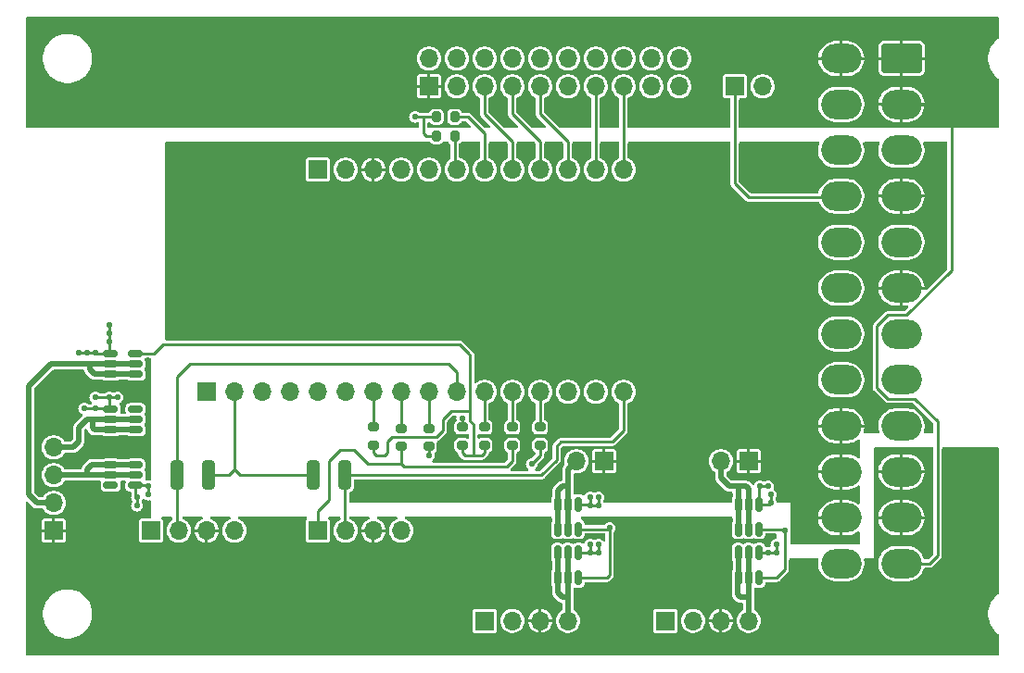
<source format=gtl>
%TF.GenerationSoftware,KiCad,Pcbnew,8.0.2-1*%
%TF.CreationDate,2024-11-16T15:05:08-05:00*%
%TF.ProjectId,Incubator-PowerBoard,496e6375-6261-4746-9f72-2d506f776572,v01a*%
%TF.SameCoordinates,Original*%
%TF.FileFunction,Copper,L1,Top*%
%TF.FilePolarity,Positive*%
%FSLAX46Y46*%
G04 Gerber Fmt 4.6, Leading zero omitted, Abs format (unit mm)*
G04 Created by KiCad (PCBNEW 8.0.2-1) date 2024-11-16 15:05:08*
%MOMM*%
%LPD*%
G01*
G04 APERTURE LIST*
G04 Aperture macros list*
%AMRoundRect*
0 Rectangle with rounded corners*
0 $1 Rounding radius*
0 $2 $3 $4 $5 $6 $7 $8 $9 X,Y pos of 4 corners*
0 Add a 4 corners polygon primitive as box body*
4,1,4,$2,$3,$4,$5,$6,$7,$8,$9,$2,$3,0*
0 Add four circle primitives for the rounded corners*
1,1,$1+$1,$2,$3*
1,1,$1+$1,$4,$5*
1,1,$1+$1,$6,$7*
1,1,$1+$1,$8,$9*
0 Add four rect primitives between the rounded corners*
20,1,$1+$1,$2,$3,$4,$5,0*
20,1,$1+$1,$4,$5,$6,$7,0*
20,1,$1+$1,$6,$7,$8,$9,0*
20,1,$1+$1,$8,$9,$2,$3,0*%
G04 Aperture macros list end*
%TA.AperFunction,SMDPad,CuDef*%
%ADD10RoundRect,0.200000X0.275000X-0.200000X0.275000X0.200000X-0.275000X0.200000X-0.275000X-0.200000X0*%
%TD*%
%TA.AperFunction,SMDPad,CuDef*%
%ADD11RoundRect,0.250000X-0.312500X-1.075000X0.312500X-1.075000X0.312500X1.075000X-0.312500X1.075000X0*%
%TD*%
%TA.AperFunction,SMDPad,CuDef*%
%ADD12RoundRect,0.150000X-0.512500X-0.150000X0.512500X-0.150000X0.512500X0.150000X-0.512500X0.150000X0*%
%TD*%
%TA.AperFunction,SMDPad,CuDef*%
%ADD13RoundRect,0.150000X0.150000X-0.512500X0.150000X0.512500X-0.150000X0.512500X-0.150000X-0.512500X0*%
%TD*%
%TA.AperFunction,ComponentPad*%
%ADD14R,1.700000X1.700000*%
%TD*%
%TA.AperFunction,ComponentPad*%
%ADD15O,1.700000X1.700000*%
%TD*%
%TA.AperFunction,SMDPad,CuDef*%
%ADD16RoundRect,0.200000X0.200000X0.275000X-0.200000X0.275000X-0.200000X-0.275000X0.200000X-0.275000X0*%
%TD*%
%TA.AperFunction,SMDPad,CuDef*%
%ADD17RoundRect,0.150000X0.512500X0.150000X-0.512500X0.150000X-0.512500X-0.150000X0.512500X-0.150000X0*%
%TD*%
%TA.AperFunction,ComponentPad*%
%ADD18RoundRect,0.250001X-1.599999X1.099999X-1.599999X-1.099999X1.599999X-1.099999X1.599999X1.099999X0*%
%TD*%
%TA.AperFunction,ComponentPad*%
%ADD19O,3.700000X2.700000*%
%TD*%
%TA.AperFunction,SMDPad,CuDef*%
%ADD20RoundRect,0.250000X0.312500X1.075000X-0.312500X1.075000X-0.312500X-1.075000X0.312500X-1.075000X0*%
%TD*%
%TA.AperFunction,ViaPad*%
%ADD21C,0.558800*%
%TD*%
%TA.AperFunction,Conductor*%
%ADD22C,0.254000*%
%TD*%
%TA.AperFunction,Conductor*%
%ADD23C,0.508000*%
%TD*%
G04 APERTURE END LIST*
D10*
%TO.P,R8,1*%
%TO.N,/PWM_L*%
X152400000Y-63309000D03*
%TO.P,R8,2*%
%TO.N,/SCK*%
X152400000Y-61659000D03*
%TD*%
D11*
%TO.P,R1,1*%
%TO.N,VCC*%
X136713500Y-66040000D03*
%TO.P,R1,2*%
%TO.N,/TACH_1*%
X139638500Y-66040000D03*
%TD*%
D12*
%TO.P,Q6,1,D*%
%TO.N,Net-(J10-Pin_3)*%
X118242500Y-65090000D03*
%TO.P,Q6,2,D*%
X118242500Y-66040000D03*
%TO.P,Q6,3,G*%
%TO.N,unconnected-(Q6-G-Pad3)*%
X118242500Y-66990000D03*
%TO.P,Q6,4,S*%
%TO.N,GND*%
X120517500Y-66990000D03*
%TO.P,Q6,5,D*%
%TO.N,Net-(J10-Pin_3)*%
X120517500Y-66040000D03*
%TO.P,Q6,6,D*%
X120517500Y-65090000D03*
%TD*%
D13*
%TO.P,Q2,1,D*%
%TO.N,Net-(J4-Pin_4)*%
X175580000Y-75432500D03*
%TO.P,Q2,2,D*%
X176530000Y-75432500D03*
%TO.P,Q2,3,G*%
%TO.N,/TOGGLE_COOL_2*%
X177480000Y-75432500D03*
%TO.P,Q2,4,S*%
%TO.N,GND*%
X177480000Y-73157500D03*
%TO.P,Q2,5,D*%
%TO.N,Net-(J4-Pin_4)*%
X176530000Y-73157500D03*
%TO.P,Q2,6,D*%
X175580000Y-73157500D03*
%TD*%
D14*
%TO.P,J10,1,Pin_1*%
%TO.N,+12V*%
X113030000Y-71120000D03*
D15*
%TO.P,J10,2,Pin_2*%
%TO.N,Net-(J10-Pin_2)*%
X113030000Y-68580000D03*
%TO.P,J10,3,Pin_3*%
%TO.N,Net-(J10-Pin_3)*%
X113030000Y-66040000D03*
%TO.P,J10,4,Pin_4*%
%TO.N,Net-(J10-Pin_4)*%
X113030000Y-63500000D03*
%TD*%
D14*
%TO.P,J2,1,Pin_1*%
%TO.N,unconnected-(J2-Pin_1-Pad1)*%
X127000000Y-58420000D03*
D15*
%TO.P,J2,2,Pin_2*%
%TO.N,VCC*%
X129540000Y-58420000D03*
%TO.P,J2,3,Pin_3*%
%TO.N,unconnected-(J2-Pin_3-Pad3)*%
X132080000Y-58420000D03*
%TO.P,J2,4,Pin_4*%
%TO.N,GND*%
X134620000Y-58420000D03*
%TO.P,J2,5,Pin_5*%
%TO.N,/AO*%
X137160000Y-58420000D03*
%TO.P,J2,6,Pin_6*%
%TO.N,/A1*%
X139700000Y-58420000D03*
%TO.P,J2,7,Pin_7*%
%TO.N,Net-(J2-Pin_7)*%
X142240000Y-58420000D03*
%TO.P,J2,8,Pin_8*%
%TO.N,Net-(J2-Pin_8)*%
X144780000Y-58420000D03*
%TO.P,J2,9,Pin_9*%
%TO.N,Net-(J2-Pin_9)*%
X147320000Y-58420000D03*
%TO.P,J2,10,Pin_10*%
%TO.N,/TACH_2*%
X149860000Y-58420000D03*
%TO.P,J2,11,Pin_11*%
%TO.N,/SCK*%
X152400000Y-58420000D03*
%TO.P,J2,12,Pin_12*%
%TO.N,/MOSI*%
X154940000Y-58420000D03*
%TO.P,J2,13,Pin_13*%
%TO.N,/MISO*%
X157480000Y-58420000D03*
%TO.P,J2,14,Pin_14*%
%TO.N,unconnected-(J2-Pin_14-Pad14)*%
X160020000Y-58420000D03*
%TO.P,J2,15,Pin_15*%
%TO.N,unconnected-(J2-Pin_15-Pad15)*%
X162560000Y-58420000D03*
%TO.P,J2,16,Pin_16*%
%TO.N,/TACH_1*%
X165100000Y-58420000D03*
%TD*%
D14*
%TO.P,J4,1,Pin_1*%
%TO.N,unconnected-(J4-Pin_1-Pad1)*%
X168910000Y-79375000D03*
D15*
%TO.P,J4,2,Pin_2*%
%TO.N,unconnected-(J4-Pin_2-Pad2)*%
X171450000Y-79375000D03*
%TO.P,J4,3,Pin_3*%
%TO.N,+12V*%
X173990000Y-79375000D03*
%TO.P,J4,4,Pin_4*%
%TO.N,Net-(J4-Pin_4)*%
X176530000Y-79375000D03*
%TD*%
D10*
%TO.P,R6,1*%
%TO.N,/PWM_FAN_IN_2*%
X157480000Y-63309000D03*
%TO.P,R6,2*%
%TO.N,/MISO*%
X157480000Y-61659000D03*
%TD*%
%TO.P,R5,1*%
%TO.N,/PWM_L*%
X150368000Y-63309000D03*
%TO.P,R5,2*%
%TO.N,GND*%
X150368000Y-61659000D03*
%TD*%
D16*
%TO.P,R4,1*%
%TO.N,/TOGGLE_COOL_2*%
X149669000Y-33274000D03*
%TO.P,R4,2*%
%TO.N,GND*%
X148019000Y-33274000D03*
%TD*%
D10*
%TO.P,R11,1*%
%TO.N,/PWM_FAN_IN_2*%
X147320000Y-63436000D03*
%TO.P,R11,2*%
%TO.N,Net-(J2-Pin_9)*%
X147320000Y-61786000D03*
%TD*%
D17*
%TO.P,Q7,1,D*%
%TO.N,Net-(J10-Pin_4)*%
X120517500Y-61910000D03*
%TO.P,Q7,2,D*%
X120517500Y-60960000D03*
%TO.P,Q7,3,G*%
%TO.N,unconnected-(Q7-G-Pad3)*%
X120517500Y-60010000D03*
%TO.P,Q7,4,S*%
%TO.N,GND*%
X118242500Y-60010000D03*
%TO.P,Q7,5,D*%
%TO.N,Net-(J10-Pin_4)*%
X118242500Y-60960000D03*
%TO.P,Q7,6,D*%
X118242500Y-61910000D03*
%TD*%
D16*
%TO.P,R3,1*%
%TO.N,/TOGGLE_COOL_1*%
X149669000Y-35052000D03*
%TO.P,R3,2*%
%TO.N,GND*%
X148019000Y-35052000D03*
%TD*%
D18*
%TO.P,J13,1,+3.3V*%
%TO.N,+3V3*%
X190500000Y-27940000D03*
D19*
%TO.P,J13,2,+3.3V*%
X190500000Y-32140000D03*
%TO.P,J13,3,GND*%
%TO.N,GND*%
X190500000Y-36340000D03*
%TO.P,J13,4,+5V*%
%TO.N,+5V*%
X190500000Y-40540000D03*
%TO.P,J13,5,GND*%
%TO.N,GND*%
X190500000Y-44740000D03*
%TO.P,J13,6,+5V*%
%TO.N,+5V*%
X190500000Y-48940000D03*
%TO.P,J13,7,GND*%
%TO.N,GND*%
X190500000Y-53140000D03*
%TO.P,J13,8,PWR_OK*%
%TO.N,unconnected-(J13-PWR_OK-Pad8)*%
X190500000Y-57340000D03*
%TO.P,J13,9,+5VSB*%
%TO.N,unconnected-(J13-+5VSB-Pad9)*%
X190500000Y-61540000D03*
%TO.P,J13,10,+12V*%
%TO.N,+12V*%
X190500000Y-65740000D03*
%TO.P,J13,11,+12V*%
X190500000Y-69940000D03*
%TO.P,J13,12,+3.3V*%
%TO.N,+3V3*%
X190500000Y-74140000D03*
%TO.P,J13,13,+3.3V*%
X185000000Y-27940000D03*
%TO.P,J13,14,-12V*%
%TO.N,unconnected-(J13--12V-Pad14)*%
X185000000Y-32140000D03*
%TO.P,J13,15,GND*%
%TO.N,GND*%
X185000000Y-36340000D03*
%TO.P,J13,16,PS_ON#*%
%TO.N,/PS_ON*%
X185000000Y-40540000D03*
%TO.P,J13,17,GND*%
%TO.N,GND*%
X185000000Y-44740000D03*
%TO.P,J13,18,GND*%
X185000000Y-48940000D03*
%TO.P,J13,19,GND*%
X185000000Y-53140000D03*
%TO.P,J13,20,NC*%
%TO.N,unconnected-(J13-NC-Pad20)*%
X185000000Y-57340000D03*
%TO.P,J13,21,+5V*%
%TO.N,+5V*%
X185000000Y-61540000D03*
%TO.P,J13,22,+5V*%
X185000000Y-65740000D03*
%TO.P,J13,23,+5V*%
X185000000Y-69940000D03*
%TO.P,J13,24,GND*%
%TO.N,GND*%
X185000000Y-74140000D03*
%TD*%
D14*
%TO.P,J5,1,Pin_1*%
%TO.N,/PWM_FAN_IN_1*%
X137160000Y-71120000D03*
D15*
%TO.P,J5,2,Pin_2*%
%TO.N,/TACH_1*%
X139700000Y-71120000D03*
%TO.P,J5,3,Pin_3*%
%TO.N,+12V*%
X142240000Y-71120000D03*
%TO.P,J5,4,Pin_4*%
%TO.N,GND*%
X144780000Y-71120000D03*
%TD*%
D17*
%TO.P,Q3,1,D*%
%TO.N,Net-(J10-Pin_2)*%
X120517500Y-56830000D03*
%TO.P,Q3,2,D*%
X120517500Y-55880000D03*
%TO.P,Q3,3,G*%
%TO.N,/PWM_L*%
X120517500Y-54930000D03*
%TO.P,Q3,4,S*%
%TO.N,GND*%
X118242500Y-54930000D03*
%TO.P,Q3,5,D*%
%TO.N,Net-(J10-Pin_2)*%
X118242500Y-55880000D03*
%TO.P,Q3,6,D*%
X118242500Y-56830000D03*
%TD*%
D20*
%TO.P,R2,1*%
%TO.N,VCC*%
X127192500Y-66040000D03*
%TO.P,R2,2*%
%TO.N,/TACH_2*%
X124267500Y-66040000D03*
%TD*%
D10*
%TO.P,R10,1*%
%TO.N,/PWM_FAN_IN_1*%
X144780000Y-63436000D03*
%TO.P,R10,2*%
%TO.N,Net-(J2-Pin_8)*%
X144780000Y-61786000D03*
%TD*%
D14*
%TO.P,J9,1,Pin_1*%
%TO.N,+5V*%
X176530000Y-64770000D03*
D15*
%TO.P,J9,2,Pin_2*%
%TO.N,Net-(J9-Pin_2)*%
X173990000Y-64770000D03*
%TD*%
D14*
%TO.P,J1,1,Pin_1*%
%TO.N,unconnected-(J1-Pin_1-Pad1)*%
X137160000Y-38100000D03*
D15*
%TO.P,J1,2,Pin_2*%
%TO.N,unconnected-(J1-Pin_2-Pad2)*%
X139700000Y-38100000D03*
%TO.P,J1,3,Pin_3*%
%TO.N,+5V*%
X142240000Y-38100000D03*
%TO.P,J1,4,Pin_4*%
%TO.N,/IO13*%
X144780000Y-38100000D03*
%TO.P,J1,5,Pin_5*%
%TO.N,/IO12*%
X147320000Y-38100000D03*
%TO.P,J1,6,Pin_6*%
%TO.N,/TOGGLE_COOL_1*%
X149860000Y-38100000D03*
%TO.P,J1,7,Pin_7*%
%TO.N,/TOGGLE_COOL_2*%
X152400000Y-38100000D03*
%TO.P,J1,8,Pin_8*%
%TO.N,/BUTTON_1*%
X154940000Y-38100000D03*
%TO.P,J1,9,Pin_9*%
%TO.N,/BUTTON_2*%
X157480000Y-38100000D03*
%TO.P,J1,10,Pin_10*%
%TO.N,/BUTTON_3*%
X160020000Y-38100000D03*
%TO.P,J1,11,Pin_11*%
%TO.N,/SDA*%
X162560000Y-38100000D03*
%TO.P,J1,12,Pin_12*%
%TO.N,/SCL*%
X165100000Y-38100000D03*
%TD*%
D13*
%TO.P,Q1,1,D*%
%TO.N,Net-(J3-Pin_4)*%
X159070000Y-75432500D03*
%TO.P,Q1,2,D*%
X160020000Y-75432500D03*
%TO.P,Q1,3,G*%
%TO.N,/TOGGLE_COOL_1*%
X160970000Y-75432500D03*
%TO.P,Q1,4,S*%
%TO.N,GND*%
X160970000Y-73157500D03*
%TO.P,Q1,5,D*%
%TO.N,Net-(J3-Pin_4)*%
X160020000Y-73157500D03*
%TO.P,Q1,6,D*%
X159070000Y-73157500D03*
%TD*%
%TO.P,Q4,1,D*%
%TO.N,Net-(J8-Pin_2)*%
X159070000Y-70987500D03*
%TO.P,Q4,2,D*%
X160020000Y-70987500D03*
%TO.P,Q4,3,G*%
%TO.N,/TOGGLE_COOL_1*%
X160970000Y-70987500D03*
%TO.P,Q4,4,S*%
%TO.N,GND*%
X160970000Y-68712500D03*
%TO.P,Q4,5,D*%
%TO.N,Net-(J8-Pin_2)*%
X160020000Y-68712500D03*
%TO.P,Q4,6,D*%
X159070000Y-68712500D03*
%TD*%
D14*
%TO.P,J11,1,Pin_1*%
%TO.N,+3V3*%
X147320000Y-30480000D03*
D15*
%TO.P,J11,2,Pin_2*%
%TO.N,/AO*%
X147320000Y-27940000D03*
%TO.P,J11,3,Pin_3*%
%TO.N,GND*%
X149860000Y-30480000D03*
%TO.P,J11,4,Pin_4*%
%TO.N,/A1*%
X149860000Y-27940000D03*
%TO.P,J11,5,Pin_5*%
%TO.N,/BUTTON_1*%
X152400000Y-30480000D03*
%TO.P,J11,6,Pin_6*%
%TO.N,/IO13*%
X152400000Y-27940000D03*
%TO.P,J11,7,Pin_7*%
%TO.N,/BUTTON_2*%
X154940000Y-30480000D03*
%TO.P,J11,8,Pin_8*%
%TO.N,/IO12*%
X154940000Y-27940000D03*
%TO.P,J11,9,Pin_9*%
%TO.N,/BUTTON_3*%
X157480000Y-30480000D03*
%TO.P,J11,10,Pin_10*%
%TO.N,/SCK*%
X157480000Y-27940000D03*
%TO.P,J11,11,Pin_11*%
%TO.N,unconnected-(J11-Pin_11-Pad11)*%
X160020000Y-30480000D03*
%TO.P,J11,12,Pin_12*%
%TO.N,/MOSI*%
X160020000Y-27940000D03*
%TO.P,J11,13,Pin_13*%
%TO.N,/SDA*%
X162560000Y-30480000D03*
%TO.P,J11,14,Pin_14*%
%TO.N,/MISO*%
X162560000Y-27940000D03*
%TO.P,J11,15,Pin_15*%
%TO.N,/SCL*%
X165100000Y-30480000D03*
%TO.P,J11,16,Pin_16*%
%TO.N,unconnected-(J11-Pin_16-Pad16)*%
X165100000Y-27940000D03*
%TO.P,J11,17,Pin_17*%
%TO.N,+5V*%
X167640000Y-30480000D03*
%TO.P,J11,18,Pin_18*%
%TO.N,unconnected-(J11-Pin_18-Pad18)*%
X167640000Y-27940000D03*
%TO.P,J11,19,Pin_19*%
%TO.N,GND*%
X170180000Y-30480000D03*
%TO.P,J11,20,Pin_20*%
%TO.N,unconnected-(J11-Pin_20-Pad20)*%
X170180000Y-27940000D03*
%TD*%
D13*
%TO.P,Q5,1,D*%
%TO.N,Net-(J9-Pin_2)*%
X175580000Y-70987500D03*
%TO.P,Q5,2,D*%
X176530000Y-70987500D03*
%TO.P,Q5,3,G*%
%TO.N,/TOGGLE_COOL_2*%
X177480000Y-70987500D03*
%TO.P,Q5,4,S*%
%TO.N,GND*%
X177480000Y-68712500D03*
%TO.P,Q5,5,D*%
%TO.N,Net-(J9-Pin_2)*%
X176530000Y-68712500D03*
%TO.P,Q5,6,D*%
X175580000Y-68712500D03*
%TD*%
D14*
%TO.P,J12,1,Pin_1*%
%TO.N,/PS_ON*%
X175260000Y-30480000D03*
D15*
%TO.P,J12,2,Pin_2*%
%TO.N,GND*%
X177800000Y-30480000D03*
%TD*%
D14*
%TO.P,J8,1,Pin_1*%
%TO.N,+5V*%
X163322000Y-64770000D03*
D15*
%TO.P,J8,2,Pin_2*%
%TO.N,Net-(J8-Pin_2)*%
X160782000Y-64770000D03*
%TD*%
D14*
%TO.P,J3,1,Pin_1*%
%TO.N,unconnected-(J3-Pin_1-Pad1)*%
X152400000Y-79375000D03*
D15*
%TO.P,J3,2,Pin_2*%
%TO.N,unconnected-(J3-Pin_2-Pad2)*%
X154940000Y-79375000D03*
%TO.P,J3,3,Pin_3*%
%TO.N,+12V*%
X157480000Y-79375000D03*
%TO.P,J3,4,Pin_4*%
%TO.N,Net-(J3-Pin_4)*%
X160020000Y-79375000D03*
%TD*%
D10*
%TO.P,R9,1*%
%TO.N,/PWM_L*%
X142240000Y-63309000D03*
%TO.P,R9,2*%
%TO.N,Net-(J2-Pin_7)*%
X142240000Y-61659000D03*
%TD*%
%TO.P,R7,1*%
%TO.N,/PWM_FAN_IN_1*%
X154940000Y-63309000D03*
%TO.P,R7,2*%
%TO.N,/MOSI*%
X154940000Y-61659000D03*
%TD*%
D14*
%TO.P,J6,1,Pin_1*%
%TO.N,/PWM_FAN_IN_2*%
X121920000Y-71120000D03*
D15*
%TO.P,J6,2,Pin_2*%
%TO.N,/TACH_2*%
X124460000Y-71120000D03*
%TO.P,J6,3,Pin_3*%
%TO.N,+12V*%
X127000000Y-71120000D03*
%TO.P,J6,4,Pin_4*%
%TO.N,GND*%
X129540000Y-71120000D03*
%TD*%
D21*
%TO.N,/TOGGLE_COOL_1*%
X163830000Y-70866000D03*
%TO.N,+5V*%
X170815000Y-36830000D03*
X170815000Y-38100000D03*
X169545000Y-36830000D03*
X169545000Y-38100000D03*
%TO.N,/TOGGLE_COOL_2*%
X179832000Y-71120000D03*
%TO.N,GND*%
X118872000Y-58928000D03*
X178308000Y-73152000D03*
X146050000Y-33274000D03*
X162052000Y-68072000D03*
X115316000Y-54864000D03*
X115824000Y-59944000D03*
X121666000Y-67818000D03*
X121666000Y-67056000D03*
X116078000Y-54864000D03*
X178308000Y-67056000D03*
X162052000Y-68834000D03*
X162814000Y-68834000D03*
X150368000Y-60858400D03*
X116840000Y-54864000D03*
X162052000Y-73152000D03*
X178562000Y-68580000D03*
X162814000Y-68072000D03*
X116840000Y-59944000D03*
X162052000Y-72390000D03*
X118110000Y-52324000D03*
X118110000Y-58928000D03*
X179070000Y-73152000D03*
X162814000Y-73152000D03*
X177546000Y-67056000D03*
X179070000Y-72390000D03*
X116840000Y-58928000D03*
X118110000Y-53086000D03*
X118110000Y-53848000D03*
X178562000Y-67818000D03*
X120650000Y-68072000D03*
X162814000Y-72390000D03*
X120650000Y-68834000D03*
%TO.N,/PWM_FAN_IN_2*%
X147320000Y-64262000D03*
X156718000Y-65024000D03*
%TD*%
D22*
%TO.N,/TOGGLE_COOL_1*%
X163830000Y-70987500D02*
X160970000Y-70987500D01*
X163830000Y-70866000D02*
X163830000Y-70987500D01*
X163576000Y-75438000D02*
X163068000Y-75438000D01*
X163830000Y-70866000D02*
X163830000Y-75184000D01*
X163068000Y-75438000D02*
X163062500Y-75432500D01*
X163062500Y-75432500D02*
X160970000Y-75432500D01*
X163830000Y-75184000D02*
X163576000Y-75438000D01*
X149669000Y-37909000D02*
X149860000Y-38100000D01*
X149669000Y-35052000D02*
X149669000Y-37909000D01*
%TO.N,/SCL*%
X165100000Y-30480000D02*
X165100000Y-38100000D01*
%TO.N,/BUTTON_2*%
X157480000Y-35560000D02*
X157480000Y-38100000D01*
X154940000Y-30480000D02*
X154940000Y-33020000D01*
X154940000Y-33020000D02*
X157480000Y-35560000D01*
%TO.N,/BUTTON_1*%
X154940000Y-35560000D02*
X154940000Y-38100000D01*
X152400000Y-30480000D02*
X152400000Y-33020000D01*
X152400000Y-33020000D02*
X154940000Y-35560000D01*
%TO.N,/BUTTON_3*%
X160020000Y-35560000D02*
X160020000Y-38100000D01*
X157480000Y-33020000D02*
X160020000Y-35560000D01*
X157480000Y-30480000D02*
X157480000Y-33020000D01*
%TO.N,/TOGGLE_COOL_2*%
X150876000Y-33274000D02*
X152400000Y-34798000D01*
X177480000Y-70987500D02*
X179699500Y-70987500D01*
X149669000Y-33274000D02*
X150876000Y-33274000D01*
X179832000Y-71120000D02*
X179832000Y-74676000D01*
X179075500Y-75432500D02*
X177480000Y-75432500D01*
X179832000Y-74676000D02*
X179075500Y-75432500D01*
X152400000Y-34798000D02*
X152400000Y-38100000D01*
X179699500Y-70987500D02*
X179832000Y-71120000D01*
%TO.N,/SDA*%
X162560000Y-30480000D02*
X162560000Y-38100000D01*
%TO.N,GND*%
X118110000Y-53086000D02*
X118110000Y-53848000D01*
X178308000Y-73152000D02*
X179070000Y-73152000D01*
X118110000Y-52324000D02*
X118110000Y-53086000D01*
X160970000Y-68712500D02*
X161930500Y-68712500D01*
X150368000Y-61659000D02*
X150368000Y-60858400D01*
X162052000Y-73152000D02*
X162052000Y-72390000D01*
X162052000Y-68834000D02*
X162052000Y-68072000D01*
X160970000Y-73157500D02*
X162046500Y-73157500D01*
X121666000Y-67056000D02*
X121666000Y-67818000D01*
X120650000Y-68072000D02*
X120650000Y-68834000D01*
X118242500Y-54930000D02*
X116906000Y-54930000D01*
X177480000Y-67122000D02*
X177546000Y-67056000D01*
X118872000Y-58928000D02*
X118110000Y-58928000D01*
X162814000Y-68072000D02*
X162814000Y-68834000D01*
X146812000Y-33274000D02*
X146050000Y-33274000D01*
X118110000Y-59877500D02*
X118242500Y-60010000D01*
X148019000Y-35052000D02*
X147066000Y-35052000D01*
X121600000Y-66990000D02*
X121666000Y-67056000D01*
X118176500Y-59944000D02*
X118242500Y-60010000D01*
X177480000Y-68712500D02*
X178429500Y-68712500D01*
X162046500Y-73157500D02*
X162052000Y-73152000D01*
X116840000Y-58928000D02*
X118110000Y-58928000D01*
X146812000Y-34798000D02*
X146812000Y-33274000D01*
X116078000Y-54864000D02*
X115316000Y-54864000D01*
X120517500Y-66990000D02*
X120517500Y-67939500D01*
X118110000Y-53848000D02*
X118110000Y-54797500D01*
X179070000Y-73152000D02*
X179070000Y-72390000D01*
X178562000Y-68580000D02*
X178562000Y-67818000D01*
X177546000Y-67056000D02*
X178308000Y-67056000D01*
X162052000Y-73152000D02*
X162814000Y-73152000D01*
X120517500Y-67939500D02*
X120650000Y-68072000D01*
X116840000Y-54864000D02*
X116078000Y-54864000D01*
X162814000Y-73152000D02*
X162814000Y-72390000D01*
X147066000Y-35052000D02*
X146812000Y-34798000D01*
X116840000Y-59944000D02*
X115824000Y-59944000D01*
X118110000Y-58928000D02*
X118110000Y-59877500D01*
X161930500Y-68712500D02*
X162052000Y-68834000D01*
X148019000Y-33274000D02*
X146812000Y-33274000D01*
X178302500Y-73157500D02*
X178308000Y-73152000D01*
X120517500Y-66990000D02*
X121600000Y-66990000D01*
X116840000Y-59944000D02*
X118176500Y-59944000D01*
X118110000Y-54797500D02*
X118242500Y-54930000D01*
X177480000Y-73157500D02*
X178302500Y-73157500D01*
X116906000Y-54930000D02*
X116840000Y-54864000D01*
X178429500Y-68712500D02*
X178562000Y-68580000D01*
X162052000Y-68834000D02*
X162814000Y-68834000D01*
X177480000Y-68712500D02*
X177480000Y-67122000D01*
%TO.N,VCC*%
X136713500Y-66040000D02*
X130048000Y-66040000D01*
X127192500Y-66040000D02*
X129032000Y-66040000D01*
X129540000Y-65532000D02*
X129540000Y-58420000D01*
X129032000Y-66040000D02*
X129540000Y-65532000D01*
X130048000Y-66040000D02*
X129540000Y-65532000D01*
%TO.N,/PWM_FAN_IN_2*%
X157480000Y-64262000D02*
X156718000Y-65024000D01*
X157480000Y-64262000D02*
X157480000Y-63309000D01*
X147320000Y-64262000D02*
X147320000Y-63436000D01*
%TO.N,/MISO*%
X157480000Y-61659000D02*
X157480000Y-58420000D01*
%TO.N,/TACH_1*%
X139638500Y-71058500D02*
X139700000Y-71120000D01*
X164084000Y-62992000D02*
X165100000Y-61976000D01*
X157607000Y-66040000D02*
X159004000Y-64643000D01*
X139638500Y-66040000D02*
X139638500Y-71058500D01*
X159004000Y-63373000D02*
X159385000Y-62992000D01*
X165100000Y-61976000D02*
X165100000Y-58420000D01*
X159004000Y-64643000D02*
X159004000Y-63373000D01*
X159385000Y-62992000D02*
X164084000Y-62992000D01*
X139638500Y-66040000D02*
X157607000Y-66040000D01*
%TO.N,Net-(J2-Pin_7)*%
X142240000Y-61659000D02*
X142240000Y-58420000D01*
%TO.N,/PWM_FAN_IN_1*%
X140462000Y-63754000D02*
X141732000Y-65024000D01*
X138176000Y-64770000D02*
X139192000Y-63754000D01*
X138176000Y-68326000D02*
X138176000Y-64770000D01*
X137160000Y-69342000D02*
X138176000Y-68326000D01*
X154432000Y-65278000D02*
X154940000Y-64770000D01*
X144780000Y-65024000D02*
X145034000Y-65278000D01*
X145034000Y-65278000D02*
X154432000Y-65278000D01*
X139192000Y-63754000D02*
X140462000Y-63754000D01*
X144780000Y-63436000D02*
X144780000Y-65024000D01*
X137160000Y-71120000D02*
X137160000Y-69342000D01*
X154940000Y-64770000D02*
X154940000Y-63309000D01*
X141732000Y-65024000D02*
X144780000Y-65024000D01*
%TO.N,/PWM_L*%
X143510000Y-64008000D02*
X143256000Y-64262000D01*
X150876000Y-54864000D02*
X151091000Y-55079000D01*
X150622000Y-64262000D02*
X150368000Y-64008000D01*
X149352000Y-60198000D02*
X148590000Y-60960000D01*
X152400000Y-63309000D02*
X152400000Y-64008000D01*
X150876000Y-54864000D02*
X150114000Y-54102000D01*
X151091000Y-60198000D02*
X149352000Y-60198000D01*
X122174000Y-54930000D02*
X120517500Y-54930000D01*
X151091000Y-55079000D02*
X151091000Y-60198000D01*
X143256000Y-64262000D02*
X142494000Y-64262000D01*
X150114000Y-54102000D02*
X123002000Y-54102000D01*
X142240000Y-64008000D02*
X142240000Y-63309000D01*
X150368000Y-64008000D02*
X150368000Y-63309000D01*
X143510000Y-62992000D02*
X143510000Y-64008000D01*
X142494000Y-64262000D02*
X142240000Y-64008000D01*
X147999000Y-62567000D02*
X143935000Y-62567000D01*
X151384000Y-61372800D02*
X151384000Y-64262000D01*
X123002000Y-54102000D02*
X122174000Y-54930000D01*
X151091000Y-60198000D02*
X151091000Y-61079800D01*
X143935000Y-62567000D02*
X143510000Y-62992000D01*
X148590000Y-61976000D02*
X147999000Y-62567000D01*
X151091000Y-61079800D02*
X151384000Y-61372800D01*
X148590000Y-60960000D02*
X148590000Y-61976000D01*
X152146000Y-64262000D02*
X150622000Y-64262000D01*
X152400000Y-64008000D02*
X152146000Y-64262000D01*
%TO.N,Net-(J2-Pin_8)*%
X144780000Y-61786000D02*
X144780000Y-58420000D01*
%TO.N,/MOSI*%
X154940000Y-61659000D02*
X154940000Y-58420000D01*
%TO.N,/TACH_2*%
X124267500Y-66040000D02*
X124267500Y-57088500D01*
X149860000Y-56642000D02*
X149860000Y-58420000D01*
X124267500Y-70927500D02*
X124460000Y-71120000D01*
X124267500Y-57088500D02*
X125476000Y-55880000D01*
X124267500Y-66040000D02*
X124267500Y-70927500D01*
X149098000Y-55880000D02*
X149860000Y-56642000D01*
X125476000Y-55880000D02*
X149098000Y-55880000D01*
D23*
%TO.N,Net-(J3-Pin_4)*%
X159070000Y-75432500D02*
X159070000Y-76774000D01*
X160020000Y-77216000D02*
X160020000Y-79375000D01*
X160020000Y-73157500D02*
X160020000Y-75432500D01*
X159070000Y-76774000D02*
X159512000Y-77216000D01*
X159070000Y-73157500D02*
X159070000Y-75432500D01*
X160020000Y-75432500D02*
X160020000Y-77216000D01*
X159512000Y-77216000D02*
X160020000Y-77216000D01*
%TO.N,Net-(J4-Pin_4)*%
X176530000Y-79375000D02*
X176530000Y-77216000D01*
X175580000Y-73157500D02*
X175580000Y-75432500D01*
X175768000Y-77216000D02*
X175514000Y-76962000D01*
X176530000Y-73157500D02*
X176530000Y-75432500D01*
X176530000Y-77216000D02*
X176530000Y-75432500D01*
X176530000Y-77216000D02*
X175768000Y-77216000D01*
X175514000Y-75498500D02*
X175580000Y-75432500D01*
X175514000Y-76962000D02*
X175514000Y-75498500D01*
D22*
%TO.N,+3V3*%
X191717004Y-59071000D02*
X189282996Y-59071000D01*
X189282996Y-59071000D02*
X188269000Y-58057004D01*
X193802000Y-61155996D02*
X191717004Y-59071000D01*
X189282996Y-51409000D02*
X190979004Y-51409000D01*
X193068000Y-74140000D02*
X193802000Y-73406000D01*
X188269000Y-52422996D02*
X189282996Y-51409000D01*
X195072000Y-47316004D02*
X195072000Y-33020000D01*
X190500000Y-74140000D02*
X193068000Y-74140000D01*
X194192000Y-32140000D02*
X190500000Y-32140000D01*
X190979004Y-51409000D02*
X195072000Y-47316004D01*
X195072000Y-33020000D02*
X194192000Y-32140000D01*
X188269000Y-58057004D02*
X188269000Y-52422996D01*
X193802000Y-73406000D02*
X193802000Y-61155996D01*
%TO.N,/SCK*%
X152400000Y-61659000D02*
X152400000Y-58420000D01*
D23*
%TO.N,Net-(J8-Pin_2)*%
X160020000Y-68712500D02*
X160020000Y-67056000D01*
X160020000Y-65532000D02*
X160782000Y-64770000D01*
X160020000Y-67056000D02*
X159512000Y-67056000D01*
X159512000Y-67056000D02*
X159070000Y-67498000D01*
X159070000Y-67498000D02*
X159070000Y-68712500D01*
X160020000Y-68712500D02*
X160020000Y-70987500D01*
X159070000Y-68712500D02*
X159070000Y-70987500D01*
X160020000Y-67056000D02*
X160020000Y-65532000D01*
%TO.N,Net-(J9-Pin_2)*%
X175580000Y-67122000D02*
X175580000Y-68712500D01*
X175514000Y-67056000D02*
X175580000Y-67122000D01*
X173990000Y-66294000D02*
X174752000Y-67056000D01*
X173990000Y-64770000D02*
X173990000Y-66294000D01*
X176530000Y-68712500D02*
X176530000Y-67310000D01*
X176530000Y-68712500D02*
X176530000Y-70987500D01*
X175580000Y-68712500D02*
X175580000Y-70987500D01*
X174752000Y-67056000D02*
X175514000Y-67056000D01*
X176276000Y-67056000D02*
X175514000Y-67056000D01*
X176530000Y-67310000D02*
X176276000Y-67056000D01*
%TO.N,Net-(J10-Pin_2)*%
X118242500Y-56830000D02*
X116774000Y-56830000D01*
X111506000Y-68580000D02*
X113030000Y-68580000D01*
X118242500Y-55880000D02*
X116332000Y-55880000D01*
X112776000Y-55880000D02*
X110744000Y-57912000D01*
X110744000Y-67818000D02*
X111506000Y-68580000D01*
X120517500Y-56830000D02*
X118242500Y-56830000D01*
X110744000Y-57912000D02*
X110744000Y-67818000D01*
X116332000Y-55880000D02*
X112776000Y-55880000D01*
X116774000Y-56830000D02*
X116332000Y-56388000D01*
X116332000Y-56388000D02*
X116332000Y-55880000D01*
X120517500Y-55880000D02*
X118242500Y-55880000D01*
%TO.N,Net-(J10-Pin_3)*%
X118242500Y-65090000D02*
X116520000Y-65090000D01*
X116520000Y-65090000D02*
X116078000Y-65532000D01*
X118242500Y-66040000D02*
X120517500Y-66040000D01*
X120517500Y-65090000D02*
X118242500Y-65090000D01*
X116078000Y-65532000D02*
X116078000Y-66040000D01*
X116078000Y-66040000D02*
X113030000Y-66040000D01*
X118242500Y-66040000D02*
X116078000Y-66040000D01*
%TO.N,Net-(J10-Pin_4)*%
X114808000Y-63500000D02*
X113030000Y-63500000D01*
X115316000Y-62992000D02*
X114808000Y-63500000D01*
X116586000Y-61722000D02*
X116586000Y-60960000D01*
X115316000Y-61722000D02*
X115316000Y-62992000D01*
X118242500Y-61910000D02*
X116774000Y-61910000D01*
X116586000Y-60960000D02*
X116078000Y-60960000D01*
X120517500Y-61910000D02*
X118242500Y-61910000D01*
X116078000Y-60960000D02*
X115316000Y-61722000D01*
X118242500Y-60960000D02*
X116586000Y-60960000D01*
X116774000Y-61910000D02*
X116586000Y-61722000D01*
X120517500Y-60960000D02*
X118242500Y-60960000D01*
D22*
%TO.N,/PS_ON*%
X176530000Y-40640000D02*
X184900000Y-40640000D01*
X184900000Y-40640000D02*
X185000000Y-40540000D01*
X175260000Y-39370000D02*
X176530000Y-40640000D01*
X175260000Y-30480000D02*
X175260000Y-39370000D01*
%TO.N,Net-(J2-Pin_9)*%
X147320000Y-61786000D02*
X147320000Y-58420000D01*
%TD*%
%TA.AperFunction,Conductor*%
%TO.N,+5V*%
G36*
X147430596Y-35580002D02*
G01*
X147463854Y-35611178D01*
X147493991Y-35652011D01*
X147604225Y-35733368D01*
X147604232Y-35733371D01*
X147733546Y-35778620D01*
X147733549Y-35778621D01*
X147764251Y-35781500D01*
X148273748Y-35781499D01*
X148304451Y-35778621D01*
X148433773Y-35733369D01*
X148544010Y-35652010D01*
X148574146Y-35611178D01*
X148630692Y-35568246D01*
X148675525Y-35560000D01*
X149012475Y-35560000D01*
X149080596Y-35580002D01*
X149113854Y-35611178D01*
X149143991Y-35652011D01*
X149236321Y-35720154D01*
X149279254Y-35776699D01*
X149287500Y-35821533D01*
X149287500Y-37085215D01*
X149267498Y-37153336D01*
X149227833Y-37192340D01*
X149201697Y-37208523D01*
X149191536Y-37214815D01*
X149191531Y-37214819D01*
X149040269Y-37352712D01*
X148916913Y-37516063D01*
X148825671Y-37699301D01*
X148769654Y-37896180D01*
X148750768Y-38099995D01*
X148750768Y-38100004D01*
X148769654Y-38303819D01*
X148769655Y-38303821D01*
X148825672Y-38500701D01*
X148916912Y-38683935D01*
X148916913Y-38683936D01*
X149040266Y-38847284D01*
X149191536Y-38985185D01*
X149365566Y-39092940D01*
X149365568Y-39092940D01*
X149365573Y-39092944D01*
X149556444Y-39166888D01*
X149757653Y-39204500D01*
X149757655Y-39204500D01*
X149962345Y-39204500D01*
X149962347Y-39204500D01*
X150163556Y-39166888D01*
X150354427Y-39092944D01*
X150528462Y-38985186D01*
X150679732Y-38847285D01*
X150803088Y-38683935D01*
X150894328Y-38500701D01*
X150950345Y-38303821D01*
X150956640Y-38235880D01*
X150969232Y-38100004D01*
X150969232Y-38099995D01*
X150951348Y-37907007D01*
X150950345Y-37896179D01*
X150894328Y-37699299D01*
X150803088Y-37516065D01*
X150762538Y-37462368D01*
X150679733Y-37352715D01*
X150528463Y-37214814D01*
X150354433Y-37107059D01*
X150354428Y-37107057D01*
X150354427Y-37107056D01*
X150354422Y-37107054D01*
X150163560Y-37033113D01*
X150163554Y-37033111D01*
X150153346Y-37031203D01*
X150090061Y-36999024D01*
X150054220Y-36937738D01*
X150050500Y-36907349D01*
X150050500Y-35821533D01*
X150070502Y-35753412D01*
X150101679Y-35720154D01*
X150147955Y-35686000D01*
X150194010Y-35652010D01*
X150224146Y-35611178D01*
X150280692Y-35568246D01*
X150325525Y-35560000D01*
X151892500Y-35560000D01*
X151960621Y-35580002D01*
X152007114Y-35633658D01*
X152018500Y-35686000D01*
X152018500Y-36976995D01*
X151998498Y-37045116D01*
X151944842Y-37091609D01*
X151938018Y-37094486D01*
X151905576Y-37107054D01*
X151905569Y-37107058D01*
X151731536Y-37214814D01*
X151580266Y-37352715D01*
X151456913Y-37516063D01*
X151365671Y-37699301D01*
X151309654Y-37896180D01*
X151290768Y-38099995D01*
X151290768Y-38100004D01*
X151309654Y-38303819D01*
X151309655Y-38303821D01*
X151365672Y-38500701D01*
X151456912Y-38683935D01*
X151456913Y-38683936D01*
X151580266Y-38847284D01*
X151731536Y-38985185D01*
X151905566Y-39092940D01*
X151905568Y-39092940D01*
X151905573Y-39092944D01*
X152096444Y-39166888D01*
X152297653Y-39204500D01*
X152297655Y-39204500D01*
X152502345Y-39204500D01*
X152502347Y-39204500D01*
X152703556Y-39166888D01*
X152894427Y-39092944D01*
X153068462Y-38985186D01*
X153219732Y-38847285D01*
X153343088Y-38683935D01*
X153434328Y-38500701D01*
X153490345Y-38303821D01*
X153496640Y-38235880D01*
X153509232Y-38100004D01*
X153509232Y-38099995D01*
X153491348Y-37907007D01*
X153490345Y-37896179D01*
X153434328Y-37699299D01*
X153343088Y-37516065D01*
X153302538Y-37462368D01*
X153219733Y-37352715D01*
X153068463Y-37214814D01*
X152894430Y-37107058D01*
X152894427Y-37107056D01*
X152894425Y-37107055D01*
X152894423Y-37107054D01*
X152861982Y-37094486D01*
X152805687Y-37051225D01*
X152781718Y-36984397D01*
X152781500Y-36976995D01*
X152781500Y-35686000D01*
X152801502Y-35617879D01*
X152855158Y-35571386D01*
X152907500Y-35560000D01*
X154348288Y-35560000D01*
X154416409Y-35580002D01*
X154437383Y-35596905D01*
X154521595Y-35681117D01*
X154555621Y-35743429D01*
X154558500Y-35770212D01*
X154558500Y-36976995D01*
X154538498Y-37045116D01*
X154484842Y-37091609D01*
X154478018Y-37094486D01*
X154445576Y-37107054D01*
X154445569Y-37107058D01*
X154271536Y-37214814D01*
X154120266Y-37352715D01*
X153996913Y-37516063D01*
X153905671Y-37699301D01*
X153849654Y-37896180D01*
X153830768Y-38099995D01*
X153830768Y-38100004D01*
X153849654Y-38303819D01*
X153849655Y-38303821D01*
X153905672Y-38500701D01*
X153996912Y-38683935D01*
X153996913Y-38683936D01*
X154120266Y-38847284D01*
X154271536Y-38985185D01*
X154445566Y-39092940D01*
X154445568Y-39092940D01*
X154445573Y-39092944D01*
X154636444Y-39166888D01*
X154837653Y-39204500D01*
X154837655Y-39204500D01*
X155042345Y-39204500D01*
X155042347Y-39204500D01*
X155243556Y-39166888D01*
X155434427Y-39092944D01*
X155608462Y-38985186D01*
X155759732Y-38847285D01*
X155883088Y-38683935D01*
X155974328Y-38500701D01*
X156030345Y-38303821D01*
X156036640Y-38235880D01*
X156049232Y-38100004D01*
X156049232Y-38099995D01*
X156031348Y-37907007D01*
X156030345Y-37896179D01*
X155974328Y-37699299D01*
X155883088Y-37516065D01*
X155842538Y-37462368D01*
X155759733Y-37352715D01*
X155608463Y-37214814D01*
X155434430Y-37107058D01*
X155434427Y-37107056D01*
X155434425Y-37107055D01*
X155434423Y-37107054D01*
X155401982Y-37094486D01*
X155345687Y-37051225D01*
X155321718Y-36984397D01*
X155321500Y-36976995D01*
X155321500Y-35686000D01*
X155341502Y-35617879D01*
X155395158Y-35571386D01*
X155447500Y-35560000D01*
X156888288Y-35560000D01*
X156956409Y-35580002D01*
X156977383Y-35596905D01*
X157061595Y-35681117D01*
X157095621Y-35743429D01*
X157098500Y-35770212D01*
X157098500Y-36976995D01*
X157078498Y-37045116D01*
X157024842Y-37091609D01*
X157018018Y-37094486D01*
X156985576Y-37107054D01*
X156985569Y-37107058D01*
X156811536Y-37214814D01*
X156660266Y-37352715D01*
X156536913Y-37516063D01*
X156445671Y-37699301D01*
X156389654Y-37896180D01*
X156370768Y-38099995D01*
X156370768Y-38100004D01*
X156389654Y-38303819D01*
X156389655Y-38303821D01*
X156445672Y-38500701D01*
X156536912Y-38683935D01*
X156536913Y-38683936D01*
X156660266Y-38847284D01*
X156811536Y-38985185D01*
X156985566Y-39092940D01*
X156985568Y-39092940D01*
X156985573Y-39092944D01*
X157176444Y-39166888D01*
X157377653Y-39204500D01*
X157377655Y-39204500D01*
X157582345Y-39204500D01*
X157582347Y-39204500D01*
X157783556Y-39166888D01*
X157974427Y-39092944D01*
X158148462Y-38985186D01*
X158299732Y-38847285D01*
X158423088Y-38683935D01*
X158514328Y-38500701D01*
X158570345Y-38303821D01*
X158576640Y-38235880D01*
X158589232Y-38100004D01*
X158589232Y-38099995D01*
X158571348Y-37907007D01*
X158570345Y-37896179D01*
X158514328Y-37699299D01*
X158423088Y-37516065D01*
X158382538Y-37462368D01*
X158299733Y-37352715D01*
X158148463Y-37214814D01*
X157974430Y-37107058D01*
X157974427Y-37107056D01*
X157974425Y-37107055D01*
X157974423Y-37107054D01*
X157941982Y-37094486D01*
X157885687Y-37051225D01*
X157861718Y-36984397D01*
X157861500Y-36976995D01*
X157861500Y-35686000D01*
X157881502Y-35617879D01*
X157935158Y-35571386D01*
X157987500Y-35560000D01*
X159428288Y-35560000D01*
X159496409Y-35580002D01*
X159517383Y-35596905D01*
X159601595Y-35681117D01*
X159635621Y-35743429D01*
X159638500Y-35770212D01*
X159638500Y-36976995D01*
X159618498Y-37045116D01*
X159564842Y-37091609D01*
X159558018Y-37094486D01*
X159525576Y-37107054D01*
X159525569Y-37107058D01*
X159351536Y-37214814D01*
X159200266Y-37352715D01*
X159076913Y-37516063D01*
X158985671Y-37699301D01*
X158929654Y-37896180D01*
X158910768Y-38099995D01*
X158910768Y-38100004D01*
X158929654Y-38303819D01*
X158929655Y-38303821D01*
X158985672Y-38500701D01*
X159076912Y-38683935D01*
X159076913Y-38683936D01*
X159200266Y-38847284D01*
X159351536Y-38985185D01*
X159525566Y-39092940D01*
X159525568Y-39092940D01*
X159525573Y-39092944D01*
X159716444Y-39166888D01*
X159917653Y-39204500D01*
X159917655Y-39204500D01*
X160122345Y-39204500D01*
X160122347Y-39204500D01*
X160323556Y-39166888D01*
X160514427Y-39092944D01*
X160688462Y-38985186D01*
X160839732Y-38847285D01*
X160963088Y-38683935D01*
X161054328Y-38500701D01*
X161110345Y-38303821D01*
X161116640Y-38235880D01*
X161129232Y-38100004D01*
X161129232Y-38099995D01*
X161111348Y-37907007D01*
X161110345Y-37896179D01*
X161054328Y-37699299D01*
X160963088Y-37516065D01*
X160922538Y-37462368D01*
X160839733Y-37352715D01*
X160688463Y-37214814D01*
X160514430Y-37107058D01*
X160514427Y-37107056D01*
X160514425Y-37107055D01*
X160514423Y-37107054D01*
X160481982Y-37094486D01*
X160425687Y-37051225D01*
X160401718Y-36984397D01*
X160401500Y-36976995D01*
X160401500Y-35686000D01*
X160421502Y-35617879D01*
X160475158Y-35571386D01*
X160527500Y-35560000D01*
X162052500Y-35560000D01*
X162120621Y-35580002D01*
X162167114Y-35633658D01*
X162178500Y-35686000D01*
X162178500Y-36976995D01*
X162158498Y-37045116D01*
X162104842Y-37091609D01*
X162098018Y-37094486D01*
X162065576Y-37107054D01*
X162065569Y-37107058D01*
X161891536Y-37214814D01*
X161740266Y-37352715D01*
X161616913Y-37516063D01*
X161525671Y-37699301D01*
X161469654Y-37896180D01*
X161450768Y-38099995D01*
X161450768Y-38100004D01*
X161469654Y-38303819D01*
X161469655Y-38303821D01*
X161525672Y-38500701D01*
X161616912Y-38683935D01*
X161616913Y-38683936D01*
X161740266Y-38847284D01*
X161891536Y-38985185D01*
X162065566Y-39092940D01*
X162065568Y-39092940D01*
X162065573Y-39092944D01*
X162256444Y-39166888D01*
X162457653Y-39204500D01*
X162457655Y-39204500D01*
X162662345Y-39204500D01*
X162662347Y-39204500D01*
X162863556Y-39166888D01*
X163054427Y-39092944D01*
X163228462Y-38985186D01*
X163379732Y-38847285D01*
X163503088Y-38683935D01*
X163594328Y-38500701D01*
X163650345Y-38303821D01*
X163656640Y-38235880D01*
X163669232Y-38100004D01*
X163669232Y-38099995D01*
X163651348Y-37907007D01*
X163650345Y-37896179D01*
X163594328Y-37699299D01*
X163503088Y-37516065D01*
X163462538Y-37462368D01*
X163379733Y-37352715D01*
X163228463Y-37214814D01*
X163054430Y-37107058D01*
X163054427Y-37107056D01*
X163054425Y-37107055D01*
X163054423Y-37107054D01*
X163021982Y-37094486D01*
X162965687Y-37051225D01*
X162941718Y-36984397D01*
X162941500Y-36976995D01*
X162941500Y-35686000D01*
X162961502Y-35617879D01*
X163015158Y-35571386D01*
X163067500Y-35560000D01*
X164592500Y-35560000D01*
X164660621Y-35580002D01*
X164707114Y-35633658D01*
X164718500Y-35686000D01*
X164718500Y-36976995D01*
X164698498Y-37045116D01*
X164644842Y-37091609D01*
X164638018Y-37094486D01*
X164605576Y-37107054D01*
X164605569Y-37107058D01*
X164431536Y-37214814D01*
X164280266Y-37352715D01*
X164156913Y-37516063D01*
X164065671Y-37699301D01*
X164009654Y-37896180D01*
X163990768Y-38099995D01*
X163990768Y-38100004D01*
X164009654Y-38303819D01*
X164009655Y-38303821D01*
X164065672Y-38500701D01*
X164156912Y-38683935D01*
X164156913Y-38683936D01*
X164280266Y-38847284D01*
X164431536Y-38985185D01*
X164605566Y-39092940D01*
X164605568Y-39092940D01*
X164605573Y-39092944D01*
X164796444Y-39166888D01*
X164997653Y-39204500D01*
X164997655Y-39204500D01*
X165202345Y-39204500D01*
X165202347Y-39204500D01*
X165403556Y-39166888D01*
X165594427Y-39092944D01*
X165768462Y-38985186D01*
X165919732Y-38847285D01*
X166043088Y-38683935D01*
X166134328Y-38500701D01*
X166190345Y-38303821D01*
X166196640Y-38235880D01*
X166209232Y-38100004D01*
X166209232Y-38099995D01*
X166191348Y-37907007D01*
X166190345Y-37896179D01*
X166134328Y-37699299D01*
X166043088Y-37516065D01*
X166002538Y-37462368D01*
X165919733Y-37352715D01*
X165768463Y-37214814D01*
X165594430Y-37107058D01*
X165594427Y-37107056D01*
X165594425Y-37107055D01*
X165594423Y-37107054D01*
X165561982Y-37094486D01*
X165505687Y-37051225D01*
X165481718Y-36984397D01*
X165481500Y-36976995D01*
X165481500Y-35686000D01*
X165501502Y-35617879D01*
X165555158Y-35571386D01*
X165607500Y-35560000D01*
X174752500Y-35560000D01*
X174820621Y-35580002D01*
X174867114Y-35633658D01*
X174878500Y-35686000D01*
X174878500Y-39420223D01*
X174878499Y-39420223D01*
X174878500Y-39420225D01*
X174904499Y-39517254D01*
X174924896Y-39552583D01*
X174954724Y-39604247D01*
X174954726Y-39604249D01*
X174954729Y-39604253D01*
X176224724Y-40874247D01*
X176295753Y-40945276D01*
X176295754Y-40945277D01*
X176295756Y-40945278D01*
X176382741Y-40995499D01*
X176382743Y-40995499D01*
X176382746Y-40995501D01*
X176479775Y-41021500D01*
X176580225Y-41021500D01*
X182877834Y-41021500D01*
X182945955Y-41041502D01*
X182992448Y-41095158D01*
X182997667Y-41108564D01*
X183013050Y-41155910D01*
X183013051Y-41155913D01*
X183013052Y-41155914D01*
X183127709Y-41380941D01*
X183276156Y-41585261D01*
X183276158Y-41585263D01*
X183276160Y-41585266D01*
X183454733Y-41763839D01*
X183454736Y-41763841D01*
X183454739Y-41763844D01*
X183659059Y-41912291D01*
X183884086Y-42026948D01*
X184124279Y-42104991D01*
X184373723Y-42144500D01*
X184373726Y-42144500D01*
X185626274Y-42144500D01*
X185626277Y-42144500D01*
X185875721Y-42104991D01*
X186115914Y-42026948D01*
X186340941Y-41912291D01*
X186545261Y-41763844D01*
X186723844Y-41585261D01*
X186872291Y-41380941D01*
X186986948Y-41155914D01*
X187064991Y-40915721D01*
X187104500Y-40666277D01*
X187104500Y-40413723D01*
X187104385Y-40413000D01*
X188396120Y-40413000D01*
X189607630Y-40413000D01*
X189600000Y-40451358D01*
X189600000Y-40628642D01*
X189607630Y-40667000D01*
X188396121Y-40667000D01*
X188435497Y-40915609D01*
X188513513Y-41155717D01*
X188513516Y-41155723D01*
X188628138Y-41380682D01*
X188776539Y-41584938D01*
X188776541Y-41584941D01*
X188955058Y-41763458D01*
X188955061Y-41763460D01*
X189159317Y-41911861D01*
X189384276Y-42026483D01*
X189384282Y-42026486D01*
X189624390Y-42104502D01*
X189873765Y-42144000D01*
X190373000Y-42144000D01*
X190373000Y-41432370D01*
X190411358Y-41440000D01*
X190588642Y-41440000D01*
X190627000Y-41432370D01*
X190627000Y-42144000D01*
X191126235Y-42144000D01*
X191375609Y-42104502D01*
X191615717Y-42026486D01*
X191615723Y-42026483D01*
X191840682Y-41911861D01*
X192044938Y-41763460D01*
X192044941Y-41763458D01*
X192223458Y-41584941D01*
X192223460Y-41584938D01*
X192371861Y-41380682D01*
X192486483Y-41155723D01*
X192486486Y-41155717D01*
X192564502Y-40915609D01*
X192603879Y-40667000D01*
X191392370Y-40667000D01*
X191400000Y-40628642D01*
X191400000Y-40451358D01*
X191392370Y-40413000D01*
X192603879Y-40413000D01*
X192564502Y-40164390D01*
X192486486Y-39924282D01*
X192486483Y-39924276D01*
X192371861Y-39699317D01*
X192223460Y-39495061D01*
X192223458Y-39495058D01*
X192044941Y-39316541D01*
X192044938Y-39316539D01*
X191840682Y-39168138D01*
X191615723Y-39053516D01*
X191615717Y-39053513D01*
X191375609Y-38975497D01*
X191126235Y-38936000D01*
X190627000Y-38936000D01*
X190627000Y-39647629D01*
X190588642Y-39640000D01*
X190411358Y-39640000D01*
X190373000Y-39647629D01*
X190373000Y-38936000D01*
X189873765Y-38936000D01*
X189624390Y-38975497D01*
X189384282Y-39053513D01*
X189384276Y-39053516D01*
X189159317Y-39168138D01*
X188955061Y-39316539D01*
X188955058Y-39316541D01*
X188776541Y-39495058D01*
X188776539Y-39495061D01*
X188628138Y-39699317D01*
X188513516Y-39924276D01*
X188513513Y-39924282D01*
X188435497Y-40164390D01*
X188396120Y-40413000D01*
X187104385Y-40413000D01*
X187064991Y-40164279D01*
X186986948Y-39924086D01*
X186872291Y-39699059D01*
X186723844Y-39494739D01*
X186723841Y-39494736D01*
X186723839Y-39494733D01*
X186545266Y-39316160D01*
X186545263Y-39316158D01*
X186545261Y-39316156D01*
X186371256Y-39189734D01*
X186340944Y-39167711D01*
X186340943Y-39167710D01*
X186340941Y-39167709D01*
X186115914Y-39053052D01*
X186115911Y-39053051D01*
X186115909Y-39053050D01*
X185875725Y-38975010D01*
X185875723Y-38975009D01*
X185875721Y-38975009D01*
X185626277Y-38935500D01*
X184373723Y-38935500D01*
X184124279Y-38975009D01*
X184124277Y-38975009D01*
X184124274Y-38975010D01*
X183884090Y-39053050D01*
X183884084Y-39053053D01*
X183659055Y-39167711D01*
X183454736Y-39316158D01*
X183454733Y-39316160D01*
X183276160Y-39494733D01*
X183276158Y-39494736D01*
X183127711Y-39699055D01*
X183013053Y-39924084D01*
X183013050Y-39924090D01*
X182933479Y-40168987D01*
X182931824Y-40168449D01*
X182900223Y-40223485D01*
X182837196Y-40256166D01*
X182813058Y-40258500D01*
X176740213Y-40258500D01*
X176672092Y-40238498D01*
X176651118Y-40221595D01*
X175678405Y-39248882D01*
X175644379Y-39186570D01*
X175641500Y-39159787D01*
X175641500Y-35686000D01*
X175661502Y-35617879D01*
X175715158Y-35571386D01*
X175767500Y-35560000D01*
X182892943Y-35560000D01*
X182961064Y-35580002D01*
X183007557Y-35633658D01*
X183017661Y-35703932D01*
X183012776Y-35724934D01*
X182998065Y-35770212D01*
X182935010Y-35964274D01*
X182935009Y-35964277D01*
X182935009Y-35964279D01*
X182895500Y-36213723D01*
X182895500Y-36466277D01*
X182935009Y-36715721D01*
X183013052Y-36955914D01*
X183127709Y-37180941D01*
X183276156Y-37385261D01*
X183276158Y-37385263D01*
X183276160Y-37385266D01*
X183454733Y-37563839D01*
X183454736Y-37563841D01*
X183454739Y-37563844D01*
X183659059Y-37712291D01*
X183884086Y-37826948D01*
X184124279Y-37904991D01*
X184373723Y-37944500D01*
X184373726Y-37944500D01*
X185626274Y-37944500D01*
X185626277Y-37944500D01*
X185875721Y-37904991D01*
X186115914Y-37826948D01*
X186340941Y-37712291D01*
X186545261Y-37563844D01*
X186723844Y-37385261D01*
X186872291Y-37180941D01*
X186986948Y-36955914D01*
X187064991Y-36715721D01*
X187104500Y-36466277D01*
X187104500Y-36213723D01*
X187064991Y-35964279D01*
X186987223Y-35724935D01*
X186985196Y-35653969D01*
X187021859Y-35593171D01*
X187085571Y-35561845D01*
X187107057Y-35560000D01*
X188392943Y-35560000D01*
X188461064Y-35580002D01*
X188507557Y-35633658D01*
X188517661Y-35703932D01*
X188512776Y-35724934D01*
X188498065Y-35770212D01*
X188435010Y-35964274D01*
X188435009Y-35964277D01*
X188435009Y-35964279D01*
X188395500Y-36213723D01*
X188395500Y-36466277D01*
X188435009Y-36715721D01*
X188513052Y-36955914D01*
X188627709Y-37180941D01*
X188776156Y-37385261D01*
X188776158Y-37385263D01*
X188776160Y-37385266D01*
X188954733Y-37563839D01*
X188954736Y-37563841D01*
X188954739Y-37563844D01*
X189159059Y-37712291D01*
X189384086Y-37826948D01*
X189624279Y-37904991D01*
X189873723Y-37944500D01*
X189873726Y-37944500D01*
X191126274Y-37944500D01*
X191126277Y-37944500D01*
X191375721Y-37904991D01*
X191615914Y-37826948D01*
X191840941Y-37712291D01*
X192045261Y-37563844D01*
X192223844Y-37385261D01*
X192372291Y-37180941D01*
X192486948Y-36955914D01*
X192564991Y-36715721D01*
X192604500Y-36466277D01*
X192604500Y-36213723D01*
X192564991Y-35964279D01*
X192487223Y-35724935D01*
X192485196Y-35653969D01*
X192521859Y-35593171D01*
X192585571Y-35561845D01*
X192607057Y-35560000D01*
X194564500Y-35560000D01*
X194632621Y-35580002D01*
X194679114Y-35633658D01*
X194690500Y-35686000D01*
X194690500Y-47105790D01*
X194670498Y-47173911D01*
X194653595Y-47194885D01*
X192782073Y-49066406D01*
X192719761Y-49100432D01*
X192648945Y-49095367D01*
X192608399Y-49067000D01*
X191392370Y-49067000D01*
X191400000Y-49028642D01*
X191400000Y-48851358D01*
X191392370Y-48813000D01*
X192603879Y-48813000D01*
X192564502Y-48564390D01*
X192486486Y-48324282D01*
X192486483Y-48324276D01*
X192371861Y-48099317D01*
X192223460Y-47895061D01*
X192223458Y-47895058D01*
X192044941Y-47716541D01*
X192044938Y-47716539D01*
X191840682Y-47568138D01*
X191615723Y-47453516D01*
X191615717Y-47453513D01*
X191375609Y-47375497D01*
X191126235Y-47336000D01*
X190627000Y-47336000D01*
X190627000Y-48047629D01*
X190588642Y-48040000D01*
X190411358Y-48040000D01*
X190373000Y-48047629D01*
X190373000Y-47336000D01*
X189873765Y-47336000D01*
X189624390Y-47375497D01*
X189384282Y-47453513D01*
X189384276Y-47453516D01*
X189159317Y-47568138D01*
X188955061Y-47716539D01*
X188955058Y-47716541D01*
X188776541Y-47895058D01*
X188776539Y-47895061D01*
X188628138Y-48099317D01*
X188513516Y-48324276D01*
X188513513Y-48324282D01*
X188435497Y-48564390D01*
X188396120Y-48813000D01*
X189607630Y-48813000D01*
X189600000Y-48851358D01*
X189600000Y-49028642D01*
X189607630Y-49067000D01*
X188396121Y-49067000D01*
X188435497Y-49315609D01*
X188513513Y-49555717D01*
X188513516Y-49555723D01*
X188628138Y-49780682D01*
X188776539Y-49984938D01*
X188776541Y-49984941D01*
X188955058Y-50163458D01*
X188955061Y-50163460D01*
X189159317Y-50311861D01*
X189384276Y-50426483D01*
X189384282Y-50426486D01*
X189624390Y-50504502D01*
X189873765Y-50544000D01*
X190373000Y-50544000D01*
X190373000Y-49832370D01*
X190411358Y-49840000D01*
X190588642Y-49840000D01*
X190627000Y-49832370D01*
X190627000Y-50544000D01*
X191000289Y-50544000D01*
X191068410Y-50564002D01*
X191114903Y-50617658D01*
X191125007Y-50687932D01*
X191095513Y-50752512D01*
X191089385Y-50759095D01*
X190857886Y-50990595D01*
X190795573Y-51024620D01*
X190768790Y-51027500D01*
X189333221Y-51027500D01*
X189232771Y-51027500D01*
X189189985Y-51038964D01*
X189135738Y-51053499D01*
X189048752Y-51103721D01*
X189048742Y-51103729D01*
X188236317Y-51916156D01*
X188034753Y-52117720D01*
X187999239Y-52153234D01*
X187963725Y-52188747D01*
X187963721Y-52188752D01*
X187913500Y-52275737D01*
X187887500Y-52372772D01*
X187887500Y-58107227D01*
X187887499Y-58107227D01*
X187887500Y-58107229D01*
X187913499Y-58204258D01*
X187913500Y-58204260D01*
X187913501Y-58204262D01*
X187920383Y-58216182D01*
X187963722Y-58291248D01*
X187963730Y-58291258D01*
X189048742Y-59376270D01*
X189048747Y-59376274D01*
X189048749Y-59376276D01*
X189048750Y-59376277D01*
X189048752Y-59376278D01*
X189135738Y-59426500D01*
X189135740Y-59426500D01*
X189135743Y-59426502D01*
X189232771Y-59452500D01*
X189333221Y-59452500D01*
X191506791Y-59452500D01*
X191574912Y-59472502D01*
X191595886Y-59489405D01*
X193383595Y-61277114D01*
X193417621Y-61339426D01*
X193420500Y-61366209D01*
X193420500Y-62104000D01*
X193400498Y-62172121D01*
X193346842Y-62218614D01*
X193294500Y-62230000D01*
X192636300Y-62230000D01*
X192568179Y-62209998D01*
X192521686Y-62156342D01*
X192511582Y-62086068D01*
X192516467Y-62065064D01*
X192545088Y-61976977D01*
X192564991Y-61915721D01*
X192604500Y-61666277D01*
X192604500Y-61413723D01*
X192564991Y-61164279D01*
X192486948Y-60924086D01*
X192372291Y-60699059D01*
X192223844Y-60494739D01*
X192223841Y-60494736D01*
X192223839Y-60494733D01*
X192045266Y-60316160D01*
X192045263Y-60316158D01*
X192045261Y-60316156D01*
X191891458Y-60204412D01*
X191840944Y-60167711D01*
X191840943Y-60167710D01*
X191840941Y-60167709D01*
X191615914Y-60053052D01*
X191615911Y-60053051D01*
X191615909Y-60053050D01*
X191375725Y-59975010D01*
X191375723Y-59975009D01*
X191375721Y-59975009D01*
X191126277Y-59935500D01*
X189873723Y-59935500D01*
X189624279Y-59975009D01*
X189624277Y-59975009D01*
X189624274Y-59975010D01*
X189384090Y-60053050D01*
X189384084Y-60053053D01*
X189159055Y-60167711D01*
X188954736Y-60316158D01*
X188954733Y-60316160D01*
X188776160Y-60494733D01*
X188776158Y-60494736D01*
X188627711Y-60699055D01*
X188513053Y-60924084D01*
X188513050Y-60924090D01*
X188435010Y-61164274D01*
X188435009Y-61164277D01*
X188435009Y-61164279D01*
X188395500Y-61413723D01*
X188395500Y-61666277D01*
X188435009Y-61915721D01*
X188435010Y-61915725D01*
X188483533Y-62065064D01*
X188485560Y-62136032D01*
X188448898Y-62196829D01*
X188385186Y-62228155D01*
X188363700Y-62230000D01*
X187135774Y-62230000D01*
X187067653Y-62209998D01*
X187021160Y-62156342D01*
X187011056Y-62086068D01*
X187015941Y-62065063D01*
X187064502Y-61915607D01*
X187103879Y-61667000D01*
X185892370Y-61667000D01*
X185900000Y-61628642D01*
X185900000Y-61451358D01*
X185892370Y-61413000D01*
X187103879Y-61413000D01*
X187064502Y-61164390D01*
X186986486Y-60924282D01*
X186986483Y-60924276D01*
X186871861Y-60699317D01*
X186723460Y-60495061D01*
X186723458Y-60495058D01*
X186544941Y-60316541D01*
X186544938Y-60316539D01*
X186340682Y-60168138D01*
X186115723Y-60053516D01*
X186115717Y-60053513D01*
X185875609Y-59975497D01*
X185626235Y-59936000D01*
X185127000Y-59936000D01*
X185127000Y-60647629D01*
X185088642Y-60640000D01*
X184911358Y-60640000D01*
X184873000Y-60647629D01*
X184873000Y-59936000D01*
X184373765Y-59936000D01*
X184124390Y-59975497D01*
X183884282Y-60053513D01*
X183884276Y-60053516D01*
X183659317Y-60168138D01*
X183455061Y-60316539D01*
X183455058Y-60316541D01*
X183276541Y-60495058D01*
X183276539Y-60495061D01*
X183128138Y-60699317D01*
X183013516Y-60924276D01*
X183013513Y-60924282D01*
X182935497Y-61164390D01*
X182896120Y-61413000D01*
X184107630Y-61413000D01*
X184100000Y-61451358D01*
X184100000Y-61628642D01*
X184107630Y-61667000D01*
X182896121Y-61667000D01*
X182935497Y-61915609D01*
X183013513Y-62155717D01*
X183013516Y-62155723D01*
X183128138Y-62380682D01*
X183276539Y-62584938D01*
X183276541Y-62584941D01*
X183455058Y-62763458D01*
X183455061Y-62763460D01*
X183659317Y-62911861D01*
X183884276Y-63026483D01*
X183884282Y-63026486D01*
X184124390Y-63104502D01*
X184373765Y-63144000D01*
X184873000Y-63144000D01*
X184873000Y-62432370D01*
X184911358Y-62440000D01*
X185088642Y-62440000D01*
X185127000Y-62432370D01*
X185127000Y-63144000D01*
X185626235Y-63144000D01*
X185875609Y-63104502D01*
X186115717Y-63026486D01*
X186115723Y-63026483D01*
X186340682Y-62911861D01*
X186489939Y-62803420D01*
X186556807Y-62779562D01*
X186625958Y-62795642D01*
X186675438Y-62846556D01*
X186690000Y-62905356D01*
X186690000Y-64374643D01*
X186669998Y-64442764D01*
X186616342Y-64489257D01*
X186546068Y-64499361D01*
X186489939Y-64476579D01*
X186340682Y-64368138D01*
X186115723Y-64253516D01*
X186115717Y-64253513D01*
X185875609Y-64175497D01*
X185626235Y-64136000D01*
X185127000Y-64136000D01*
X185127000Y-64847629D01*
X185088642Y-64840000D01*
X184911358Y-64840000D01*
X184873000Y-64847629D01*
X184873000Y-64136000D01*
X184373765Y-64136000D01*
X184124390Y-64175497D01*
X183884282Y-64253513D01*
X183884276Y-64253516D01*
X183659317Y-64368138D01*
X183455061Y-64516539D01*
X183455058Y-64516541D01*
X183276541Y-64695058D01*
X183276539Y-64695061D01*
X183128138Y-64899317D01*
X183013516Y-65124276D01*
X183013513Y-65124282D01*
X182935497Y-65364390D01*
X182896120Y-65613000D01*
X184107630Y-65613000D01*
X184100000Y-65651358D01*
X184100000Y-65828642D01*
X184107630Y-65867000D01*
X182896121Y-65867000D01*
X182935497Y-66115609D01*
X183013513Y-66355717D01*
X183013516Y-66355723D01*
X183128138Y-66580682D01*
X183276539Y-66784938D01*
X183276541Y-66784941D01*
X183455058Y-66963458D01*
X183455061Y-66963460D01*
X183659317Y-67111861D01*
X183884276Y-67226483D01*
X183884282Y-67226486D01*
X184124390Y-67304502D01*
X184373765Y-67344000D01*
X184873000Y-67344000D01*
X184873000Y-66632370D01*
X184911358Y-66640000D01*
X185088642Y-66640000D01*
X185127000Y-66632370D01*
X185127000Y-67344000D01*
X185626235Y-67344000D01*
X185875609Y-67304502D01*
X186115717Y-67226486D01*
X186115723Y-67226483D01*
X186340682Y-67111861D01*
X186489939Y-67003420D01*
X186556807Y-66979562D01*
X186625958Y-66995642D01*
X186675438Y-67046556D01*
X186690000Y-67105356D01*
X186690000Y-68574643D01*
X186669998Y-68642764D01*
X186616342Y-68689257D01*
X186546068Y-68699361D01*
X186489939Y-68676579D01*
X186340682Y-68568138D01*
X186115723Y-68453516D01*
X186115717Y-68453513D01*
X185875609Y-68375497D01*
X185626235Y-68336000D01*
X185127000Y-68336000D01*
X185127000Y-69047629D01*
X185088642Y-69040000D01*
X184911358Y-69040000D01*
X184873000Y-69047629D01*
X184873000Y-68336000D01*
X184373765Y-68336000D01*
X184124390Y-68375497D01*
X183884282Y-68453513D01*
X183884276Y-68453516D01*
X183659317Y-68568138D01*
X183455061Y-68716539D01*
X183455058Y-68716541D01*
X183276541Y-68895058D01*
X183276539Y-68895061D01*
X183128138Y-69099317D01*
X183013516Y-69324276D01*
X183013513Y-69324282D01*
X182935497Y-69564390D01*
X182896120Y-69813000D01*
X184107630Y-69813000D01*
X184100000Y-69851358D01*
X184100000Y-70028642D01*
X184107630Y-70067000D01*
X182896121Y-70067000D01*
X182935497Y-70315609D01*
X183013513Y-70555717D01*
X183013516Y-70555723D01*
X183128138Y-70780682D01*
X183276539Y-70984938D01*
X183276541Y-70984941D01*
X183455058Y-71163458D01*
X183455061Y-71163460D01*
X183659317Y-71311861D01*
X183884276Y-71426483D01*
X183884282Y-71426486D01*
X184124390Y-71504502D01*
X184373765Y-71544000D01*
X184873000Y-71544000D01*
X184873000Y-70832370D01*
X184911358Y-70840000D01*
X185088642Y-70840000D01*
X185127000Y-70832370D01*
X185127000Y-71544000D01*
X185626235Y-71544000D01*
X185875609Y-71504502D01*
X186115717Y-71426486D01*
X186115723Y-71426483D01*
X186340682Y-71311861D01*
X186489939Y-71203420D01*
X186556807Y-71179562D01*
X186625958Y-71195642D01*
X186675438Y-71246556D01*
X186690000Y-71305356D01*
X186690000Y-72264000D01*
X186669998Y-72332121D01*
X186616342Y-72378614D01*
X186564000Y-72390000D01*
X180466000Y-72390000D01*
X180397879Y-72369998D01*
X180351386Y-72316342D01*
X180340000Y-72264000D01*
X180340000Y-71313790D01*
X180349590Y-71265575D01*
X180352158Y-71259376D01*
X180370507Y-71120000D01*
X180352158Y-70980624D01*
X180349589Y-70974423D01*
X180340000Y-70926209D01*
X180340000Y-68580000D01*
X179211006Y-68580000D01*
X179142885Y-68559998D01*
X179096392Y-68506342D01*
X179086084Y-68470446D01*
X179082158Y-68440625D01*
X179080271Y-68436068D01*
X179028361Y-68310747D01*
X179028356Y-68310740D01*
X179001471Y-68275702D01*
X178975871Y-68209481D01*
X178990136Y-68139933D01*
X179001465Y-68122304D01*
X179028361Y-68087254D01*
X179082158Y-67957376D01*
X179100507Y-67818000D01*
X179082158Y-67678624D01*
X179028361Y-67548747D01*
X178942782Y-67437218D01*
X178856490Y-67371003D01*
X178814625Y-67313668D01*
X178810403Y-67242797D01*
X178816784Y-67222834D01*
X178828158Y-67195376D01*
X178846507Y-67056000D01*
X178828158Y-66916624D01*
X178774361Y-66786747D01*
X178688782Y-66675218D01*
X178688780Y-66675216D01*
X178688779Y-66675215D01*
X178577260Y-66589643D01*
X178577252Y-66589638D01*
X178447374Y-66535841D01*
X178308000Y-66517493D01*
X178168625Y-66535841D01*
X178038748Y-66589638D01*
X178038741Y-66589642D01*
X178003702Y-66616529D01*
X177937482Y-66642128D01*
X177867933Y-66627862D01*
X177850296Y-66616528D01*
X177815255Y-66589640D01*
X177815254Y-66589639D01*
X177797182Y-66582153D01*
X177685374Y-66535841D01*
X177546000Y-66517493D01*
X177406625Y-66535841D01*
X177276748Y-66589638D01*
X177276745Y-66589640D01*
X177165218Y-66675218D01*
X177079640Y-66786745D01*
X177079637Y-66786750D01*
X177048186Y-66862679D01*
X177003637Y-66917959D01*
X176936274Y-66940379D01*
X176867483Y-66922820D01*
X176842683Y-66903554D01*
X176588233Y-66649104D01*
X176588223Y-66649096D01*
X176472278Y-66582155D01*
X176472276Y-66582154D01*
X176472274Y-66582153D01*
X176342945Y-66547500D01*
X176342943Y-66547500D01*
X175014818Y-66547500D01*
X174946697Y-66527498D01*
X174925722Y-66510595D01*
X174535404Y-66120276D01*
X174501379Y-66057964D01*
X174498500Y-66031181D01*
X174498500Y-65824411D01*
X174518502Y-65756290D01*
X174558167Y-65717285D01*
X174658462Y-65655186D01*
X174809732Y-65517285D01*
X174933088Y-65353935D01*
X175024328Y-65170701D01*
X175080345Y-64973821D01*
X175088610Y-64884624D01*
X175099232Y-64770004D01*
X175099232Y-64769995D01*
X175080345Y-64566180D01*
X175071688Y-64535753D01*
X175024328Y-64369299D01*
X174933088Y-64186065D01*
X174881287Y-64117469D01*
X174809733Y-64022715D01*
X174669611Y-63894977D01*
X175426000Y-63894977D01*
X175426000Y-64643000D01*
X176046392Y-64643000D01*
X176030000Y-64704174D01*
X176030000Y-64835826D01*
X176046392Y-64897000D01*
X175426001Y-64897000D01*
X175426001Y-65645022D01*
X175440737Y-65719105D01*
X175440737Y-65719107D01*
X175496875Y-65803124D01*
X175580893Y-65859262D01*
X175580894Y-65859263D01*
X175654980Y-65873999D01*
X176403000Y-65873999D01*
X176403000Y-65253608D01*
X176464174Y-65270000D01*
X176595826Y-65270000D01*
X176657000Y-65253608D01*
X176657000Y-65873999D01*
X177405014Y-65873999D01*
X177405022Y-65873998D01*
X177479105Y-65859262D01*
X177479107Y-65859262D01*
X177563124Y-65803124D01*
X177619262Y-65719106D01*
X177619263Y-65719105D01*
X177633999Y-65645022D01*
X177634000Y-65645015D01*
X177634000Y-64897000D01*
X177013608Y-64897000D01*
X177030000Y-64835826D01*
X177030000Y-64704174D01*
X177013608Y-64643000D01*
X177633999Y-64643000D01*
X177633999Y-63894986D01*
X177633998Y-63894977D01*
X177619262Y-63820894D01*
X177619262Y-63820892D01*
X177563124Y-63736875D01*
X177479106Y-63680737D01*
X177479105Y-63680736D01*
X177405022Y-63666000D01*
X176657000Y-63666000D01*
X176657000Y-64286391D01*
X176595826Y-64270000D01*
X176464174Y-64270000D01*
X176403000Y-64286391D01*
X176403000Y-63666000D01*
X175654986Y-63666000D01*
X175654976Y-63666001D01*
X175580894Y-63680737D01*
X175580892Y-63680737D01*
X175496875Y-63736875D01*
X175440737Y-63820893D01*
X175440736Y-63820894D01*
X175426000Y-63894977D01*
X174669611Y-63894977D01*
X174658463Y-63884814D01*
X174484433Y-63777059D01*
X174484428Y-63777057D01*
X174484427Y-63777056D01*
X174340897Y-63721452D01*
X174293559Y-63703113D01*
X174293560Y-63703113D01*
X174293557Y-63703112D01*
X174293556Y-63703112D01*
X174092347Y-63665500D01*
X173887653Y-63665500D01*
X173686444Y-63703112D01*
X173686439Y-63703113D01*
X173495577Y-63777054D01*
X173495566Y-63777059D01*
X173321536Y-63884814D01*
X173170266Y-64022715D01*
X173046913Y-64186063D01*
X172955671Y-64369301D01*
X172899654Y-64566180D01*
X172880768Y-64769995D01*
X172880768Y-64770004D01*
X172899654Y-64973819D01*
X172953588Y-65163376D01*
X172955672Y-65170701D01*
X173046912Y-65353935D01*
X173054807Y-65364390D01*
X173170266Y-65517284D01*
X173321535Y-65655184D01*
X173321537Y-65655185D01*
X173321538Y-65655186D01*
X173421832Y-65717285D01*
X173469218Y-65770150D01*
X173481500Y-65824411D01*
X173481500Y-66227055D01*
X173481500Y-66360945D01*
X173516153Y-66490274D01*
X173516154Y-66490276D01*
X173516155Y-66490278D01*
X173583096Y-66606223D01*
X173583098Y-66606225D01*
X173583099Y-66606227D01*
X174345099Y-67368226D01*
X174439774Y-67462901D01*
X174555726Y-67529847D01*
X174685055Y-67564500D01*
X174945500Y-67564500D01*
X175013621Y-67584502D01*
X175060114Y-67638158D01*
X175071500Y-67690500D01*
X175071500Y-67982357D01*
X175057767Y-68039559D01*
X175040501Y-68073444D01*
X175025500Y-68168167D01*
X175025500Y-68454000D01*
X175005498Y-68522121D01*
X174951842Y-68568614D01*
X174899500Y-68580000D01*
X163354202Y-68580000D01*
X163286081Y-68559998D01*
X163254235Y-68530698D01*
X163253467Y-68529697D01*
X163227870Y-68463475D01*
X163242139Y-68393927D01*
X163253465Y-68376304D01*
X163280361Y-68341254D01*
X163334158Y-68211376D01*
X163352507Y-68072000D01*
X163334158Y-67932624D01*
X163280361Y-67802747D01*
X163194782Y-67691218D01*
X163194780Y-67691216D01*
X163194779Y-67691215D01*
X163083260Y-67605643D01*
X163083252Y-67605638D01*
X162953374Y-67551841D01*
X162814000Y-67533493D01*
X162674625Y-67551841D01*
X162544748Y-67605638D01*
X162544741Y-67605642D01*
X162509702Y-67632529D01*
X162443482Y-67658128D01*
X162373933Y-67643862D01*
X162356296Y-67632528D01*
X162339318Y-67619500D01*
X162321254Y-67605639D01*
X162300741Y-67597142D01*
X162191374Y-67551841D01*
X162052000Y-67533493D01*
X161912625Y-67551841D01*
X161782748Y-67605638D01*
X161782745Y-67605640D01*
X161671218Y-67691218D01*
X161585640Y-67802745D01*
X161585638Y-67802748D01*
X161582307Y-67810790D01*
X161572615Y-67834187D01*
X161528068Y-67889467D01*
X161460705Y-67911888D01*
X161391914Y-67894330D01*
X161367113Y-67875063D01*
X161360723Y-67868673D01*
X161246553Y-67810501D01*
X161181836Y-67800251D01*
X161151834Y-67795500D01*
X160788166Y-67795500D01*
X160756592Y-67800500D01*
X160693441Y-67810502D01*
X160693433Y-67810505D01*
X160693422Y-67810505D01*
X160683650Y-67812053D01*
X160683449Y-67810790D01*
X160622466Y-67812531D01*
X160561669Y-67775867D01*
X160530345Y-67712154D01*
X160528500Y-67690671D01*
X160528500Y-65997980D01*
X160548502Y-65929859D01*
X160602158Y-65883366D01*
X160672432Y-65873262D01*
X160677655Y-65874126D01*
X160679653Y-65874500D01*
X160679657Y-65874500D01*
X160884345Y-65874500D01*
X160884347Y-65874500D01*
X161085556Y-65836888D01*
X161276427Y-65762944D01*
X161450462Y-65655186D01*
X161601732Y-65517285D01*
X161725088Y-65353935D01*
X161816328Y-65170701D01*
X161872345Y-64973821D01*
X161880610Y-64884624D01*
X161891232Y-64770004D01*
X161891232Y-64769995D01*
X161872345Y-64566180D01*
X161863688Y-64535753D01*
X161816328Y-64369299D01*
X161725088Y-64186065D01*
X161673287Y-64117469D01*
X161601733Y-64022715D01*
X161461611Y-63894977D01*
X162218000Y-63894977D01*
X162218000Y-64643000D01*
X162838392Y-64643000D01*
X162822000Y-64704174D01*
X162822000Y-64835826D01*
X162838392Y-64897000D01*
X162218001Y-64897000D01*
X162218001Y-65645022D01*
X162232737Y-65719105D01*
X162232737Y-65719107D01*
X162288875Y-65803124D01*
X162372893Y-65859262D01*
X162372894Y-65859263D01*
X162446980Y-65873999D01*
X163195000Y-65873999D01*
X163195000Y-65253608D01*
X163256174Y-65270000D01*
X163387826Y-65270000D01*
X163449000Y-65253608D01*
X163449000Y-65873999D01*
X164197014Y-65873999D01*
X164197022Y-65873998D01*
X164271105Y-65859262D01*
X164271107Y-65859262D01*
X164355124Y-65803124D01*
X164411262Y-65719106D01*
X164411263Y-65719105D01*
X164425999Y-65645022D01*
X164426000Y-65645015D01*
X164426000Y-64897000D01*
X163805608Y-64897000D01*
X163822000Y-64835826D01*
X163822000Y-64704174D01*
X163805608Y-64643000D01*
X164425999Y-64643000D01*
X164425999Y-63894986D01*
X164425998Y-63894977D01*
X164411262Y-63820894D01*
X164411262Y-63820892D01*
X164355124Y-63736875D01*
X164271106Y-63680737D01*
X164271105Y-63680736D01*
X164197022Y-63666000D01*
X163449000Y-63666000D01*
X163449000Y-64286391D01*
X163387826Y-64270000D01*
X163256174Y-64270000D01*
X163195000Y-64286391D01*
X163195000Y-63666000D01*
X162446986Y-63666000D01*
X162446976Y-63666001D01*
X162372894Y-63680737D01*
X162372892Y-63680737D01*
X162288875Y-63736875D01*
X162232737Y-63820893D01*
X162232736Y-63820894D01*
X162218000Y-63894977D01*
X161461611Y-63894977D01*
X161450463Y-63884814D01*
X161276433Y-63777059D01*
X161276428Y-63777057D01*
X161276427Y-63777056D01*
X161132897Y-63721452D01*
X161085559Y-63703113D01*
X161085560Y-63703113D01*
X161085557Y-63703112D01*
X161085556Y-63703112D01*
X160884347Y-63665500D01*
X160679653Y-63665500D01*
X160478444Y-63703112D01*
X160478439Y-63703113D01*
X160287577Y-63777054D01*
X160287566Y-63777059D01*
X160113536Y-63884814D01*
X159962266Y-64022715D01*
X159838913Y-64186063D01*
X159747671Y-64369301D01*
X159691654Y-64566180D01*
X159672768Y-64769995D01*
X159672768Y-64770004D01*
X159691653Y-64973814D01*
X159708470Y-65032920D01*
X159707872Y-65103914D01*
X159676376Y-65156494D01*
X159613101Y-65219770D01*
X159613096Y-65219776D01*
X159568612Y-65296826D01*
X159546155Y-65335721D01*
X159546154Y-65335724D01*
X159546153Y-65335726D01*
X159522098Y-65425502D01*
X159511500Y-65465056D01*
X159511500Y-66433012D01*
X159491498Y-66501133D01*
X159437842Y-66547626D01*
X159418111Y-66554719D01*
X159320251Y-66580939D01*
X159320252Y-66580940D01*
X159315725Y-66582153D01*
X159199776Y-66649096D01*
X159199766Y-66649104D01*
X158663099Y-67185771D01*
X158598392Y-67297847D01*
X158596154Y-67301723D01*
X158596153Y-67301725D01*
X158596153Y-67301726D01*
X158578339Y-67368212D01*
X158561500Y-67431056D01*
X158561500Y-67982357D01*
X158547767Y-68039559D01*
X158530501Y-68073444D01*
X158515500Y-68168167D01*
X158515500Y-68454000D01*
X158495498Y-68522121D01*
X158441842Y-68568614D01*
X158389500Y-68580000D01*
X140146000Y-68580000D01*
X140077879Y-68559998D01*
X140031386Y-68506342D01*
X140020000Y-68454000D01*
X140020000Y-67715197D01*
X140040002Y-67647076D01*
X140093658Y-67600583D01*
X140101967Y-67597142D01*
X140138953Y-67583345D01*
X140195267Y-67562342D01*
X140311404Y-67475404D01*
X140398342Y-67359267D01*
X140449040Y-67223342D01*
X140455500Y-67163255D01*
X140455500Y-66547500D01*
X140475502Y-66479379D01*
X140529158Y-66432886D01*
X140581500Y-66421500D01*
X157657223Y-66421500D01*
X157657225Y-66421500D01*
X157754254Y-66395501D01*
X157754257Y-66395499D01*
X157754258Y-66395499D01*
X157823152Y-66355723D01*
X157841247Y-66345276D01*
X157912276Y-66274247D01*
X157929996Y-66256527D01*
X157929998Y-66256523D01*
X159227870Y-64958650D01*
X159227880Y-64958643D01*
X159309270Y-64877253D01*
X159309276Y-64877247D01*
X159334388Y-64833750D01*
X159359499Y-64790258D01*
X159359499Y-64790257D01*
X159359501Y-64790254D01*
X159385500Y-64693225D01*
X159385500Y-63583212D01*
X159405502Y-63515091D01*
X159422405Y-63494117D01*
X159506117Y-63410405D01*
X159568429Y-63376379D01*
X159595212Y-63373500D01*
X164134223Y-63373500D01*
X164134225Y-63373500D01*
X164231254Y-63347501D01*
X164231257Y-63347499D01*
X164231258Y-63347499D01*
X164274750Y-63322388D01*
X164318247Y-63297276D01*
X164389276Y-63226247D01*
X165405276Y-62210247D01*
X165410746Y-62200773D01*
X165455501Y-62123254D01*
X165481500Y-62026225D01*
X165481500Y-59543004D01*
X165501502Y-59474883D01*
X165555158Y-59428390D01*
X165561983Y-59425513D01*
X165566998Y-59423569D01*
X165594427Y-59412944D01*
X165768462Y-59305186D01*
X165919732Y-59167285D01*
X166043088Y-59003935D01*
X166134328Y-58820701D01*
X166190345Y-58623821D01*
X166209232Y-58420000D01*
X166206013Y-58385266D01*
X166190345Y-58216180D01*
X166186953Y-58204258D01*
X166134328Y-58019299D01*
X166043088Y-57836065D01*
X165949500Y-57712134D01*
X165919733Y-57672715D01*
X165768463Y-57534814D01*
X165594433Y-57427059D01*
X165594428Y-57427057D01*
X165594427Y-57427056D01*
X165554554Y-57411609D01*
X165403559Y-57353113D01*
X165403560Y-57353113D01*
X165403557Y-57353112D01*
X165403556Y-57353112D01*
X165202347Y-57315500D01*
X164997653Y-57315500D01*
X164796444Y-57353112D01*
X164796439Y-57353113D01*
X164605577Y-57427054D01*
X164605566Y-57427059D01*
X164431536Y-57534814D01*
X164280266Y-57672715D01*
X164156913Y-57836063D01*
X164065671Y-58019301D01*
X164009654Y-58216180D01*
X163990768Y-58419995D01*
X163990768Y-58420004D01*
X164009654Y-58623819D01*
X164038521Y-58725276D01*
X164065672Y-58820701D01*
X164156912Y-59003935D01*
X164156913Y-59003936D01*
X164280266Y-59167284D01*
X164431536Y-59305185D01*
X164605566Y-59412940D01*
X164605568Y-59412940D01*
X164605573Y-59412944D01*
X164621993Y-59419305D01*
X164638017Y-59425513D01*
X164694312Y-59468772D01*
X164718282Y-59535600D01*
X164718500Y-59543004D01*
X164718500Y-61765787D01*
X164698498Y-61833908D01*
X164681595Y-61854882D01*
X163962882Y-62573595D01*
X163900570Y-62607621D01*
X163873787Y-62610500D01*
X159334775Y-62610500D01*
X159275390Y-62626412D01*
X159237741Y-62636500D01*
X159150756Y-62686721D01*
X159150746Y-62686729D01*
X159086910Y-62750566D01*
X159086898Y-62750576D01*
X158752030Y-63085445D01*
X158752028Y-63085448D01*
X158698729Y-63138746D01*
X158698721Y-63138756D01*
X158648500Y-63225741D01*
X158633963Y-63279991D01*
X158629333Y-63297276D01*
X158622500Y-63322776D01*
X158622500Y-64432787D01*
X158602498Y-64500908D01*
X158585595Y-64521882D01*
X157485882Y-65621595D01*
X157423570Y-65655621D01*
X157396787Y-65658500D01*
X157139315Y-65658500D01*
X157071194Y-65638498D01*
X157024701Y-65584842D01*
X157014597Y-65514568D01*
X157044091Y-65449988D01*
X157062610Y-65432538D01*
X157071779Y-65425502D01*
X157098782Y-65404782D01*
X157184361Y-65293254D01*
X157238158Y-65163376D01*
X157250769Y-65067574D01*
X157279490Y-65002649D01*
X157286583Y-64994938D01*
X157785276Y-64496247D01*
X157835502Y-64409253D01*
X157861501Y-64312225D01*
X157861501Y-64211775D01*
X157861501Y-64204058D01*
X157861500Y-64204040D01*
X157861500Y-64042656D01*
X157881502Y-63974535D01*
X157935158Y-63928042D01*
X157945864Y-63923734D01*
X157969773Y-63915369D01*
X158080010Y-63834010D01*
X158161369Y-63723773D01*
X158206621Y-63594451D01*
X158209500Y-63563749D01*
X158209499Y-63054252D01*
X158206621Y-63023549D01*
X158167690Y-62912291D01*
X158161371Y-62894232D01*
X158161368Y-62894225D01*
X158080010Y-62783989D01*
X157969774Y-62702631D01*
X157969767Y-62702628D01*
X157840453Y-62657379D01*
X157840455Y-62657379D01*
X157815889Y-62655075D01*
X157809749Y-62654500D01*
X157809748Y-62654500D01*
X157150259Y-62654500D01*
X157150244Y-62654501D01*
X157119547Y-62657379D01*
X157119544Y-62657380D01*
X156990232Y-62702628D01*
X156990225Y-62702631D01*
X156879989Y-62783989D01*
X156798631Y-62894225D01*
X156798628Y-62894232D01*
X156753379Y-63023545D01*
X156750500Y-63054248D01*
X156750500Y-63563740D01*
X156750501Y-63563755D01*
X156753379Y-63594452D01*
X156753380Y-63594455D01*
X156798628Y-63723767D01*
X156798631Y-63723774D01*
X156879989Y-63834010D01*
X156939876Y-63878208D01*
X156990227Y-63915369D01*
X157014114Y-63923727D01*
X157071804Y-63965102D01*
X157097969Y-64031101D01*
X157098500Y-64042656D01*
X157098500Y-64051785D01*
X157078498Y-64119906D01*
X157061595Y-64140881D01*
X156747072Y-64455403D01*
X156684760Y-64489428D01*
X156674424Y-64491229D01*
X156578625Y-64503841D01*
X156448748Y-64557638D01*
X156448745Y-64557640D01*
X156337218Y-64643218D01*
X156251640Y-64754745D01*
X156251638Y-64754748D01*
X156197841Y-64884625D01*
X156179493Y-65023999D01*
X156179493Y-65024000D01*
X156197841Y-65163374D01*
X156251638Y-65293252D01*
X156251643Y-65293260D01*
X156337216Y-65404780D01*
X156337218Y-65404782D01*
X156345168Y-65410882D01*
X156373390Y-65432538D01*
X156415257Y-65489876D01*
X156419478Y-65560747D01*
X156384713Y-65622650D01*
X156322000Y-65655931D01*
X156296685Y-65658500D01*
X154895213Y-65658500D01*
X154827092Y-65638498D01*
X154780599Y-65584842D01*
X154770495Y-65514568D01*
X154799989Y-65449988D01*
X154806117Y-65443405D01*
X154885243Y-65364279D01*
X155163871Y-65085649D01*
X155163881Y-65085642D01*
X155245270Y-65004253D01*
X155245276Y-65004247D01*
X155295501Y-64917254D01*
X155321500Y-64820225D01*
X155321500Y-64042656D01*
X155341502Y-63974535D01*
X155395158Y-63928042D01*
X155405864Y-63923734D01*
X155429773Y-63915369D01*
X155540010Y-63834010D01*
X155621369Y-63723773D01*
X155666621Y-63594451D01*
X155669500Y-63563749D01*
X155669499Y-63054252D01*
X155666621Y-63023549D01*
X155627690Y-62912291D01*
X155621371Y-62894232D01*
X155621368Y-62894225D01*
X155540010Y-62783989D01*
X155429774Y-62702631D01*
X155429767Y-62702628D01*
X155300453Y-62657379D01*
X155300455Y-62657379D01*
X155275889Y-62655075D01*
X155269749Y-62654500D01*
X155269748Y-62654500D01*
X154610259Y-62654500D01*
X154610244Y-62654501D01*
X154579547Y-62657379D01*
X154579544Y-62657380D01*
X154450232Y-62702628D01*
X154450225Y-62702631D01*
X154339989Y-62783989D01*
X154258631Y-62894225D01*
X154258628Y-62894232D01*
X154213379Y-63023545D01*
X154210500Y-63054248D01*
X154210500Y-63563740D01*
X154210501Y-63563755D01*
X154213379Y-63594452D01*
X154213380Y-63594455D01*
X154258628Y-63723767D01*
X154258631Y-63723774D01*
X154339989Y-63834010D01*
X154399876Y-63878208D01*
X154450227Y-63915369D01*
X154474114Y-63923727D01*
X154531804Y-63965102D01*
X154557969Y-64031101D01*
X154558500Y-64042656D01*
X154558500Y-64559787D01*
X154538498Y-64627908D01*
X154521595Y-64648882D01*
X154310882Y-64859595D01*
X154248570Y-64893621D01*
X154221787Y-64896500D01*
X147741315Y-64896500D01*
X147673194Y-64876498D01*
X147626701Y-64822842D01*
X147616597Y-64752568D01*
X147646091Y-64687988D01*
X147664610Y-64670538D01*
X147666500Y-64669087D01*
X147700782Y-64642782D01*
X147786361Y-64531254D01*
X147840158Y-64401376D01*
X147858507Y-64262000D01*
X147840158Y-64122624D01*
X147840152Y-64122611D01*
X147839422Y-64119882D01*
X147839479Y-64117469D01*
X147839080Y-64114436D01*
X147839552Y-64114373D01*
X147841108Y-64048905D01*
X147880898Y-63990107D01*
X147886277Y-63985906D01*
X147920010Y-63961010D01*
X148001369Y-63850773D01*
X148045808Y-63723774D01*
X148046620Y-63721454D01*
X148046620Y-63721453D01*
X148046621Y-63721451D01*
X148049500Y-63690749D01*
X148049499Y-63181252D01*
X148046621Y-63150549D01*
X148034572Y-63116114D01*
X148027055Y-63094632D01*
X148023435Y-63023728D01*
X148058724Y-62962123D01*
X148113371Y-62931311D01*
X148146254Y-62922501D01*
X148233247Y-62872276D01*
X148304276Y-62801247D01*
X148895276Y-62210247D01*
X148900746Y-62200773D01*
X148945501Y-62123254D01*
X148971500Y-62026225D01*
X148971500Y-61170213D01*
X148991502Y-61102092D01*
X149008405Y-61081118D01*
X149473118Y-60616405D01*
X149535430Y-60582379D01*
X149562213Y-60579500D01*
X149722535Y-60579500D01*
X149790656Y-60599502D01*
X149837149Y-60653158D01*
X149847457Y-60721946D01*
X149829493Y-60858399D01*
X149829493Y-60858400D01*
X149847413Y-60994522D01*
X149836473Y-61064671D01*
X149797316Y-61112345D01*
X149767988Y-61133990D01*
X149686631Y-61244225D01*
X149686628Y-61244232D01*
X149641379Y-61373545D01*
X149638500Y-61404248D01*
X149638500Y-61913740D01*
X149638501Y-61913755D01*
X149641379Y-61944452D01*
X149641380Y-61944455D01*
X149686628Y-62073767D01*
X149686631Y-62073774D01*
X149767989Y-62184010D01*
X149878225Y-62265368D01*
X149878232Y-62265371D01*
X150007546Y-62310620D01*
X150007549Y-62310621D01*
X150038251Y-62313500D01*
X150697748Y-62313499D01*
X150728451Y-62310621D01*
X150834884Y-62273377D01*
X150905789Y-62269758D01*
X150967394Y-62305047D01*
X151000141Y-62368040D01*
X151002500Y-62392307D01*
X151002500Y-62575692D01*
X150982498Y-62643813D01*
X150928842Y-62690306D01*
X150858568Y-62700410D01*
X150834885Y-62694621D01*
X150728453Y-62657379D01*
X150728455Y-62657379D01*
X150703889Y-62655075D01*
X150697749Y-62654500D01*
X150697748Y-62654500D01*
X150038259Y-62654500D01*
X150038244Y-62654501D01*
X150007547Y-62657379D01*
X150007544Y-62657380D01*
X149878232Y-62702628D01*
X149878225Y-62702631D01*
X149767989Y-62783989D01*
X149686631Y-62894225D01*
X149686628Y-62894232D01*
X149641379Y-63023545D01*
X149638500Y-63054248D01*
X149638500Y-63563740D01*
X149638501Y-63563755D01*
X149641379Y-63594452D01*
X149641380Y-63594455D01*
X149686628Y-63723767D01*
X149686631Y-63723774D01*
X149767989Y-63834010D01*
X149827876Y-63878208D01*
X149878227Y-63915369D01*
X149902114Y-63923727D01*
X149959804Y-63965102D01*
X149985969Y-64031101D01*
X149986500Y-64042656D01*
X149986500Y-64058223D01*
X149986499Y-64058223D01*
X150012498Y-64155252D01*
X150012501Y-64155259D01*
X150030288Y-64186066D01*
X150040676Y-64204058D01*
X150062724Y-64242247D01*
X150316724Y-64496247D01*
X150387753Y-64567276D01*
X150387754Y-64567277D01*
X150387756Y-64567278D01*
X150474741Y-64617499D01*
X150474743Y-64617499D01*
X150474746Y-64617501D01*
X150571775Y-64643500D01*
X150571777Y-64643500D01*
X152196223Y-64643500D01*
X152196225Y-64643500D01*
X152293254Y-64617501D01*
X152293257Y-64617499D01*
X152293258Y-64617499D01*
X152363392Y-64577007D01*
X152380247Y-64567276D01*
X152451276Y-64496247D01*
X152705276Y-64242247D01*
X152727324Y-64204058D01*
X152737712Y-64186066D01*
X152755498Y-64155259D01*
X152755497Y-64155259D01*
X152755501Y-64155254D01*
X152781500Y-64058225D01*
X152781500Y-64042656D01*
X152801502Y-63974535D01*
X152855158Y-63928042D01*
X152865864Y-63923734D01*
X152889773Y-63915369D01*
X153000010Y-63834010D01*
X153081369Y-63723773D01*
X153126621Y-63594451D01*
X153129500Y-63563749D01*
X153129499Y-63054252D01*
X153126621Y-63023549D01*
X153087690Y-62912291D01*
X153081371Y-62894232D01*
X153081368Y-62894225D01*
X153000010Y-62783989D01*
X152889774Y-62702631D01*
X152889767Y-62702628D01*
X152760453Y-62657379D01*
X152760455Y-62657379D01*
X152735889Y-62655075D01*
X152729749Y-62654500D01*
X152729748Y-62654500D01*
X152070259Y-62654500D01*
X152070244Y-62654501D01*
X152039547Y-62657379D01*
X152039544Y-62657380D01*
X151933115Y-62694621D01*
X151862210Y-62698240D01*
X151800605Y-62662951D01*
X151767859Y-62599958D01*
X151765500Y-62575692D01*
X151765500Y-62392307D01*
X151785502Y-62324186D01*
X151839158Y-62277693D01*
X151909432Y-62267589D01*
X151933113Y-62273377D01*
X152039549Y-62310621D01*
X152070251Y-62313500D01*
X152729748Y-62313499D01*
X152760451Y-62310621D01*
X152889773Y-62265369D01*
X153000010Y-62184010D01*
X153081369Y-62073773D01*
X153126621Y-61944451D01*
X153129500Y-61913749D01*
X153129499Y-61404252D01*
X153126621Y-61373549D01*
X153081369Y-61244227D01*
X153081368Y-61244225D01*
X153000010Y-61133989D01*
X152889776Y-61052633D01*
X152889774Y-61052632D01*
X152889773Y-61052631D01*
X152865881Y-61044270D01*
X152808192Y-61002893D01*
X152782030Y-60936892D01*
X152781500Y-60925343D01*
X152781500Y-59543004D01*
X152801502Y-59474883D01*
X152855158Y-59428390D01*
X152861983Y-59425513D01*
X152866998Y-59423569D01*
X152894427Y-59412944D01*
X153068462Y-59305186D01*
X153219732Y-59167285D01*
X153343088Y-59003935D01*
X153434328Y-58820701D01*
X153490345Y-58623821D01*
X153509232Y-58420000D01*
X153509232Y-58419995D01*
X153830768Y-58419995D01*
X153830768Y-58420004D01*
X153849654Y-58623819D01*
X153878521Y-58725276D01*
X153905672Y-58820701D01*
X153996912Y-59003935D01*
X153996913Y-59003936D01*
X154120266Y-59167284D01*
X154271536Y-59305185D01*
X154445566Y-59412940D01*
X154445568Y-59412940D01*
X154445573Y-59412944D01*
X154461993Y-59419305D01*
X154478017Y-59425513D01*
X154534312Y-59468772D01*
X154558282Y-59535600D01*
X154558500Y-59543004D01*
X154558500Y-60925343D01*
X154538498Y-60993464D01*
X154484842Y-61039957D01*
X154474128Y-61044267D01*
X154450227Y-61052631D01*
X154450226Y-61052631D01*
X154450225Y-61052632D01*
X154450223Y-61052633D01*
X154339989Y-61133989D01*
X154258631Y-61244225D01*
X154258628Y-61244232D01*
X154213379Y-61373545D01*
X154210500Y-61404248D01*
X154210500Y-61913740D01*
X154210501Y-61913755D01*
X154213379Y-61944452D01*
X154213380Y-61944455D01*
X154258628Y-62073767D01*
X154258631Y-62073774D01*
X154339989Y-62184010D01*
X154450225Y-62265368D01*
X154450232Y-62265371D01*
X154579546Y-62310620D01*
X154579549Y-62310621D01*
X154610251Y-62313500D01*
X155269748Y-62313499D01*
X155300451Y-62310621D01*
X155429773Y-62265369D01*
X155540010Y-62184010D01*
X155621369Y-62073773D01*
X155666621Y-61944451D01*
X155669500Y-61913749D01*
X155669499Y-61404252D01*
X155666621Y-61373549D01*
X155621369Y-61244227D01*
X155621368Y-61244225D01*
X155540010Y-61133989D01*
X155429776Y-61052633D01*
X155429774Y-61052632D01*
X155429773Y-61052631D01*
X155405881Y-61044270D01*
X155348192Y-61002893D01*
X155322030Y-60936892D01*
X155321500Y-60925343D01*
X155321500Y-59543004D01*
X155341502Y-59474883D01*
X155395158Y-59428390D01*
X155401983Y-59425513D01*
X155406998Y-59423569D01*
X155434427Y-59412944D01*
X155608462Y-59305186D01*
X155759732Y-59167285D01*
X155883088Y-59003935D01*
X155974328Y-58820701D01*
X156030345Y-58623821D01*
X156049232Y-58420000D01*
X156049232Y-58419995D01*
X156370768Y-58419995D01*
X156370768Y-58420004D01*
X156389654Y-58623819D01*
X156418521Y-58725276D01*
X156445672Y-58820701D01*
X156536912Y-59003935D01*
X156536913Y-59003936D01*
X156660266Y-59167284D01*
X156811536Y-59305185D01*
X156985566Y-59412940D01*
X156985568Y-59412940D01*
X156985573Y-59412944D01*
X157001993Y-59419305D01*
X157018017Y-59425513D01*
X157074312Y-59468772D01*
X157098282Y-59535600D01*
X157098500Y-59543004D01*
X157098500Y-60925343D01*
X157078498Y-60993464D01*
X157024842Y-61039957D01*
X157014128Y-61044267D01*
X156990227Y-61052631D01*
X156990226Y-61052631D01*
X156990225Y-61052632D01*
X156990223Y-61052633D01*
X156879989Y-61133989D01*
X156798631Y-61244225D01*
X156798628Y-61244232D01*
X156753379Y-61373545D01*
X156750500Y-61404248D01*
X156750500Y-61913740D01*
X156750501Y-61913755D01*
X156753379Y-61944452D01*
X156753380Y-61944455D01*
X156798628Y-62073767D01*
X156798631Y-62073774D01*
X156879989Y-62184010D01*
X156990225Y-62265368D01*
X156990232Y-62265371D01*
X157119546Y-62310620D01*
X157119549Y-62310621D01*
X157150251Y-62313500D01*
X157809748Y-62313499D01*
X157840451Y-62310621D01*
X157969773Y-62265369D01*
X158080010Y-62184010D01*
X158161369Y-62073773D01*
X158206621Y-61944451D01*
X158209500Y-61913749D01*
X158209499Y-61404252D01*
X158206621Y-61373549D01*
X158161369Y-61244227D01*
X158161368Y-61244225D01*
X158080010Y-61133989D01*
X157969776Y-61052633D01*
X157969774Y-61052632D01*
X157969773Y-61052631D01*
X157945881Y-61044270D01*
X157888192Y-61002893D01*
X157862030Y-60936892D01*
X157861500Y-60925343D01*
X157861500Y-59543004D01*
X157881502Y-59474883D01*
X157935158Y-59428390D01*
X157941983Y-59425513D01*
X157946998Y-59423569D01*
X157974427Y-59412944D01*
X158148462Y-59305186D01*
X158299732Y-59167285D01*
X158423088Y-59003935D01*
X158514328Y-58820701D01*
X158570345Y-58623821D01*
X158589232Y-58420000D01*
X158589232Y-58419995D01*
X158910768Y-58419995D01*
X158910768Y-58420004D01*
X158929654Y-58623819D01*
X158958521Y-58725276D01*
X158985672Y-58820701D01*
X159076912Y-59003935D01*
X159076913Y-59003936D01*
X159200266Y-59167284D01*
X159351536Y-59305185D01*
X159525566Y-59412940D01*
X159525568Y-59412940D01*
X159525573Y-59412944D01*
X159716444Y-59486888D01*
X159917653Y-59524500D01*
X159917655Y-59524500D01*
X160122345Y-59524500D01*
X160122347Y-59524500D01*
X160323556Y-59486888D01*
X160514427Y-59412944D01*
X160688462Y-59305186D01*
X160839732Y-59167285D01*
X160963088Y-59003935D01*
X161054328Y-58820701D01*
X161110345Y-58623821D01*
X161129232Y-58420000D01*
X161129232Y-58419995D01*
X161450768Y-58419995D01*
X161450768Y-58420004D01*
X161469654Y-58623819D01*
X161498521Y-58725276D01*
X161525672Y-58820701D01*
X161616912Y-59003935D01*
X161616913Y-59003936D01*
X161740266Y-59167284D01*
X161891536Y-59305185D01*
X162065566Y-59412940D01*
X162065568Y-59412940D01*
X162065573Y-59412944D01*
X162256444Y-59486888D01*
X162457653Y-59524500D01*
X162457655Y-59524500D01*
X162662345Y-59524500D01*
X162662347Y-59524500D01*
X162863556Y-59486888D01*
X163054427Y-59412944D01*
X163228462Y-59305186D01*
X163379732Y-59167285D01*
X163503088Y-59003935D01*
X163594328Y-58820701D01*
X163650345Y-58623821D01*
X163669232Y-58420000D01*
X163666013Y-58385266D01*
X163650345Y-58216180D01*
X163646953Y-58204258D01*
X163594328Y-58019299D01*
X163503088Y-57836065D01*
X163409500Y-57712134D01*
X163379733Y-57672715D01*
X163228463Y-57534814D01*
X163054433Y-57427059D01*
X163054428Y-57427057D01*
X163054427Y-57427056D01*
X163014554Y-57411609D01*
X162863559Y-57353113D01*
X162863560Y-57353113D01*
X162863557Y-57353112D01*
X162863556Y-57353112D01*
X162662347Y-57315500D01*
X162457653Y-57315500D01*
X162256444Y-57353112D01*
X162256439Y-57353113D01*
X162065577Y-57427054D01*
X162065566Y-57427059D01*
X161891536Y-57534814D01*
X161740266Y-57672715D01*
X161616913Y-57836063D01*
X161525671Y-58019301D01*
X161469654Y-58216180D01*
X161450768Y-58419995D01*
X161129232Y-58419995D01*
X161126013Y-58385266D01*
X161110345Y-58216180D01*
X161106953Y-58204258D01*
X161054328Y-58019299D01*
X160963088Y-57836065D01*
X160869500Y-57712134D01*
X160839733Y-57672715D01*
X160688463Y-57534814D01*
X160514433Y-57427059D01*
X160514428Y-57427057D01*
X160514427Y-57427056D01*
X160474554Y-57411609D01*
X160323559Y-57353113D01*
X160323560Y-57353113D01*
X160323557Y-57353112D01*
X160323556Y-57353112D01*
X160122347Y-57315500D01*
X159917653Y-57315500D01*
X159716444Y-57353112D01*
X159716439Y-57353113D01*
X159525577Y-57427054D01*
X159525566Y-57427059D01*
X159351536Y-57534814D01*
X159200266Y-57672715D01*
X159076913Y-57836063D01*
X158985671Y-58019301D01*
X158929654Y-58216180D01*
X158910768Y-58419995D01*
X158589232Y-58419995D01*
X158586013Y-58385266D01*
X158570345Y-58216180D01*
X158566953Y-58204258D01*
X158514328Y-58019299D01*
X158423088Y-57836065D01*
X158329500Y-57712134D01*
X158299733Y-57672715D01*
X158148463Y-57534814D01*
X157974433Y-57427059D01*
X157974428Y-57427057D01*
X157974427Y-57427056D01*
X157934554Y-57411609D01*
X157783559Y-57353113D01*
X157783560Y-57353113D01*
X157783557Y-57353112D01*
X157783556Y-57353112D01*
X157582347Y-57315500D01*
X157377653Y-57315500D01*
X157176444Y-57353112D01*
X157176439Y-57353113D01*
X156985577Y-57427054D01*
X156985566Y-57427059D01*
X156811536Y-57534814D01*
X156660266Y-57672715D01*
X156536913Y-57836063D01*
X156445671Y-58019301D01*
X156389654Y-58216180D01*
X156370768Y-58419995D01*
X156049232Y-58419995D01*
X156046013Y-58385266D01*
X156030345Y-58216180D01*
X156026953Y-58204258D01*
X155974328Y-58019299D01*
X155883088Y-57836065D01*
X155789500Y-57712134D01*
X155759733Y-57672715D01*
X155608463Y-57534814D01*
X155434433Y-57427059D01*
X155434428Y-57427057D01*
X155434427Y-57427056D01*
X155394554Y-57411609D01*
X155243559Y-57353113D01*
X155243560Y-57353113D01*
X155243557Y-57353112D01*
X155243556Y-57353112D01*
X155042347Y-57315500D01*
X154837653Y-57315500D01*
X154636444Y-57353112D01*
X154636439Y-57353113D01*
X154445577Y-57427054D01*
X154445566Y-57427059D01*
X154271536Y-57534814D01*
X154120266Y-57672715D01*
X153996913Y-57836063D01*
X153905671Y-58019301D01*
X153849654Y-58216180D01*
X153830768Y-58419995D01*
X153509232Y-58419995D01*
X153506013Y-58385266D01*
X153490345Y-58216180D01*
X153486953Y-58204258D01*
X153434328Y-58019299D01*
X153343088Y-57836065D01*
X153249500Y-57712134D01*
X153219733Y-57672715D01*
X153068463Y-57534814D01*
X152894433Y-57427059D01*
X152894428Y-57427057D01*
X152894427Y-57427056D01*
X152854554Y-57411609D01*
X152703559Y-57353113D01*
X152703560Y-57353113D01*
X152703557Y-57353112D01*
X152703556Y-57353112D01*
X152502347Y-57315500D01*
X152297653Y-57315500D01*
X152096444Y-57353112D01*
X152096439Y-57353113D01*
X151905577Y-57427054D01*
X151905566Y-57427059D01*
X151731536Y-57534814D01*
X151683385Y-57578710D01*
X151619567Y-57609820D01*
X151549061Y-57601490D01*
X151494252Y-57556363D01*
X151472540Y-57488768D01*
X151472500Y-57485594D01*
X151472500Y-57213723D01*
X182895500Y-57213723D01*
X182895500Y-57466277D01*
X182935009Y-57715721D01*
X183013052Y-57955914D01*
X183127709Y-58180941D01*
X183276156Y-58385261D01*
X183276158Y-58385263D01*
X183276160Y-58385266D01*
X183454733Y-58563839D01*
X183454736Y-58563841D01*
X183454739Y-58563844D01*
X183659059Y-58712291D01*
X183884086Y-58826948D01*
X184124279Y-58904991D01*
X184373723Y-58944500D01*
X184373726Y-58944500D01*
X185626274Y-58944500D01*
X185626277Y-58944500D01*
X185875721Y-58904991D01*
X186115914Y-58826948D01*
X186340941Y-58712291D01*
X186545261Y-58563844D01*
X186723844Y-58385261D01*
X186872291Y-58180941D01*
X186986948Y-57955914D01*
X187064991Y-57715721D01*
X187104500Y-57466277D01*
X187104500Y-57213723D01*
X187064991Y-56964279D01*
X186986948Y-56724086D01*
X186872291Y-56499059D01*
X186723844Y-56294739D01*
X186723841Y-56294736D01*
X186723839Y-56294733D01*
X186545266Y-56116160D01*
X186545263Y-56116158D01*
X186545261Y-56116156D01*
X186340941Y-55967709D01*
X186115914Y-55853052D01*
X186115911Y-55853051D01*
X186115909Y-55853050D01*
X185875725Y-55775010D01*
X185875723Y-55775009D01*
X185875721Y-55775009D01*
X185626277Y-55735500D01*
X184373723Y-55735500D01*
X184124279Y-55775009D01*
X184124277Y-55775009D01*
X184124274Y-55775010D01*
X183884090Y-55853050D01*
X183884084Y-55853053D01*
X183659055Y-55967711D01*
X183454736Y-56116158D01*
X183454733Y-56116160D01*
X183276160Y-56294733D01*
X183276158Y-56294736D01*
X183127711Y-56499055D01*
X183013053Y-56724084D01*
X183013050Y-56724090D01*
X182935010Y-56964274D01*
X182935009Y-56964277D01*
X182935009Y-56964279D01*
X182895500Y-57213723D01*
X151472500Y-57213723D01*
X151472500Y-55028776D01*
X151472500Y-55028775D01*
X151459491Y-54980225D01*
X151446502Y-54931747D01*
X151396276Y-54844753D01*
X151110247Y-54558724D01*
X150348247Y-53796724D01*
X150348245Y-53796723D01*
X150348243Y-53796721D01*
X150277560Y-53755913D01*
X150261259Y-53746501D01*
X150261252Y-53746498D01*
X150216221Y-53734432D01*
X150164225Y-53720500D01*
X123316000Y-53720500D01*
X123247879Y-53700498D01*
X123201386Y-53646842D01*
X123190000Y-53594500D01*
X123190000Y-53013723D01*
X182895500Y-53013723D01*
X182895500Y-53266277D01*
X182935009Y-53515721D01*
X182935010Y-53515725D01*
X183009993Y-53746501D01*
X183013052Y-53755914D01*
X183127709Y-53980941D01*
X183276156Y-54185261D01*
X183276158Y-54185263D01*
X183276160Y-54185266D01*
X183454733Y-54363839D01*
X183454736Y-54363841D01*
X183454739Y-54363844D01*
X183659059Y-54512291D01*
X183884086Y-54626948D01*
X184124279Y-54704991D01*
X184373723Y-54744500D01*
X184373726Y-54744500D01*
X185626274Y-54744500D01*
X185626277Y-54744500D01*
X185875721Y-54704991D01*
X186115914Y-54626948D01*
X186340941Y-54512291D01*
X186545261Y-54363844D01*
X186723844Y-54185261D01*
X186872291Y-53980941D01*
X186986948Y-53755914D01*
X187064991Y-53515721D01*
X187104500Y-53266277D01*
X187104500Y-53013723D01*
X187064991Y-52764279D01*
X186986948Y-52524086D01*
X186872291Y-52299059D01*
X186723844Y-52094739D01*
X186723841Y-52094736D01*
X186723839Y-52094733D01*
X186545266Y-51916160D01*
X186545263Y-51916158D01*
X186545261Y-51916156D01*
X186340941Y-51767709D01*
X186115914Y-51653052D01*
X186115911Y-51653051D01*
X186115909Y-51653050D01*
X185875725Y-51575010D01*
X185875723Y-51575009D01*
X185875721Y-51575009D01*
X185626277Y-51535500D01*
X184373723Y-51535500D01*
X184124279Y-51575009D01*
X184124277Y-51575009D01*
X184124274Y-51575010D01*
X183884090Y-51653050D01*
X183884084Y-51653053D01*
X183659055Y-51767711D01*
X183454736Y-51916158D01*
X183454733Y-51916160D01*
X183276160Y-52094733D01*
X183276158Y-52094736D01*
X183127711Y-52299055D01*
X183013053Y-52524084D01*
X183013050Y-52524090D01*
X182935010Y-52764274D01*
X182935009Y-52764277D01*
X182935009Y-52764279D01*
X182895500Y-53013723D01*
X123190000Y-53013723D01*
X123190000Y-48813723D01*
X182895500Y-48813723D01*
X182895500Y-49066277D01*
X182935009Y-49315721D01*
X183013052Y-49555914D01*
X183127709Y-49780941D01*
X183276156Y-49985261D01*
X183276158Y-49985263D01*
X183276160Y-49985266D01*
X183454733Y-50163839D01*
X183454736Y-50163841D01*
X183454739Y-50163844D01*
X183659059Y-50312291D01*
X183884086Y-50426948D01*
X184124279Y-50504991D01*
X184373723Y-50544500D01*
X184373726Y-50544500D01*
X185626274Y-50544500D01*
X185626277Y-50544500D01*
X185875721Y-50504991D01*
X186115914Y-50426948D01*
X186340941Y-50312291D01*
X186545261Y-50163844D01*
X186723844Y-49985261D01*
X186872291Y-49780941D01*
X186986948Y-49555914D01*
X187064991Y-49315721D01*
X187104500Y-49066277D01*
X187104500Y-48813723D01*
X187064991Y-48564279D01*
X186986948Y-48324086D01*
X186872291Y-48099059D01*
X186723844Y-47894739D01*
X186723841Y-47894736D01*
X186723839Y-47894733D01*
X186545266Y-47716160D01*
X186545263Y-47716158D01*
X186545261Y-47716156D01*
X186391458Y-47604412D01*
X186340944Y-47567711D01*
X186340943Y-47567710D01*
X186340941Y-47567709D01*
X186115914Y-47453052D01*
X186115911Y-47453051D01*
X186115909Y-47453050D01*
X185875725Y-47375010D01*
X185875723Y-47375009D01*
X185875721Y-47375009D01*
X185626277Y-47335500D01*
X184373723Y-47335500D01*
X184124279Y-47375009D01*
X184124277Y-47375009D01*
X184124274Y-47375010D01*
X183884090Y-47453050D01*
X183884084Y-47453053D01*
X183659055Y-47567711D01*
X183454736Y-47716158D01*
X183454733Y-47716160D01*
X183276160Y-47894733D01*
X183276158Y-47894736D01*
X183127711Y-48099055D01*
X183013053Y-48324084D01*
X183013050Y-48324090D01*
X182935010Y-48564274D01*
X182935009Y-48564277D01*
X182935009Y-48564279D01*
X182895500Y-48813723D01*
X123190000Y-48813723D01*
X123190000Y-44613723D01*
X182895500Y-44613723D01*
X182895500Y-44866277D01*
X182935009Y-45115721D01*
X183013052Y-45355914D01*
X183127709Y-45580941D01*
X183276156Y-45785261D01*
X183276158Y-45785263D01*
X183276160Y-45785266D01*
X183454733Y-45963839D01*
X183454736Y-45963841D01*
X183454739Y-45963844D01*
X183659059Y-46112291D01*
X183884086Y-46226948D01*
X184124279Y-46304991D01*
X184373723Y-46344500D01*
X184373726Y-46344500D01*
X185626274Y-46344500D01*
X185626277Y-46344500D01*
X185875721Y-46304991D01*
X186115914Y-46226948D01*
X186340941Y-46112291D01*
X186545261Y-45963844D01*
X186723844Y-45785261D01*
X186872291Y-45580941D01*
X186986948Y-45355914D01*
X187064991Y-45115721D01*
X187104500Y-44866277D01*
X187104500Y-44613723D01*
X188395500Y-44613723D01*
X188395500Y-44866277D01*
X188435009Y-45115721D01*
X188513052Y-45355914D01*
X188627709Y-45580941D01*
X188776156Y-45785261D01*
X188776158Y-45785263D01*
X188776160Y-45785266D01*
X188954733Y-45963839D01*
X188954736Y-45963841D01*
X188954739Y-45963844D01*
X189159059Y-46112291D01*
X189384086Y-46226948D01*
X189624279Y-46304991D01*
X189873723Y-46344500D01*
X189873726Y-46344500D01*
X191126274Y-46344500D01*
X191126277Y-46344500D01*
X191375721Y-46304991D01*
X191615914Y-46226948D01*
X191840941Y-46112291D01*
X192045261Y-45963844D01*
X192223844Y-45785261D01*
X192372291Y-45580941D01*
X192486948Y-45355914D01*
X192564991Y-45115721D01*
X192604500Y-44866277D01*
X192604500Y-44613723D01*
X192564991Y-44364279D01*
X192486948Y-44124086D01*
X192372291Y-43899059D01*
X192223844Y-43694739D01*
X192223841Y-43694736D01*
X192223839Y-43694733D01*
X192045266Y-43516160D01*
X192045263Y-43516158D01*
X192045261Y-43516156D01*
X191840941Y-43367709D01*
X191615914Y-43253052D01*
X191615911Y-43253051D01*
X191615909Y-43253050D01*
X191375725Y-43175010D01*
X191375723Y-43175009D01*
X191375721Y-43175009D01*
X191126277Y-43135500D01*
X189873723Y-43135500D01*
X189624279Y-43175009D01*
X189624277Y-43175009D01*
X189624274Y-43175010D01*
X189384090Y-43253050D01*
X189384084Y-43253053D01*
X189159055Y-43367711D01*
X188954736Y-43516158D01*
X188954733Y-43516160D01*
X188776160Y-43694733D01*
X188776158Y-43694736D01*
X188627711Y-43899055D01*
X188513053Y-44124084D01*
X188513050Y-44124090D01*
X188435010Y-44364274D01*
X188435009Y-44364277D01*
X188435009Y-44364279D01*
X188395500Y-44613723D01*
X187104500Y-44613723D01*
X187064991Y-44364279D01*
X186986948Y-44124086D01*
X186872291Y-43899059D01*
X186723844Y-43694739D01*
X186723841Y-43694736D01*
X186723839Y-43694733D01*
X186545266Y-43516160D01*
X186545263Y-43516158D01*
X186545261Y-43516156D01*
X186340941Y-43367709D01*
X186115914Y-43253052D01*
X186115911Y-43253051D01*
X186115909Y-43253050D01*
X185875725Y-43175010D01*
X185875723Y-43175009D01*
X185875721Y-43175009D01*
X185626277Y-43135500D01*
X184373723Y-43135500D01*
X184124279Y-43175009D01*
X184124277Y-43175009D01*
X184124274Y-43175010D01*
X183884090Y-43253050D01*
X183884084Y-43253053D01*
X183659055Y-43367711D01*
X183454736Y-43516158D01*
X183454733Y-43516160D01*
X183276160Y-43694733D01*
X183276158Y-43694736D01*
X183127711Y-43899055D01*
X183013053Y-44124084D01*
X183013050Y-44124090D01*
X182935010Y-44364274D01*
X182935009Y-44364277D01*
X182935009Y-44364279D01*
X182895500Y-44613723D01*
X123190000Y-44613723D01*
X123190000Y-37224930D01*
X136055500Y-37224930D01*
X136055500Y-38975063D01*
X136055501Y-38975073D01*
X136070265Y-39049300D01*
X136126516Y-39133484D01*
X136210697Y-39189733D01*
X136210699Y-39189734D01*
X136284933Y-39204500D01*
X138035066Y-39204499D01*
X138035069Y-39204498D01*
X138035073Y-39204498D01*
X138084326Y-39194701D01*
X138109301Y-39189734D01*
X138193484Y-39133484D01*
X138249734Y-39049301D01*
X138264500Y-38975067D01*
X138264499Y-38099995D01*
X138590768Y-38099995D01*
X138590768Y-38100004D01*
X138609654Y-38303819D01*
X138609655Y-38303821D01*
X138665672Y-38500701D01*
X138756912Y-38683935D01*
X138756913Y-38683936D01*
X138880266Y-38847284D01*
X139031536Y-38985185D01*
X139205566Y-39092940D01*
X139205568Y-39092940D01*
X139205573Y-39092944D01*
X139396444Y-39166888D01*
X139597653Y-39204500D01*
X139597655Y-39204500D01*
X139802345Y-39204500D01*
X139802347Y-39204500D01*
X140003556Y-39166888D01*
X140194427Y-39092944D01*
X140368462Y-38985186D01*
X140519732Y-38847285D01*
X140643088Y-38683935D01*
X140734328Y-38500701D01*
X140790345Y-38303821D01*
X140796640Y-38235880D01*
X140809232Y-38100004D01*
X140809232Y-38099995D01*
X140797463Y-37972998D01*
X141143037Y-37972998D01*
X141143038Y-37973000D01*
X141756392Y-37973000D01*
X141740000Y-38034174D01*
X141740000Y-38165826D01*
X141756392Y-38227000D01*
X141143038Y-38227000D01*
X141143037Y-38227001D01*
X141150147Y-38303725D01*
X141206138Y-38500514D01*
X141206140Y-38500519D01*
X141297340Y-38683672D01*
X141420637Y-38846946D01*
X141571838Y-38984784D01*
X141745796Y-39092493D01*
X141745803Y-39092496D01*
X141936578Y-39166403D01*
X141936576Y-39166403D01*
X142113000Y-39199381D01*
X142113000Y-38583608D01*
X142174174Y-38600000D01*
X142305826Y-38600000D01*
X142367000Y-38583608D01*
X142367000Y-39199381D01*
X142543422Y-39166403D01*
X142734196Y-39092496D01*
X142734203Y-39092493D01*
X142908161Y-38984784D01*
X143059362Y-38846946D01*
X143182659Y-38683672D01*
X143273859Y-38500519D01*
X143273861Y-38500514D01*
X143329852Y-38303725D01*
X143336962Y-38227001D01*
X143336962Y-38227000D01*
X142723608Y-38227000D01*
X142740000Y-38165826D01*
X142740000Y-38099995D01*
X143670768Y-38099995D01*
X143670768Y-38100004D01*
X143689654Y-38303819D01*
X143689655Y-38303821D01*
X143745672Y-38500701D01*
X143836912Y-38683935D01*
X143836913Y-38683936D01*
X143960266Y-38847284D01*
X144111536Y-38985185D01*
X144285566Y-39092940D01*
X144285568Y-39092940D01*
X144285573Y-39092944D01*
X144476444Y-39166888D01*
X144677653Y-39204500D01*
X144677655Y-39204500D01*
X144882345Y-39204500D01*
X144882347Y-39204500D01*
X145083556Y-39166888D01*
X145274427Y-39092944D01*
X145448462Y-38985186D01*
X145599732Y-38847285D01*
X145723088Y-38683935D01*
X145814328Y-38500701D01*
X145870345Y-38303821D01*
X145876640Y-38235880D01*
X145889232Y-38100004D01*
X145889232Y-38099995D01*
X146210768Y-38099995D01*
X146210768Y-38100004D01*
X146229654Y-38303819D01*
X146229655Y-38303821D01*
X146285672Y-38500701D01*
X146376912Y-38683935D01*
X146376913Y-38683936D01*
X146500266Y-38847284D01*
X146651536Y-38985185D01*
X146825566Y-39092940D01*
X146825568Y-39092940D01*
X146825573Y-39092944D01*
X147016444Y-39166888D01*
X147217653Y-39204500D01*
X147217655Y-39204500D01*
X147422345Y-39204500D01*
X147422347Y-39204500D01*
X147623556Y-39166888D01*
X147814427Y-39092944D01*
X147988462Y-38985186D01*
X148139732Y-38847285D01*
X148263088Y-38683935D01*
X148354328Y-38500701D01*
X148410345Y-38303821D01*
X148416640Y-38235880D01*
X148429232Y-38100004D01*
X148429232Y-38099995D01*
X148411348Y-37907007D01*
X148410345Y-37896179D01*
X148354328Y-37699299D01*
X148263088Y-37516065D01*
X148222538Y-37462368D01*
X148139733Y-37352715D01*
X147988463Y-37214814D01*
X147814433Y-37107059D01*
X147814428Y-37107057D01*
X147814427Y-37107056D01*
X147758049Y-37085215D01*
X147623559Y-37033113D01*
X147623560Y-37033113D01*
X147623557Y-37033112D01*
X147623556Y-37033112D01*
X147422347Y-36995500D01*
X147217653Y-36995500D01*
X147016444Y-37033112D01*
X147016439Y-37033113D01*
X146825577Y-37107054D01*
X146825566Y-37107059D01*
X146651536Y-37214814D01*
X146500266Y-37352715D01*
X146376913Y-37516063D01*
X146285671Y-37699301D01*
X146229654Y-37896180D01*
X146210768Y-38099995D01*
X145889232Y-38099995D01*
X145871348Y-37907007D01*
X145870345Y-37896179D01*
X145814328Y-37699299D01*
X145723088Y-37516065D01*
X145682538Y-37462368D01*
X145599733Y-37352715D01*
X145448463Y-37214814D01*
X145274433Y-37107059D01*
X145274428Y-37107057D01*
X145274427Y-37107056D01*
X145218049Y-37085215D01*
X145083559Y-37033113D01*
X145083560Y-37033113D01*
X145083557Y-37033112D01*
X145083556Y-37033112D01*
X144882347Y-36995500D01*
X144677653Y-36995500D01*
X144476444Y-37033112D01*
X144476439Y-37033113D01*
X144285577Y-37107054D01*
X144285566Y-37107059D01*
X144111536Y-37214814D01*
X143960266Y-37352715D01*
X143836913Y-37516063D01*
X143745671Y-37699301D01*
X143689654Y-37896180D01*
X143670768Y-38099995D01*
X142740000Y-38099995D01*
X142740000Y-38034174D01*
X142723608Y-37973000D01*
X143336962Y-37973000D01*
X143336962Y-37972998D01*
X143329852Y-37896274D01*
X143273861Y-37699485D01*
X143273859Y-37699480D01*
X143182659Y-37516327D01*
X143059362Y-37353053D01*
X142908161Y-37215215D01*
X142734203Y-37107506D01*
X142734196Y-37107503D01*
X142543422Y-37033596D01*
X142543424Y-37033596D01*
X142367000Y-37000617D01*
X142367000Y-37616391D01*
X142305826Y-37600000D01*
X142174174Y-37600000D01*
X142113000Y-37616391D01*
X142113000Y-37000617D01*
X141936576Y-37033596D01*
X141745803Y-37107503D01*
X141745796Y-37107506D01*
X141571838Y-37215215D01*
X141420637Y-37353053D01*
X141297340Y-37516327D01*
X141206140Y-37699480D01*
X141206138Y-37699485D01*
X141150147Y-37896274D01*
X141143037Y-37972998D01*
X140797463Y-37972998D01*
X140791348Y-37907007D01*
X140790345Y-37896179D01*
X140734328Y-37699299D01*
X140643088Y-37516065D01*
X140602538Y-37462368D01*
X140519733Y-37352715D01*
X140368463Y-37214814D01*
X140194433Y-37107059D01*
X140194428Y-37107057D01*
X140194427Y-37107056D01*
X140138049Y-37085215D01*
X140003559Y-37033113D01*
X140003560Y-37033113D01*
X140003557Y-37033112D01*
X140003556Y-37033112D01*
X139802347Y-36995500D01*
X139597653Y-36995500D01*
X139396444Y-37033112D01*
X139396439Y-37033113D01*
X139205577Y-37107054D01*
X139205566Y-37107059D01*
X139031536Y-37214814D01*
X138880266Y-37352715D01*
X138756913Y-37516063D01*
X138665671Y-37699301D01*
X138609654Y-37896180D01*
X138590768Y-38099995D01*
X138264499Y-38099995D01*
X138264499Y-37224934D01*
X138264498Y-37224930D01*
X138264498Y-37224926D01*
X138249734Y-37150699D01*
X138220574Y-37107059D01*
X138193484Y-37066516D01*
X138193483Y-37066515D01*
X138109302Y-37010266D01*
X138035067Y-36995500D01*
X136284936Y-36995500D01*
X136284926Y-36995501D01*
X136210699Y-37010265D01*
X136126515Y-37066516D01*
X136070266Y-37150697D01*
X136055500Y-37224930D01*
X123190000Y-37224930D01*
X123190000Y-35686000D01*
X123210002Y-35617879D01*
X123263658Y-35571386D01*
X123316000Y-35560000D01*
X147362475Y-35560000D01*
X147430596Y-35580002D01*
G37*
%TD.AperFunction*%
%TD*%
%TA.AperFunction,Conductor*%
%TO.N,+12V*%
G36*
X121862121Y-55331502D02*
G01*
X121908614Y-55385158D01*
X121920000Y-55437500D01*
X121920000Y-66407257D01*
X121899998Y-66475378D01*
X121846342Y-66521871D01*
X121777554Y-66532179D01*
X121666000Y-66517493D01*
X121665998Y-66517493D01*
X121529465Y-66535467D01*
X121459317Y-66524527D01*
X121406218Y-66477399D01*
X121387029Y-66409045D01*
X121400753Y-66353343D01*
X121419498Y-66316555D01*
X121434500Y-66221834D01*
X121434500Y-65858166D01*
X121419498Y-65763445D01*
X121390412Y-65706361D01*
X121361326Y-65649276D01*
X121355499Y-65641257D01*
X121358104Y-65639363D01*
X121332125Y-65591811D01*
X121337173Y-65520994D01*
X121357135Y-65489932D01*
X121355499Y-65488743D01*
X121361326Y-65480723D01*
X121369309Y-65465055D01*
X121419498Y-65366555D01*
X121434500Y-65271834D01*
X121434500Y-64908166D01*
X121419498Y-64813445D01*
X121376145Y-64728361D01*
X121361326Y-64699276D01*
X121270723Y-64608673D01*
X121156553Y-64550501D01*
X121091836Y-64540251D01*
X121061834Y-64535500D01*
X119973166Y-64535500D01*
X119954799Y-64538408D01*
X119878443Y-64550501D01*
X119844562Y-64567766D01*
X119787358Y-64581500D01*
X118972642Y-64581500D01*
X118915438Y-64567766D01*
X118881556Y-64550501D01*
X118807172Y-64538721D01*
X118786834Y-64535500D01*
X117698166Y-64535500D01*
X117679799Y-64538408D01*
X117603443Y-64550501D01*
X117569562Y-64567766D01*
X117512358Y-64581500D01*
X116453054Y-64581500D01*
X116332033Y-64613926D01*
X116332034Y-64613927D01*
X116323729Y-64616152D01*
X116323721Y-64616155D01*
X116207776Y-64683096D01*
X116207766Y-64683104D01*
X115671104Y-65219766D01*
X115671096Y-65219776D01*
X115626612Y-65296826D01*
X115604155Y-65335721D01*
X115604154Y-65335724D01*
X115604153Y-65335726D01*
X115576719Y-65438112D01*
X115539769Y-65498734D01*
X115475908Y-65529755D01*
X115455013Y-65531500D01*
X114088666Y-65531500D01*
X114020545Y-65511498D01*
X113975877Y-65461665D01*
X113973090Y-65456068D01*
X113973086Y-65456062D01*
X113849733Y-65292715D01*
X113698463Y-65154814D01*
X113524433Y-65047059D01*
X113524428Y-65047057D01*
X113524427Y-65047056D01*
X113413925Y-65004247D01*
X113333559Y-64973113D01*
X113333560Y-64973113D01*
X113333557Y-64973112D01*
X113333556Y-64973112D01*
X113132347Y-64935500D01*
X112927653Y-64935500D01*
X112726444Y-64973112D01*
X112726439Y-64973113D01*
X112535577Y-65047054D01*
X112535566Y-65047059D01*
X112361536Y-65154814D01*
X112210266Y-65292715D01*
X112086913Y-65456063D01*
X112086912Y-65456064D01*
X112086912Y-65456065D01*
X112076249Y-65477480D01*
X111995671Y-65639301D01*
X111939654Y-65836180D01*
X111920768Y-66039995D01*
X111920768Y-66040004D01*
X111939654Y-66243819D01*
X111986156Y-66407257D01*
X111995672Y-66440701D01*
X112086912Y-66623935D01*
X112086913Y-66623936D01*
X112210266Y-66787284D01*
X112361536Y-66925185D01*
X112535566Y-67032940D01*
X112535568Y-67032940D01*
X112535573Y-67032944D01*
X112726444Y-67106888D01*
X112927653Y-67144500D01*
X112927655Y-67144500D01*
X113132345Y-67144500D01*
X113132347Y-67144500D01*
X113333556Y-67106888D01*
X113524427Y-67032944D01*
X113698462Y-66925186D01*
X113849732Y-66787285D01*
X113850139Y-66786747D01*
X113913042Y-66703449D01*
X113973088Y-66623935D01*
X113973973Y-66622158D01*
X113975877Y-66618335D01*
X114024147Y-66566272D01*
X114088666Y-66548500D01*
X116011055Y-66548500D01*
X117220671Y-66548500D01*
X117288792Y-66568502D01*
X117335285Y-66622158D01*
X117345389Y-66692432D01*
X117340505Y-66713433D01*
X117340502Y-66713441D01*
X117325500Y-66808167D01*
X117325500Y-67171832D01*
X117340501Y-67266553D01*
X117398673Y-67380723D01*
X117489276Y-67471326D01*
X117519791Y-67486874D01*
X117603445Y-67529498D01*
X117698166Y-67544500D01*
X117698168Y-67544500D01*
X118786832Y-67544500D01*
X118786834Y-67544500D01*
X118881555Y-67529498D01*
X118995723Y-67471326D01*
X119086326Y-67380723D01*
X119144498Y-67266555D01*
X119159500Y-67171834D01*
X119159500Y-66808166D01*
X119144498Y-66713445D01*
X119144497Y-66713443D01*
X119144497Y-66713441D01*
X119144495Y-66713433D01*
X119144494Y-66713422D01*
X119142947Y-66703650D01*
X119144209Y-66703449D01*
X119142469Y-66642466D01*
X119179133Y-66581669D01*
X119242846Y-66550345D01*
X119264329Y-66548500D01*
X119495671Y-66548500D01*
X119563792Y-66568502D01*
X119610285Y-66622158D01*
X119620389Y-66692432D01*
X119615505Y-66713433D01*
X119615502Y-66713441D01*
X119600500Y-66808167D01*
X119600500Y-67171832D01*
X119615501Y-67266553D01*
X119673673Y-67380723D01*
X119764276Y-67471326D01*
X119794791Y-67486874D01*
X119878445Y-67529498D01*
X119973166Y-67544500D01*
X120010000Y-67544500D01*
X120078121Y-67564502D01*
X120124614Y-67618158D01*
X120136000Y-67670500D01*
X120136000Y-67893054D01*
X120131707Y-67925665D01*
X120129841Y-67932626D01*
X120111493Y-68071999D01*
X120111493Y-68072000D01*
X120129841Y-68211374D01*
X120182357Y-68338158D01*
X120183639Y-68341254D01*
X120210527Y-68376295D01*
X120236128Y-68442514D01*
X120221864Y-68512063D01*
X120210530Y-68529700D01*
X120183642Y-68564742D01*
X120183638Y-68564748D01*
X120129841Y-68694625D01*
X120111493Y-68833999D01*
X120111493Y-68834000D01*
X120129841Y-68973374D01*
X120183638Y-69103252D01*
X120183643Y-69103260D01*
X120269217Y-69214782D01*
X120380739Y-69300356D01*
X120380746Y-69300361D01*
X120510624Y-69354158D01*
X120650000Y-69372507D01*
X120789376Y-69354158D01*
X120919254Y-69300361D01*
X121030782Y-69214782D01*
X121116361Y-69103254D01*
X121170158Y-68973376D01*
X121188507Y-68834000D01*
X121170158Y-68694624D01*
X121116361Y-68564747D01*
X121112908Y-68560247D01*
X121089471Y-68529702D01*
X121063871Y-68463481D01*
X121078136Y-68393933D01*
X121089465Y-68376304D01*
X121116361Y-68341254D01*
X121139028Y-68286530D01*
X121183575Y-68231250D01*
X121250938Y-68208829D01*
X121319729Y-68226387D01*
X121332140Y-68234787D01*
X121396746Y-68284361D01*
X121526624Y-68338158D01*
X121666000Y-68356507D01*
X121777556Y-68341820D01*
X121847702Y-68352759D01*
X121900801Y-68399887D01*
X121920000Y-68466742D01*
X121920000Y-69889500D01*
X121899998Y-69957621D01*
X121846342Y-70004114D01*
X121794000Y-70015500D01*
X121044936Y-70015500D01*
X121044926Y-70015501D01*
X120970699Y-70030265D01*
X120886515Y-70086516D01*
X120830266Y-70170697D01*
X120815500Y-70244930D01*
X120815500Y-71995063D01*
X120815501Y-71995073D01*
X120830265Y-72069300D01*
X120886516Y-72153484D01*
X120970697Y-72209733D01*
X120970699Y-72209734D01*
X121044933Y-72224500D01*
X122795066Y-72224499D01*
X122795069Y-72224498D01*
X122795073Y-72224498D01*
X122844326Y-72214701D01*
X122869301Y-72209734D01*
X122953484Y-72153484D01*
X123009734Y-72069301D01*
X123024500Y-71995067D01*
X123024499Y-70244934D01*
X123024498Y-70244930D01*
X123024498Y-70244926D01*
X123009734Y-70170699D01*
X122953484Y-70086516D01*
X122944877Y-70080765D01*
X122899349Y-70026288D01*
X122890501Y-69955845D01*
X122921143Y-69891801D01*
X122981544Y-69854489D01*
X123014879Y-69850000D01*
X123760000Y-69850000D01*
X123828121Y-69870002D01*
X123874614Y-69923658D01*
X123886000Y-69976000D01*
X123886000Y-70106143D01*
X123865998Y-70174264D01*
X123826333Y-70213269D01*
X123791540Y-70234812D01*
X123791531Y-70234819D01*
X123640269Y-70372712D01*
X123516913Y-70536063D01*
X123425671Y-70719301D01*
X123369654Y-70916180D01*
X123350768Y-71119995D01*
X123350768Y-71120004D01*
X123369654Y-71323819D01*
X123398977Y-71426879D01*
X123425672Y-71520701D01*
X123516912Y-71703935D01*
X123516913Y-71703936D01*
X123640266Y-71867284D01*
X123791536Y-72005185D01*
X123965566Y-72112940D01*
X123965568Y-72112940D01*
X123965573Y-72112944D01*
X124156444Y-72186888D01*
X124357653Y-72224500D01*
X124357655Y-72224500D01*
X124562345Y-72224500D01*
X124562347Y-72224500D01*
X124763556Y-72186888D01*
X124954427Y-72112944D01*
X125128462Y-72005186D01*
X125279732Y-71867285D01*
X125403088Y-71703935D01*
X125494328Y-71520701D01*
X125550345Y-71323821D01*
X125556640Y-71255880D01*
X125569232Y-71120004D01*
X125569232Y-71119995D01*
X125550345Y-70916180D01*
X125536068Y-70866000D01*
X125494328Y-70719299D01*
X125403088Y-70536065D01*
X125332934Y-70443166D01*
X125279733Y-70372715D01*
X125128463Y-70234814D01*
X124954433Y-70127059D01*
X124954428Y-70127057D01*
X124954427Y-70127056D01*
X124954419Y-70127053D01*
X124867787Y-70093491D01*
X124811492Y-70050232D01*
X124787522Y-69983404D01*
X124803486Y-69914226D01*
X124854317Y-69864660D01*
X124913304Y-69850000D01*
X126548082Y-69850000D01*
X126616203Y-69870002D01*
X126662696Y-69923658D01*
X126672800Y-69993932D01*
X126643306Y-70058512D01*
X126593599Y-70093491D01*
X126505803Y-70127503D01*
X126505796Y-70127506D01*
X126331838Y-70235215D01*
X126180637Y-70373053D01*
X126057340Y-70536327D01*
X125966140Y-70719480D01*
X125966138Y-70719485D01*
X125910147Y-70916274D01*
X125903037Y-70992998D01*
X125903038Y-70993000D01*
X126516392Y-70993000D01*
X126500000Y-71054174D01*
X126500000Y-71185826D01*
X126516392Y-71247000D01*
X125903038Y-71247000D01*
X125903037Y-71247001D01*
X125910147Y-71323725D01*
X125966138Y-71520514D01*
X125966140Y-71520519D01*
X126057340Y-71703672D01*
X126180637Y-71866946D01*
X126331838Y-72004784D01*
X126505796Y-72112493D01*
X126505803Y-72112496D01*
X126696578Y-72186403D01*
X126696576Y-72186403D01*
X126873000Y-72219381D01*
X126873000Y-71603608D01*
X126934174Y-71620000D01*
X127065826Y-71620000D01*
X127127000Y-71603608D01*
X127127000Y-72219381D01*
X127303422Y-72186403D01*
X127494196Y-72112496D01*
X127494203Y-72112493D01*
X127668161Y-72004784D01*
X127819362Y-71866946D01*
X127942659Y-71703672D01*
X128033859Y-71520519D01*
X128033861Y-71520514D01*
X128089852Y-71323725D01*
X128096962Y-71247001D01*
X128096962Y-71247000D01*
X127483608Y-71247000D01*
X127500000Y-71185826D01*
X127500000Y-71054174D01*
X127483608Y-70993000D01*
X128096962Y-70993000D01*
X128096962Y-70992998D01*
X128089852Y-70916274D01*
X128033861Y-70719485D01*
X128033859Y-70719480D01*
X127942659Y-70536327D01*
X127819362Y-70373053D01*
X127668161Y-70235215D01*
X127494203Y-70127506D01*
X127494196Y-70127503D01*
X127406401Y-70093491D01*
X127350106Y-70050232D01*
X127326136Y-69983404D01*
X127342100Y-69914226D01*
X127392931Y-69864660D01*
X127451918Y-69850000D01*
X129086697Y-69850000D01*
X129154818Y-69870002D01*
X129201311Y-69923658D01*
X129211415Y-69993932D01*
X129181921Y-70058512D01*
X129132214Y-70093491D01*
X129045577Y-70127054D01*
X129045566Y-70127059D01*
X128871536Y-70234814D01*
X128720266Y-70372715D01*
X128596913Y-70536063D01*
X128505671Y-70719301D01*
X128449654Y-70916180D01*
X128430768Y-71119995D01*
X128430768Y-71120004D01*
X128449654Y-71323819D01*
X128478977Y-71426879D01*
X128505672Y-71520701D01*
X128596912Y-71703935D01*
X128596913Y-71703936D01*
X128720266Y-71867284D01*
X128871536Y-72005185D01*
X129045566Y-72112940D01*
X129045568Y-72112940D01*
X129045573Y-72112944D01*
X129236444Y-72186888D01*
X129437653Y-72224500D01*
X129437655Y-72224500D01*
X129642345Y-72224500D01*
X129642347Y-72224500D01*
X129843556Y-72186888D01*
X130034427Y-72112944D01*
X130208462Y-72005186D01*
X130359732Y-71867285D01*
X130483088Y-71703935D01*
X130574328Y-71520701D01*
X130630345Y-71323821D01*
X130636640Y-71255880D01*
X130649232Y-71120004D01*
X130649232Y-71119995D01*
X130630345Y-70916180D01*
X130616068Y-70866000D01*
X130574328Y-70719299D01*
X130483088Y-70536065D01*
X130412934Y-70443166D01*
X130359733Y-70372715D01*
X130208463Y-70234814D01*
X130034433Y-70127059D01*
X130034428Y-70127057D01*
X130034427Y-70127056D01*
X129980444Y-70106143D01*
X129947786Y-70093491D01*
X129891491Y-70050232D01*
X129867521Y-69983404D01*
X129883485Y-69914226D01*
X129934316Y-69864660D01*
X129993303Y-69850000D01*
X136065121Y-69850000D01*
X136133242Y-69870002D01*
X136179735Y-69923658D01*
X136189839Y-69993932D01*
X136160345Y-70058512D01*
X136135123Y-70080765D01*
X136126515Y-70086516D01*
X136070266Y-70170697D01*
X136055500Y-70244930D01*
X136055500Y-71995063D01*
X136055501Y-71995073D01*
X136070265Y-72069300D01*
X136126516Y-72153484D01*
X136210697Y-72209733D01*
X136210699Y-72209734D01*
X136284933Y-72224500D01*
X138035066Y-72224499D01*
X138035069Y-72224498D01*
X138035073Y-72224498D01*
X138084326Y-72214701D01*
X138109301Y-72209734D01*
X138193484Y-72153484D01*
X138249734Y-72069301D01*
X138264500Y-71995067D01*
X138264499Y-70244934D01*
X138264498Y-70244930D01*
X138264498Y-70244926D01*
X138249734Y-70170699D01*
X138193484Y-70086516D01*
X138184877Y-70080765D01*
X138139349Y-70026288D01*
X138130501Y-69955845D01*
X138161143Y-69891801D01*
X138221544Y-69854489D01*
X138254879Y-69850000D01*
X139131000Y-69850000D01*
X139199121Y-69870002D01*
X139245614Y-69923658D01*
X139257000Y-69976000D01*
X139257000Y-70025032D01*
X139236998Y-70093153D01*
X139197331Y-70132159D01*
X139031536Y-70234814D01*
X138880266Y-70372715D01*
X138756913Y-70536063D01*
X138665671Y-70719301D01*
X138609654Y-70916180D01*
X138590768Y-71119995D01*
X138590768Y-71120004D01*
X138609654Y-71323819D01*
X138638977Y-71426879D01*
X138665672Y-71520701D01*
X138756912Y-71703935D01*
X138756913Y-71703936D01*
X138880266Y-71867284D01*
X139031536Y-72005185D01*
X139205566Y-72112940D01*
X139205568Y-72112940D01*
X139205573Y-72112944D01*
X139396444Y-72186888D01*
X139597653Y-72224500D01*
X139597655Y-72224500D01*
X139802345Y-72224500D01*
X139802347Y-72224500D01*
X140003556Y-72186888D01*
X140194427Y-72112944D01*
X140368462Y-72005186D01*
X140519732Y-71867285D01*
X140643088Y-71703935D01*
X140734328Y-71520701D01*
X140790345Y-71323821D01*
X140796640Y-71255880D01*
X140809232Y-71120004D01*
X140809232Y-71119995D01*
X140790345Y-70916180D01*
X140776068Y-70866000D01*
X140734328Y-70719299D01*
X140643088Y-70536065D01*
X140572934Y-70443166D01*
X140519733Y-70372715D01*
X140368463Y-70234814D01*
X140221264Y-70143673D01*
X140194427Y-70127056D01*
X140194425Y-70127055D01*
X140194421Y-70127053D01*
X140107787Y-70093491D01*
X140051492Y-70050232D01*
X140027522Y-69983404D01*
X140043486Y-69914226D01*
X140094317Y-69864660D01*
X140153304Y-69850000D01*
X141788082Y-69850000D01*
X141856203Y-69870002D01*
X141902696Y-69923658D01*
X141912800Y-69993932D01*
X141883306Y-70058512D01*
X141833599Y-70093491D01*
X141745803Y-70127503D01*
X141745796Y-70127506D01*
X141571838Y-70235215D01*
X141420637Y-70373053D01*
X141297340Y-70536327D01*
X141206140Y-70719480D01*
X141206138Y-70719485D01*
X141150147Y-70916274D01*
X141143037Y-70992998D01*
X141143038Y-70993000D01*
X141756392Y-70993000D01*
X141740000Y-71054174D01*
X141740000Y-71185826D01*
X141756392Y-71247000D01*
X141143038Y-71247000D01*
X141143037Y-71247001D01*
X141150147Y-71323725D01*
X141206138Y-71520514D01*
X141206140Y-71520519D01*
X141297340Y-71703672D01*
X141420637Y-71866946D01*
X141571838Y-72004784D01*
X141745796Y-72112493D01*
X141745803Y-72112496D01*
X141936578Y-72186403D01*
X141936576Y-72186403D01*
X142113000Y-72219381D01*
X142113000Y-71603608D01*
X142174174Y-71620000D01*
X142305826Y-71620000D01*
X142367000Y-71603608D01*
X142367000Y-72219381D01*
X142543422Y-72186403D01*
X142734196Y-72112496D01*
X142734203Y-72112493D01*
X142908161Y-72004784D01*
X143059362Y-71866946D01*
X143182659Y-71703672D01*
X143273859Y-71520519D01*
X143273861Y-71520514D01*
X143329852Y-71323725D01*
X143336962Y-71247001D01*
X143336962Y-71247000D01*
X142723608Y-71247000D01*
X142740000Y-71185826D01*
X142740000Y-71054174D01*
X142723608Y-70993000D01*
X143336962Y-70993000D01*
X143336962Y-70992998D01*
X143329852Y-70916274D01*
X143273861Y-70719485D01*
X143273859Y-70719480D01*
X143182659Y-70536327D01*
X143059362Y-70373053D01*
X142908161Y-70235215D01*
X142734203Y-70127506D01*
X142734196Y-70127503D01*
X142646401Y-70093491D01*
X142590106Y-70050232D01*
X142566136Y-69983404D01*
X142582100Y-69914226D01*
X142632931Y-69864660D01*
X142691918Y-69850000D01*
X144326697Y-69850000D01*
X144394818Y-69870002D01*
X144441311Y-69923658D01*
X144451415Y-69993932D01*
X144421921Y-70058512D01*
X144372214Y-70093491D01*
X144285577Y-70127054D01*
X144285566Y-70127059D01*
X144111536Y-70234814D01*
X143960266Y-70372715D01*
X143836913Y-70536063D01*
X143745671Y-70719301D01*
X143689654Y-70916180D01*
X143670768Y-71119995D01*
X143670768Y-71120004D01*
X143689654Y-71323819D01*
X143718977Y-71426879D01*
X143745672Y-71520701D01*
X143836912Y-71703935D01*
X143836913Y-71703936D01*
X143960266Y-71867284D01*
X144111536Y-72005185D01*
X144285566Y-72112940D01*
X144285568Y-72112940D01*
X144285573Y-72112944D01*
X144476444Y-72186888D01*
X144677653Y-72224500D01*
X144677655Y-72224500D01*
X144882345Y-72224500D01*
X144882347Y-72224500D01*
X145083556Y-72186888D01*
X145274427Y-72112944D01*
X145448462Y-72005186D01*
X145599732Y-71867285D01*
X145723088Y-71703935D01*
X145814328Y-71520701D01*
X145870345Y-71323821D01*
X145876640Y-71255880D01*
X145889232Y-71120004D01*
X145889232Y-71119995D01*
X145870345Y-70916180D01*
X145856068Y-70866000D01*
X145814328Y-70719299D01*
X145723088Y-70536065D01*
X145652934Y-70443166D01*
X145599733Y-70372715D01*
X145448463Y-70234814D01*
X145274433Y-70127059D01*
X145274428Y-70127057D01*
X145274427Y-70127056D01*
X145220444Y-70106143D01*
X145187786Y-70093491D01*
X145131491Y-70050232D01*
X145107521Y-69983404D01*
X145123485Y-69914226D01*
X145174316Y-69864660D01*
X145233303Y-69850000D01*
X158435500Y-69850000D01*
X158503621Y-69870002D01*
X158550114Y-69923658D01*
X158561500Y-69976000D01*
X158561500Y-70257357D01*
X158547767Y-70314559D01*
X158530501Y-70348444D01*
X158515500Y-70443167D01*
X158515500Y-71531832D01*
X158530501Y-71626553D01*
X158588673Y-71740723D01*
X158679276Y-71831326D01*
X158726931Y-71855607D01*
X158793445Y-71889498D01*
X158888166Y-71904500D01*
X158888168Y-71904500D01*
X159251832Y-71904500D01*
X159251834Y-71904500D01*
X159346555Y-71889498D01*
X159460723Y-71831326D01*
X159468743Y-71825499D01*
X159470636Y-71828104D01*
X159518189Y-71802125D01*
X159589006Y-71807173D01*
X159620067Y-71827135D01*
X159621257Y-71825499D01*
X159629276Y-71831326D01*
X159676931Y-71855607D01*
X159743445Y-71889498D01*
X159838166Y-71904500D01*
X159838168Y-71904500D01*
X160201832Y-71904500D01*
X160201834Y-71904500D01*
X160296555Y-71889498D01*
X160410723Y-71831326D01*
X160418743Y-71825499D01*
X160420636Y-71828104D01*
X160468189Y-71802125D01*
X160539006Y-71807173D01*
X160570067Y-71827135D01*
X160571257Y-71825499D01*
X160579276Y-71831326D01*
X160626931Y-71855607D01*
X160693445Y-71889498D01*
X160788166Y-71904500D01*
X160788168Y-71904500D01*
X161151832Y-71904500D01*
X161151834Y-71904500D01*
X161246555Y-71889498D01*
X161360723Y-71831326D01*
X161451326Y-71740723D01*
X161509498Y-71626555D01*
X161524500Y-71531834D01*
X161524500Y-71495000D01*
X161544502Y-71426879D01*
X161598158Y-71380386D01*
X161650500Y-71369000D01*
X163322500Y-71369000D01*
X163390621Y-71389002D01*
X163437114Y-71442658D01*
X163448500Y-71495000D01*
X163448500Y-71968685D01*
X163428498Y-72036806D01*
X163374842Y-72083299D01*
X163304568Y-72093403D01*
X163239988Y-72063909D01*
X163222538Y-72045390D01*
X163211294Y-72030737D01*
X163194782Y-72009218D01*
X163194780Y-72009217D01*
X163194780Y-72009216D01*
X163083260Y-71923643D01*
X163083252Y-71923638D01*
X162953374Y-71869841D01*
X162814000Y-71851493D01*
X162674625Y-71869841D01*
X162544748Y-71923638D01*
X162544741Y-71923642D01*
X162509702Y-71950529D01*
X162443482Y-71976128D01*
X162373933Y-71961862D01*
X162356296Y-71950528D01*
X162321255Y-71923640D01*
X162321254Y-71923639D01*
X162275049Y-71904500D01*
X162191374Y-71869841D01*
X162052000Y-71851493D01*
X161912625Y-71869841D01*
X161782748Y-71923638D01*
X161782745Y-71923640D01*
X161671218Y-72009218D01*
X161585640Y-72120745D01*
X161585639Y-72120747D01*
X161542663Y-72224500D01*
X161532618Y-72248751D01*
X161488069Y-72304031D01*
X161420705Y-72326452D01*
X161359006Y-72312799D01*
X161246553Y-72255501D01*
X161181836Y-72245251D01*
X161151834Y-72240500D01*
X160788166Y-72240500D01*
X160762266Y-72244602D01*
X160693446Y-72255501D01*
X160579276Y-72313673D01*
X160571257Y-72319501D01*
X160569365Y-72316898D01*
X160521783Y-72342881D01*
X160450968Y-72337816D01*
X160419929Y-72317868D01*
X160418743Y-72319501D01*
X160410723Y-72313673D01*
X160296553Y-72255501D01*
X160231836Y-72245251D01*
X160201834Y-72240500D01*
X159838166Y-72240500D01*
X159812266Y-72244602D01*
X159743446Y-72255501D01*
X159629276Y-72313673D01*
X159621257Y-72319501D01*
X159619365Y-72316898D01*
X159571783Y-72342881D01*
X159500968Y-72337816D01*
X159469929Y-72317868D01*
X159468743Y-72319501D01*
X159460723Y-72313673D01*
X159346553Y-72255501D01*
X159281836Y-72245251D01*
X159251834Y-72240500D01*
X158888166Y-72240500D01*
X158862266Y-72244602D01*
X158793446Y-72255501D01*
X158679276Y-72313673D01*
X158588673Y-72404276D01*
X158530501Y-72518446D01*
X158515500Y-72613167D01*
X158515500Y-73701832D01*
X158530501Y-73796554D01*
X158547766Y-73830436D01*
X158561500Y-73887641D01*
X158561500Y-74702357D01*
X158547767Y-74759559D01*
X158530501Y-74793444D01*
X158515500Y-74888167D01*
X158515500Y-75976832D01*
X158530501Y-76071554D01*
X158547766Y-76105436D01*
X158561500Y-76162641D01*
X158561500Y-76707055D01*
X158561500Y-76840945D01*
X158596153Y-76970274D01*
X158596154Y-76970276D01*
X158596155Y-76970278D01*
X158663096Y-77086223D01*
X158663104Y-77086233D01*
X159199766Y-77622895D01*
X159199771Y-77622899D01*
X159199773Y-77622901D01*
X159315726Y-77689847D01*
X159418112Y-77717280D01*
X159478734Y-77754231D01*
X159509755Y-77818092D01*
X159511500Y-77838987D01*
X159511500Y-78320587D01*
X159491498Y-78388708D01*
X159451831Y-78427714D01*
X159351541Y-78489811D01*
X159351537Y-78489814D01*
X159200266Y-78627715D01*
X159076913Y-78791063D01*
X158985671Y-78974301D01*
X158929654Y-79171180D01*
X158910768Y-79374995D01*
X158910768Y-79375004D01*
X158929654Y-79578819D01*
X158929655Y-79578821D01*
X158985672Y-79775701D01*
X159076912Y-79958935D01*
X159076913Y-79958936D01*
X159200266Y-80122284D01*
X159351536Y-80260185D01*
X159525566Y-80367940D01*
X159525568Y-80367940D01*
X159525573Y-80367944D01*
X159716444Y-80441888D01*
X159917653Y-80479500D01*
X159917655Y-80479500D01*
X160122345Y-80479500D01*
X160122347Y-80479500D01*
X160323556Y-80441888D01*
X160514427Y-80367944D01*
X160688462Y-80260186D01*
X160839732Y-80122285D01*
X160963088Y-79958935D01*
X161054328Y-79775701D01*
X161110345Y-79578821D01*
X161116640Y-79510880D01*
X161129232Y-79375004D01*
X161129232Y-79374995D01*
X161110345Y-79171180D01*
X161054499Y-78974901D01*
X161054328Y-78974299D01*
X160963088Y-78791065D01*
X160922538Y-78737368D01*
X160839733Y-78627715D01*
X160699559Y-78499930D01*
X167805500Y-78499930D01*
X167805500Y-80250063D01*
X167805501Y-80250073D01*
X167820265Y-80324300D01*
X167876516Y-80408484D01*
X167960697Y-80464733D01*
X167960699Y-80464734D01*
X168034933Y-80479500D01*
X169785066Y-80479499D01*
X169785069Y-80479498D01*
X169785073Y-80479498D01*
X169834326Y-80469701D01*
X169859301Y-80464734D01*
X169943484Y-80408484D01*
X169999734Y-80324301D01*
X170014500Y-80250067D01*
X170014499Y-79374995D01*
X170340768Y-79374995D01*
X170340768Y-79375004D01*
X170359654Y-79578819D01*
X170359655Y-79578821D01*
X170415672Y-79775701D01*
X170506912Y-79958935D01*
X170506913Y-79958936D01*
X170630266Y-80122284D01*
X170781536Y-80260185D01*
X170955566Y-80367940D01*
X170955568Y-80367940D01*
X170955573Y-80367944D01*
X171146444Y-80441888D01*
X171347653Y-80479500D01*
X171347655Y-80479500D01*
X171552345Y-80479500D01*
X171552347Y-80479500D01*
X171753556Y-80441888D01*
X171944427Y-80367944D01*
X172118462Y-80260186D01*
X172269732Y-80122285D01*
X172393088Y-79958935D01*
X172484328Y-79775701D01*
X172540345Y-79578821D01*
X172546640Y-79510880D01*
X172559232Y-79375004D01*
X172559232Y-79374995D01*
X172547464Y-79247998D01*
X172893037Y-79247998D01*
X172893038Y-79248000D01*
X173506392Y-79248000D01*
X173490000Y-79309174D01*
X173490000Y-79440826D01*
X173506392Y-79502000D01*
X172893038Y-79502000D01*
X172893037Y-79502001D01*
X172900147Y-79578725D01*
X172956138Y-79775514D01*
X172956140Y-79775519D01*
X173047340Y-79958672D01*
X173170637Y-80121946D01*
X173321838Y-80259784D01*
X173495796Y-80367493D01*
X173495803Y-80367496D01*
X173686578Y-80441403D01*
X173686576Y-80441403D01*
X173863000Y-80474381D01*
X173863000Y-79858608D01*
X173924174Y-79875000D01*
X174055826Y-79875000D01*
X174117000Y-79858608D01*
X174117000Y-80474381D01*
X174293422Y-80441403D01*
X174484196Y-80367496D01*
X174484203Y-80367493D01*
X174658161Y-80259784D01*
X174809362Y-80121946D01*
X174932659Y-79958672D01*
X175023859Y-79775519D01*
X175023861Y-79775514D01*
X175079852Y-79578725D01*
X175086962Y-79502001D01*
X175086962Y-79502000D01*
X174473608Y-79502000D01*
X174490000Y-79440826D01*
X174490000Y-79309174D01*
X174473608Y-79248000D01*
X175086962Y-79248000D01*
X175086962Y-79247998D01*
X175079852Y-79171274D01*
X175023861Y-78974485D01*
X175023859Y-78974480D01*
X174932659Y-78791327D01*
X174809362Y-78628053D01*
X174658161Y-78490215D01*
X174484203Y-78382506D01*
X174484196Y-78382503D01*
X174293422Y-78308596D01*
X174293424Y-78308596D01*
X174117000Y-78275617D01*
X174117000Y-78891391D01*
X174055826Y-78875000D01*
X173924174Y-78875000D01*
X173863000Y-78891391D01*
X173863000Y-78275617D01*
X173686576Y-78308596D01*
X173495803Y-78382503D01*
X173495796Y-78382506D01*
X173321838Y-78490215D01*
X173170637Y-78628053D01*
X173047340Y-78791327D01*
X172956140Y-78974480D01*
X172956138Y-78974485D01*
X172900147Y-79171274D01*
X172893037Y-79247998D01*
X172547464Y-79247998D01*
X172540345Y-79171180D01*
X172484499Y-78974901D01*
X172484328Y-78974299D01*
X172393088Y-78791065D01*
X172352538Y-78737368D01*
X172269733Y-78627715D01*
X172118463Y-78489814D01*
X171944433Y-78382059D01*
X171944428Y-78382057D01*
X171944427Y-78382056D01*
X171944422Y-78382054D01*
X171753559Y-78308113D01*
X171753560Y-78308113D01*
X171753557Y-78308112D01*
X171753556Y-78308112D01*
X171552347Y-78270500D01*
X171347653Y-78270500D01*
X171146444Y-78308112D01*
X171146439Y-78308113D01*
X170955577Y-78382054D01*
X170955566Y-78382059D01*
X170781536Y-78489814D01*
X170630266Y-78627715D01*
X170506913Y-78791063D01*
X170415671Y-78974301D01*
X170359654Y-79171180D01*
X170340768Y-79374995D01*
X170014499Y-79374995D01*
X170014499Y-78499934D01*
X170014498Y-78499930D01*
X170014498Y-78499926D01*
X169999734Y-78425699D01*
X169943483Y-78341515D01*
X169859302Y-78285266D01*
X169785067Y-78270500D01*
X168034936Y-78270500D01*
X168034926Y-78270501D01*
X167960699Y-78285265D01*
X167876515Y-78341516D01*
X167820266Y-78425697D01*
X167805500Y-78499930D01*
X160699559Y-78499930D01*
X160688462Y-78489814D01*
X160688458Y-78489811D01*
X160588169Y-78427714D01*
X160540782Y-78374847D01*
X160528500Y-78320587D01*
X160528500Y-76454328D01*
X160548502Y-76386207D01*
X160602158Y-76339714D01*
X160672432Y-76329610D01*
X160693445Y-76334498D01*
X160788166Y-76349500D01*
X160788168Y-76349500D01*
X161151832Y-76349500D01*
X161151834Y-76349500D01*
X161246555Y-76334498D01*
X161360723Y-76276326D01*
X161451326Y-76185723D01*
X161509498Y-76071555D01*
X161524500Y-75976834D01*
X161524500Y-75940000D01*
X161544502Y-75871879D01*
X161598158Y-75825386D01*
X161650500Y-75814000D01*
X162980660Y-75814000D01*
X163013269Y-75818293D01*
X163017771Y-75819499D01*
X163017775Y-75819500D01*
X163017776Y-75819500D01*
X163626223Y-75819500D01*
X163626225Y-75819500D01*
X163723254Y-75793501D01*
X163723257Y-75793499D01*
X163723258Y-75793499D01*
X163766750Y-75768388D01*
X163810247Y-75743276D01*
X163881276Y-75672247D01*
X164135276Y-75418247D01*
X164166685Y-75363844D01*
X164185501Y-75331254D01*
X164211500Y-75234225D01*
X164211500Y-71288617D01*
X164231502Y-71220496D01*
X164237530Y-71211923D01*
X164296361Y-71135254D01*
X164350158Y-71005376D01*
X164368507Y-70866000D01*
X164350158Y-70726624D01*
X164296361Y-70596747D01*
X164210782Y-70485218D01*
X164210780Y-70485216D01*
X164210779Y-70485215D01*
X164099260Y-70399643D01*
X164099252Y-70399638D01*
X163969374Y-70345841D01*
X163830000Y-70327493D01*
X163690625Y-70345841D01*
X163560748Y-70399638D01*
X163560745Y-70399640D01*
X163449215Y-70485220D01*
X163394364Y-70556704D01*
X163337026Y-70598571D01*
X163294402Y-70606000D01*
X161650500Y-70606000D01*
X161582379Y-70585998D01*
X161535886Y-70532342D01*
X161524500Y-70480000D01*
X161524500Y-70443167D01*
X161509498Y-70348446D01*
X161509498Y-70348445D01*
X161451804Y-70235215D01*
X161451326Y-70234276D01*
X161360723Y-70143673D01*
X161262234Y-70093491D01*
X161251980Y-70088266D01*
X161200366Y-70039519D01*
X161183300Y-69970604D01*
X161206201Y-69903402D01*
X161261798Y-69859250D01*
X161309184Y-69850000D01*
X174945500Y-69850000D01*
X175013621Y-69870002D01*
X175060114Y-69923658D01*
X175071500Y-69976000D01*
X175071500Y-70257357D01*
X175057767Y-70314559D01*
X175040501Y-70348444D01*
X175025500Y-70443167D01*
X175025500Y-71531832D01*
X175040501Y-71626553D01*
X175098673Y-71740723D01*
X175189276Y-71831326D01*
X175236931Y-71855607D01*
X175303445Y-71889498D01*
X175398166Y-71904500D01*
X175398168Y-71904500D01*
X175761832Y-71904500D01*
X175761834Y-71904500D01*
X175856555Y-71889498D01*
X175970723Y-71831326D01*
X175978743Y-71825499D01*
X175980636Y-71828104D01*
X176028189Y-71802125D01*
X176099006Y-71807173D01*
X176130067Y-71827135D01*
X176131257Y-71825499D01*
X176139276Y-71831326D01*
X176186931Y-71855607D01*
X176253445Y-71889498D01*
X176348166Y-71904500D01*
X176348168Y-71904500D01*
X176711832Y-71904500D01*
X176711834Y-71904500D01*
X176806555Y-71889498D01*
X176920723Y-71831326D01*
X176928743Y-71825499D01*
X176930636Y-71828104D01*
X176978189Y-71802125D01*
X177049006Y-71807173D01*
X177080067Y-71827135D01*
X177081257Y-71825499D01*
X177089276Y-71831326D01*
X177136931Y-71855607D01*
X177203445Y-71889498D01*
X177298166Y-71904500D01*
X177298168Y-71904500D01*
X177661832Y-71904500D01*
X177661834Y-71904500D01*
X177756555Y-71889498D01*
X177870723Y-71831326D01*
X177961326Y-71740723D01*
X178019498Y-71626555D01*
X178034500Y-71531834D01*
X178034500Y-71495000D01*
X178054502Y-71426879D01*
X178108158Y-71380386D01*
X178160500Y-71369000D01*
X178944000Y-71369000D01*
X179012121Y-71389002D01*
X179058614Y-71442658D01*
X179070000Y-71495000D01*
X179070000Y-71740993D01*
X179049998Y-71809114D01*
X178996342Y-71855607D01*
X178960449Y-71865915D01*
X178930624Y-71869842D01*
X178800748Y-71923638D01*
X178800745Y-71923640D01*
X178689218Y-72009218D01*
X178603640Y-72120745D01*
X178603638Y-72120748D01*
X178549841Y-72250625D01*
X178531493Y-72389999D01*
X178531493Y-72390000D01*
X178543944Y-72484576D01*
X178533005Y-72554725D01*
X178485876Y-72607823D01*
X178417522Y-72627013D01*
X178402576Y-72625944D01*
X178308000Y-72613493D01*
X178161831Y-72632736D01*
X178091682Y-72621796D01*
X178038584Y-72574668D01*
X178020936Y-72527523D01*
X178019498Y-72518446D01*
X178019498Y-72518445D01*
X177990412Y-72461361D01*
X177961326Y-72404276D01*
X177870723Y-72313673D01*
X177756553Y-72255501D01*
X177691836Y-72245251D01*
X177661834Y-72240500D01*
X177298166Y-72240500D01*
X177272266Y-72244602D01*
X177203446Y-72255501D01*
X177089276Y-72313673D01*
X177081257Y-72319501D01*
X177079365Y-72316898D01*
X177031783Y-72342881D01*
X176960968Y-72337816D01*
X176929929Y-72317868D01*
X176928743Y-72319501D01*
X176920723Y-72313673D01*
X176806553Y-72255501D01*
X176741836Y-72245251D01*
X176711834Y-72240500D01*
X176348166Y-72240500D01*
X176322266Y-72244602D01*
X176253446Y-72255501D01*
X176139276Y-72313673D01*
X176131257Y-72319501D01*
X176129365Y-72316898D01*
X176081783Y-72342881D01*
X176010968Y-72337816D01*
X175979929Y-72317868D01*
X175978743Y-72319501D01*
X175970723Y-72313673D01*
X175856553Y-72255501D01*
X175791836Y-72245251D01*
X175761834Y-72240500D01*
X175398166Y-72240500D01*
X175372266Y-72244602D01*
X175303446Y-72255501D01*
X175189276Y-72313673D01*
X175098673Y-72404276D01*
X175040501Y-72518446D01*
X175025500Y-72613167D01*
X175025500Y-73701832D01*
X175040501Y-73796554D01*
X175057766Y-73830436D01*
X175071500Y-73887641D01*
X175071500Y-74702357D01*
X175057767Y-74759559D01*
X175040501Y-74793444D01*
X175025500Y-74888167D01*
X175025500Y-75340324D01*
X175021207Y-75372934D01*
X175009067Y-75418244D01*
X175005500Y-75431555D01*
X175005500Y-76895055D01*
X175005500Y-77028945D01*
X175040153Y-77158274D01*
X175040154Y-77158276D01*
X175040155Y-77158278D01*
X175107096Y-77274223D01*
X175107104Y-77274233D01*
X175455766Y-77622895D01*
X175455771Y-77622899D01*
X175455773Y-77622901D01*
X175571726Y-77689847D01*
X175701055Y-77724500D01*
X175895500Y-77724500D01*
X175963621Y-77744502D01*
X176010114Y-77798158D01*
X176021500Y-77850500D01*
X176021500Y-78320587D01*
X176001498Y-78388708D01*
X175961831Y-78427714D01*
X175861541Y-78489811D01*
X175861537Y-78489814D01*
X175710266Y-78627715D01*
X175586913Y-78791063D01*
X175495671Y-78974301D01*
X175439654Y-79171180D01*
X175420768Y-79374995D01*
X175420768Y-79375004D01*
X175439654Y-79578819D01*
X175439655Y-79578821D01*
X175495672Y-79775701D01*
X175586912Y-79958935D01*
X175586913Y-79958936D01*
X175710266Y-80122284D01*
X175861536Y-80260185D01*
X176035566Y-80367940D01*
X176035568Y-80367940D01*
X176035573Y-80367944D01*
X176226444Y-80441888D01*
X176427653Y-80479500D01*
X176427655Y-80479500D01*
X176632345Y-80479500D01*
X176632347Y-80479500D01*
X176833556Y-80441888D01*
X177024427Y-80367944D01*
X177198462Y-80260186D01*
X177349732Y-80122285D01*
X177473088Y-79958935D01*
X177564328Y-79775701D01*
X177620345Y-79578821D01*
X177626640Y-79510880D01*
X177639232Y-79375004D01*
X177639232Y-79374995D01*
X177620345Y-79171180D01*
X177564499Y-78974901D01*
X177564328Y-78974299D01*
X177473088Y-78791065D01*
X177432538Y-78737368D01*
X177349733Y-78627715D01*
X177198462Y-78489814D01*
X177198458Y-78489811D01*
X177098169Y-78427714D01*
X177050782Y-78374847D01*
X177038500Y-78320587D01*
X177038500Y-76454328D01*
X177058502Y-76386207D01*
X177112158Y-76339714D01*
X177182432Y-76329610D01*
X177203445Y-76334498D01*
X177298166Y-76349500D01*
X177298168Y-76349500D01*
X177661832Y-76349500D01*
X177661834Y-76349500D01*
X177756555Y-76334498D01*
X177870723Y-76276326D01*
X177961326Y-76185723D01*
X178019498Y-76071555D01*
X178034500Y-75976834D01*
X178034500Y-75940000D01*
X178054502Y-75871879D01*
X178108158Y-75825386D01*
X178160500Y-75814000D01*
X179125723Y-75814000D01*
X179125725Y-75814000D01*
X179222754Y-75788001D01*
X179222757Y-75787999D01*
X179222758Y-75787999D01*
X179266250Y-75762888D01*
X179309747Y-75737776D01*
X179380776Y-75666747D01*
X179398485Y-75649038D01*
X179398491Y-75649030D01*
X180055871Y-74991649D01*
X180055881Y-74991642D01*
X180137270Y-74910253D01*
X180137276Y-74910247D01*
X180187501Y-74823254D01*
X180187502Y-74823253D01*
X180213501Y-74726225D01*
X180213501Y-74625775D01*
X180213501Y-74618058D01*
X180213500Y-74618040D01*
X180213500Y-73786000D01*
X180233502Y-73717879D01*
X180287158Y-73671386D01*
X180339500Y-73660000D01*
X182803998Y-73660000D01*
X182872119Y-73680002D01*
X182918612Y-73733658D01*
X182928716Y-73803932D01*
X182928454Y-73805663D01*
X182895500Y-74013723D01*
X182895500Y-74266277D01*
X182934974Y-74515500D01*
X182935010Y-74515725D01*
X183003405Y-74726225D01*
X183013052Y-74755914D01*
X183127709Y-74980941D01*
X183276156Y-75185261D01*
X183276158Y-75185263D01*
X183276160Y-75185266D01*
X183454734Y-75363840D01*
X183454737Y-75363842D01*
X183454739Y-75363844D01*
X183659059Y-75512291D01*
X183884086Y-75626948D01*
X184124279Y-75704991D01*
X184373723Y-75744500D01*
X184373726Y-75744500D01*
X185626274Y-75744500D01*
X185626277Y-75744500D01*
X185875721Y-75704991D01*
X186115914Y-75626948D01*
X186340941Y-75512291D01*
X186545261Y-75363844D01*
X186545262Y-75363842D01*
X186545266Y-75363840D01*
X186545266Y-75363839D01*
X186723839Y-75185266D01*
X186723844Y-75185261D01*
X186872291Y-74980941D01*
X186986948Y-74755914D01*
X187064991Y-74515721D01*
X187104500Y-74266277D01*
X187104500Y-74013723D01*
X187071553Y-73805709D01*
X187080652Y-73735300D01*
X187126374Y-73680986D01*
X187194202Y-73660013D01*
X187196002Y-73660000D01*
X187960000Y-73660000D01*
X187960000Y-69813000D01*
X188396120Y-69813000D01*
X189607630Y-69813000D01*
X189600000Y-69851358D01*
X189600000Y-70028642D01*
X189607630Y-70067000D01*
X188396121Y-70067000D01*
X188435497Y-70315609D01*
X188513513Y-70555717D01*
X188513516Y-70555723D01*
X188628138Y-70780682D01*
X188776539Y-70984938D01*
X188776541Y-70984941D01*
X188955058Y-71163458D01*
X188955061Y-71163460D01*
X189159317Y-71311861D01*
X189384276Y-71426483D01*
X189384282Y-71426486D01*
X189624390Y-71504502D01*
X189873765Y-71544000D01*
X190373000Y-71544000D01*
X190373000Y-70832370D01*
X190411358Y-70840000D01*
X190588642Y-70840000D01*
X190627000Y-70832370D01*
X190627000Y-71544000D01*
X191126235Y-71544000D01*
X191375609Y-71504502D01*
X191615717Y-71426486D01*
X191615723Y-71426483D01*
X191840682Y-71311861D01*
X192044938Y-71163460D01*
X192044941Y-71163458D01*
X192223458Y-70984941D01*
X192223460Y-70984938D01*
X192371861Y-70780682D01*
X192486483Y-70555723D01*
X192486486Y-70555717D01*
X192564502Y-70315609D01*
X192603879Y-70067000D01*
X191392370Y-70067000D01*
X191400000Y-70028642D01*
X191400000Y-69851358D01*
X191392370Y-69813000D01*
X192603879Y-69813000D01*
X192564502Y-69564390D01*
X192486486Y-69324282D01*
X192486483Y-69324276D01*
X192371861Y-69099317D01*
X192223460Y-68895061D01*
X192223458Y-68895058D01*
X192044941Y-68716541D01*
X192044938Y-68716539D01*
X191840682Y-68568138D01*
X191615723Y-68453516D01*
X191615717Y-68453513D01*
X191375609Y-68375497D01*
X191126235Y-68336000D01*
X190627000Y-68336000D01*
X190627000Y-69047629D01*
X190588642Y-69040000D01*
X190411358Y-69040000D01*
X190373000Y-69047629D01*
X190373000Y-68336000D01*
X189873765Y-68336000D01*
X189624390Y-68375497D01*
X189384282Y-68453513D01*
X189384276Y-68453516D01*
X189159317Y-68568138D01*
X188955061Y-68716539D01*
X188955058Y-68716541D01*
X188776541Y-68895058D01*
X188776539Y-68895061D01*
X188628138Y-69099317D01*
X188513516Y-69324276D01*
X188513513Y-69324282D01*
X188435497Y-69564390D01*
X188396120Y-69813000D01*
X187960000Y-69813000D01*
X187960000Y-65613000D01*
X188396120Y-65613000D01*
X189607630Y-65613000D01*
X189600000Y-65651358D01*
X189600000Y-65828642D01*
X189607630Y-65867000D01*
X188396121Y-65867000D01*
X188435497Y-66115609D01*
X188513513Y-66355717D01*
X188513516Y-66355723D01*
X188628138Y-66580682D01*
X188776539Y-66784938D01*
X188776541Y-66784941D01*
X188955058Y-66963458D01*
X188955061Y-66963460D01*
X189159317Y-67111861D01*
X189384276Y-67226483D01*
X189384282Y-67226486D01*
X189624390Y-67304502D01*
X189873765Y-67344000D01*
X190373000Y-67344000D01*
X190373000Y-66632370D01*
X190411358Y-66640000D01*
X190588642Y-66640000D01*
X190627000Y-66632370D01*
X190627000Y-67344000D01*
X191126235Y-67344000D01*
X191375609Y-67304502D01*
X191615717Y-67226486D01*
X191615723Y-67226483D01*
X191840682Y-67111861D01*
X192044938Y-66963460D01*
X192044941Y-66963458D01*
X192223458Y-66784941D01*
X192223460Y-66784938D01*
X192371861Y-66580682D01*
X192486483Y-66355723D01*
X192486486Y-66355717D01*
X192564502Y-66115609D01*
X192603879Y-65867000D01*
X191392370Y-65867000D01*
X191400000Y-65828642D01*
X191400000Y-65651358D01*
X191392370Y-65613000D01*
X192603879Y-65613000D01*
X192564502Y-65364390D01*
X192486486Y-65124282D01*
X192486483Y-65124276D01*
X192371861Y-64899317D01*
X192223460Y-64695061D01*
X192223458Y-64695058D01*
X192044941Y-64516541D01*
X192044938Y-64516539D01*
X191840682Y-64368138D01*
X191615723Y-64253516D01*
X191615717Y-64253513D01*
X191375609Y-64175497D01*
X191126235Y-64136000D01*
X190627000Y-64136000D01*
X190627000Y-64847629D01*
X190588642Y-64840000D01*
X190411358Y-64840000D01*
X190373000Y-64847629D01*
X190373000Y-64136000D01*
X189873765Y-64136000D01*
X189624390Y-64175497D01*
X189384282Y-64253513D01*
X189384276Y-64253516D01*
X189159317Y-64368138D01*
X188955061Y-64516539D01*
X188955058Y-64516541D01*
X188776541Y-64695058D01*
X188776539Y-64695061D01*
X188628138Y-64899317D01*
X188513516Y-65124276D01*
X188513513Y-65124282D01*
X188435497Y-65364390D01*
X188396120Y-65613000D01*
X187960000Y-65613000D01*
X187960000Y-63626000D01*
X187980002Y-63557879D01*
X188033658Y-63511386D01*
X188086000Y-63500000D01*
X193294500Y-63500000D01*
X193362621Y-63520002D01*
X193409114Y-63573658D01*
X193420500Y-63626000D01*
X193420500Y-73195787D01*
X193400498Y-73263908D01*
X193383595Y-73284882D01*
X192946882Y-73721595D01*
X192884570Y-73755621D01*
X192857787Y-73758500D01*
X192654657Y-73758500D01*
X192586536Y-73738498D01*
X192540043Y-73684842D01*
X192534824Y-73671436D01*
X192534224Y-73669590D01*
X192486948Y-73524086D01*
X192372291Y-73299059D01*
X192223844Y-73094739D01*
X192223841Y-73094736D01*
X192223839Y-73094733D01*
X192045266Y-72916160D01*
X192045263Y-72916158D01*
X192045261Y-72916156D01*
X191847058Y-72772153D01*
X191840944Y-72767711D01*
X191840943Y-72767710D01*
X191840941Y-72767709D01*
X191615914Y-72653052D01*
X191615911Y-72653051D01*
X191615909Y-72653050D01*
X191375725Y-72575010D01*
X191375723Y-72575009D01*
X191375721Y-72575009D01*
X191126277Y-72535500D01*
X189873723Y-72535500D01*
X189624279Y-72575009D01*
X189624277Y-72575009D01*
X189624274Y-72575010D01*
X189384090Y-72653050D01*
X189384084Y-72653053D01*
X189159055Y-72767711D01*
X188954736Y-72916158D01*
X188954733Y-72916160D01*
X188776160Y-73094733D01*
X188776158Y-73094736D01*
X188627711Y-73299055D01*
X188513053Y-73524084D01*
X188513050Y-73524090D01*
X188435010Y-73764274D01*
X188435009Y-73764277D01*
X188435009Y-73764279D01*
X188395500Y-74013723D01*
X188395500Y-74266277D01*
X188434974Y-74515500D01*
X188435010Y-74515725D01*
X188503405Y-74726225D01*
X188513052Y-74755914D01*
X188627709Y-74980941D01*
X188776156Y-75185261D01*
X188776158Y-75185263D01*
X188776160Y-75185266D01*
X188954734Y-75363840D01*
X188954737Y-75363842D01*
X188954739Y-75363844D01*
X189159059Y-75512291D01*
X189384086Y-75626948D01*
X189624279Y-75704991D01*
X189873723Y-75744500D01*
X189873726Y-75744500D01*
X191126274Y-75744500D01*
X191126277Y-75744500D01*
X191375721Y-75704991D01*
X191615914Y-75626948D01*
X191840941Y-75512291D01*
X192045261Y-75363844D01*
X192045262Y-75363842D01*
X192045266Y-75363840D01*
X192045266Y-75363839D01*
X192223839Y-75185266D01*
X192223844Y-75185261D01*
X192372291Y-74980941D01*
X192486948Y-74755914D01*
X192534824Y-74608562D01*
X192574897Y-74549958D01*
X192640294Y-74522321D01*
X192654657Y-74521500D01*
X193118223Y-74521500D01*
X193118225Y-74521500D01*
X193215254Y-74495501D01*
X193215257Y-74495499D01*
X193215258Y-74495499D01*
X193266721Y-74465787D01*
X193302247Y-74445276D01*
X193373276Y-74374247D01*
X194107276Y-73640247D01*
X194157502Y-73553253D01*
X194183501Y-73456225D01*
X194183501Y-73355775D01*
X194183501Y-73348058D01*
X194183500Y-73348040D01*
X194183500Y-63626000D01*
X194203502Y-63557879D01*
X194257158Y-63511386D01*
X194309500Y-63500000D01*
X199264000Y-63500000D01*
X199332121Y-63520002D01*
X199378614Y-63573658D01*
X199390000Y-63626000D01*
X199390000Y-76810635D01*
X199369998Y-76878756D01*
X199340704Y-76910597D01*
X199170321Y-77041336D01*
X199170300Y-77041355D01*
X198961355Y-77250300D01*
X198961336Y-77250321D01*
X198781432Y-77484777D01*
X198781427Y-77484783D01*
X198633668Y-77740709D01*
X198633663Y-77740719D01*
X198520566Y-78013760D01*
X198444074Y-78299232D01*
X198405500Y-78592230D01*
X198405500Y-78887769D01*
X198444074Y-79180767D01*
X198444075Y-79180773D01*
X198444076Y-79180775D01*
X198520566Y-79466240D01*
X198633662Y-79739279D01*
X198633663Y-79739280D01*
X198633668Y-79739290D01*
X198781427Y-79995216D01*
X198781432Y-79995222D01*
X198961336Y-80229678D01*
X198961355Y-80229699D01*
X199170305Y-80438649D01*
X199170315Y-80438658D01*
X199170316Y-80438659D01*
X199340706Y-80569404D01*
X199382571Y-80626739D01*
X199390000Y-80669364D01*
X199390000Y-82424000D01*
X199369998Y-82492121D01*
X199316342Y-82538614D01*
X199264000Y-82550000D01*
X110616000Y-82550000D01*
X110547879Y-82529998D01*
X110501386Y-82476342D01*
X110490000Y-82424000D01*
X110490000Y-78592230D01*
X112045500Y-78592230D01*
X112045500Y-78887769D01*
X112084074Y-79180767D01*
X112084075Y-79180773D01*
X112084076Y-79180775D01*
X112160566Y-79466240D01*
X112273662Y-79739279D01*
X112273663Y-79739280D01*
X112273668Y-79739290D01*
X112421427Y-79995216D01*
X112421432Y-79995222D01*
X112601336Y-80229678D01*
X112601355Y-80229699D01*
X112810300Y-80438644D01*
X112810306Y-80438649D01*
X112810316Y-80438659D01*
X112810319Y-80438661D01*
X112810321Y-80438663D01*
X112854784Y-80472781D01*
X113044780Y-80618570D01*
X113044781Y-80618571D01*
X113044783Y-80618572D01*
X113246635Y-80735111D01*
X113300721Y-80766338D01*
X113573760Y-80879434D01*
X113859225Y-80955924D01*
X113859231Y-80955924D01*
X113859232Y-80955925D01*
X113887417Y-80959635D01*
X114152232Y-80994500D01*
X114152239Y-80994500D01*
X114447761Y-80994500D01*
X114447768Y-80994500D01*
X114740775Y-80955924D01*
X115026240Y-80879434D01*
X115299279Y-80766338D01*
X115555220Y-80618570D01*
X115789684Y-80438659D01*
X115998659Y-80229684D01*
X116178570Y-79995220D01*
X116326338Y-79739279D01*
X116439434Y-79466240D01*
X116515924Y-79180775D01*
X116554500Y-78887768D01*
X116554500Y-78592232D01*
X116542348Y-78499930D01*
X151295500Y-78499930D01*
X151295500Y-80250063D01*
X151295501Y-80250073D01*
X151310265Y-80324300D01*
X151366516Y-80408484D01*
X151450697Y-80464733D01*
X151450699Y-80464734D01*
X151524933Y-80479500D01*
X153275066Y-80479499D01*
X153275069Y-80479498D01*
X153275073Y-80479498D01*
X153324326Y-80469701D01*
X153349301Y-80464734D01*
X153433484Y-80408484D01*
X153489734Y-80324301D01*
X153504500Y-80250067D01*
X153504499Y-79374995D01*
X153830768Y-79374995D01*
X153830768Y-79375004D01*
X153849654Y-79578819D01*
X153849655Y-79578821D01*
X153905672Y-79775701D01*
X153996912Y-79958935D01*
X153996913Y-79958936D01*
X154120266Y-80122284D01*
X154271536Y-80260185D01*
X154445566Y-80367940D01*
X154445568Y-80367940D01*
X154445573Y-80367944D01*
X154636444Y-80441888D01*
X154837653Y-80479500D01*
X154837655Y-80479500D01*
X155042345Y-80479500D01*
X155042347Y-80479500D01*
X155243556Y-80441888D01*
X155434427Y-80367944D01*
X155608462Y-80260186D01*
X155759732Y-80122285D01*
X155883088Y-79958935D01*
X155974328Y-79775701D01*
X156030345Y-79578821D01*
X156036640Y-79510880D01*
X156049232Y-79375004D01*
X156049232Y-79374995D01*
X156037464Y-79247998D01*
X156383037Y-79247998D01*
X156383038Y-79248000D01*
X156996392Y-79248000D01*
X156980000Y-79309174D01*
X156980000Y-79440826D01*
X156996392Y-79502000D01*
X156383038Y-79502000D01*
X156383037Y-79502001D01*
X156390147Y-79578725D01*
X156446138Y-79775514D01*
X156446140Y-79775519D01*
X156537340Y-79958672D01*
X156660637Y-80121946D01*
X156811838Y-80259784D01*
X156985796Y-80367493D01*
X156985803Y-80367496D01*
X157176578Y-80441403D01*
X157176576Y-80441403D01*
X157353000Y-80474381D01*
X157353000Y-79858608D01*
X157414174Y-79875000D01*
X157545826Y-79875000D01*
X157607000Y-79858608D01*
X157607000Y-80474381D01*
X157783422Y-80441403D01*
X157974196Y-80367496D01*
X157974203Y-80367493D01*
X158148161Y-80259784D01*
X158299362Y-80121946D01*
X158422659Y-79958672D01*
X158513859Y-79775519D01*
X158513861Y-79775514D01*
X158569852Y-79578725D01*
X158576962Y-79502001D01*
X158576962Y-79502000D01*
X157963608Y-79502000D01*
X157980000Y-79440826D01*
X157980000Y-79309174D01*
X157963608Y-79248000D01*
X158576962Y-79248000D01*
X158576962Y-79247998D01*
X158569852Y-79171274D01*
X158513861Y-78974485D01*
X158513859Y-78974480D01*
X158422659Y-78791327D01*
X158299362Y-78628053D01*
X158148161Y-78490215D01*
X157974203Y-78382506D01*
X157974196Y-78382503D01*
X157783422Y-78308596D01*
X157783424Y-78308596D01*
X157607000Y-78275617D01*
X157607000Y-78891391D01*
X157545826Y-78875000D01*
X157414174Y-78875000D01*
X157353000Y-78891391D01*
X157353000Y-78275617D01*
X157176576Y-78308596D01*
X156985803Y-78382503D01*
X156985796Y-78382506D01*
X156811838Y-78490215D01*
X156660637Y-78628053D01*
X156537340Y-78791327D01*
X156446140Y-78974480D01*
X156446138Y-78974485D01*
X156390147Y-79171274D01*
X156383037Y-79247998D01*
X156037464Y-79247998D01*
X156030345Y-79171180D01*
X155974499Y-78974901D01*
X155974328Y-78974299D01*
X155883088Y-78791065D01*
X155842538Y-78737368D01*
X155759733Y-78627715D01*
X155608463Y-78489814D01*
X155434433Y-78382059D01*
X155434428Y-78382057D01*
X155434427Y-78382056D01*
X155434422Y-78382054D01*
X155243559Y-78308113D01*
X155243560Y-78308113D01*
X155243557Y-78308112D01*
X155243556Y-78308112D01*
X155042347Y-78270500D01*
X154837653Y-78270500D01*
X154636444Y-78308112D01*
X154636439Y-78308113D01*
X154445577Y-78382054D01*
X154445566Y-78382059D01*
X154271536Y-78489814D01*
X154120266Y-78627715D01*
X153996913Y-78791063D01*
X153905671Y-78974301D01*
X153849654Y-79171180D01*
X153830768Y-79374995D01*
X153504499Y-79374995D01*
X153504499Y-78499934D01*
X153504498Y-78499930D01*
X153504498Y-78499926D01*
X153489734Y-78425699D01*
X153433483Y-78341515D01*
X153349302Y-78285266D01*
X153275067Y-78270500D01*
X151524936Y-78270500D01*
X151524926Y-78270501D01*
X151450699Y-78285265D01*
X151366515Y-78341516D01*
X151310266Y-78425697D01*
X151295500Y-78499930D01*
X116542348Y-78499930D01*
X116515924Y-78299225D01*
X116439434Y-78013760D01*
X116326338Y-77740721D01*
X116178570Y-77484780D01*
X115998659Y-77250316D01*
X115998653Y-77250310D01*
X115998644Y-77250300D01*
X115789699Y-77041355D01*
X115789678Y-77041336D01*
X115681883Y-76958622D01*
X115555220Y-76861430D01*
X115555218Y-76861429D01*
X115555216Y-76861427D01*
X115299290Y-76713668D01*
X115299285Y-76713665D01*
X115299279Y-76713662D01*
X115026240Y-76600566D01*
X114740775Y-76524076D01*
X114740773Y-76524075D01*
X114740767Y-76524074D01*
X114447769Y-76485500D01*
X114447768Y-76485500D01*
X114152232Y-76485500D01*
X114152230Y-76485500D01*
X113859232Y-76524074D01*
X113573760Y-76600566D01*
X113300719Y-76713663D01*
X113300709Y-76713668D01*
X113044783Y-76861427D01*
X113044777Y-76861432D01*
X112810321Y-77041336D01*
X112810300Y-77041355D01*
X112601355Y-77250300D01*
X112601336Y-77250321D01*
X112421432Y-77484777D01*
X112421427Y-77484783D01*
X112273668Y-77740709D01*
X112273663Y-77740719D01*
X112160566Y-78013760D01*
X112084074Y-78299232D01*
X112045500Y-78592230D01*
X110490000Y-78592230D01*
X110490000Y-70244977D01*
X111926000Y-70244977D01*
X111926000Y-70993000D01*
X112546392Y-70993000D01*
X112530000Y-71054174D01*
X112530000Y-71185826D01*
X112546392Y-71247000D01*
X111926001Y-71247000D01*
X111926001Y-71995022D01*
X111940737Y-72069105D01*
X111940737Y-72069107D01*
X111996875Y-72153124D01*
X112080893Y-72209262D01*
X112080894Y-72209263D01*
X112154980Y-72223999D01*
X112903000Y-72223999D01*
X112903000Y-71603608D01*
X112964174Y-71620000D01*
X113095826Y-71620000D01*
X113157000Y-71603608D01*
X113157000Y-72223999D01*
X113905014Y-72223999D01*
X113905022Y-72223998D01*
X113979105Y-72209262D01*
X113979107Y-72209262D01*
X114063124Y-72153124D01*
X114119262Y-72069106D01*
X114119263Y-72069105D01*
X114133999Y-71995022D01*
X114134000Y-71995015D01*
X114134000Y-71247000D01*
X113513608Y-71247000D01*
X113530000Y-71185826D01*
X113530000Y-71054174D01*
X113513608Y-70993000D01*
X114133999Y-70993000D01*
X114133999Y-70244986D01*
X114133998Y-70244977D01*
X114119262Y-70170894D01*
X114119262Y-70170892D01*
X114063124Y-70086875D01*
X113979106Y-70030737D01*
X113979105Y-70030736D01*
X113905022Y-70016000D01*
X113157000Y-70016000D01*
X113157000Y-70636391D01*
X113095826Y-70620000D01*
X112964174Y-70620000D01*
X112903000Y-70636391D01*
X112903000Y-70016000D01*
X112154986Y-70016000D01*
X112154976Y-70016001D01*
X112080894Y-70030737D01*
X112080892Y-70030737D01*
X111996875Y-70086875D01*
X111940737Y-70170893D01*
X111940736Y-70170894D01*
X111926000Y-70244977D01*
X110490000Y-70244977D01*
X110490000Y-68587317D01*
X110510002Y-68519196D01*
X110563658Y-68472703D01*
X110633932Y-68462599D01*
X110698512Y-68492093D01*
X110705073Y-68498200D01*
X110990692Y-68783819D01*
X111193775Y-68986902D01*
X111280069Y-69036724D01*
X111309726Y-69053847D01*
X111439055Y-69088500D01*
X111572946Y-69088500D01*
X111971334Y-69088500D01*
X112039455Y-69108502D01*
X112084123Y-69158335D01*
X112086909Y-69163931D01*
X112086913Y-69163937D01*
X112210266Y-69327284D01*
X112361536Y-69465185D01*
X112535566Y-69572940D01*
X112535568Y-69572940D01*
X112535573Y-69572944D01*
X112726444Y-69646888D01*
X112927653Y-69684500D01*
X112927655Y-69684500D01*
X113132345Y-69684500D01*
X113132347Y-69684500D01*
X113333556Y-69646888D01*
X113524427Y-69572944D01*
X113698462Y-69465186D01*
X113849732Y-69327285D01*
X113852005Y-69324276D01*
X113902934Y-69256834D01*
X113973088Y-69163935D01*
X114064328Y-68980701D01*
X114120345Y-68783821D01*
X114139232Y-68580000D01*
X114137818Y-68564742D01*
X114120356Y-68376294D01*
X114120345Y-68376179D01*
X114064328Y-68179299D01*
X113973088Y-67996065D01*
X113925180Y-67932624D01*
X113849733Y-67832715D01*
X113698463Y-67694814D01*
X113524433Y-67587059D01*
X113524428Y-67587057D01*
X113524427Y-67587056D01*
X113466209Y-67564502D01*
X113333559Y-67513113D01*
X113333560Y-67513113D01*
X113333557Y-67513112D01*
X113333556Y-67513112D01*
X113132347Y-67475500D01*
X112927653Y-67475500D01*
X112726444Y-67513112D01*
X112726439Y-67513113D01*
X112535577Y-67587054D01*
X112535566Y-67587059D01*
X112361536Y-67694814D01*
X112210266Y-67832715D01*
X112086913Y-67996062D01*
X112086909Y-67996068D01*
X112084123Y-68001665D01*
X112035853Y-68053728D01*
X111971334Y-68071500D01*
X111768818Y-68071500D01*
X111700697Y-68051498D01*
X111679722Y-68034595D01*
X111289404Y-67644276D01*
X111255379Y-67581964D01*
X111252500Y-67555181D01*
X111252500Y-63499995D01*
X111920768Y-63499995D01*
X111920768Y-63500000D01*
X111939654Y-63703819D01*
X111976697Y-63834010D01*
X111995672Y-63900701D01*
X112086912Y-64083935D01*
X112086913Y-64083936D01*
X112210266Y-64247284D01*
X112361536Y-64385185D01*
X112535566Y-64492940D01*
X112535568Y-64492940D01*
X112535573Y-64492944D01*
X112726444Y-64566888D01*
X112927653Y-64604500D01*
X112927655Y-64604500D01*
X113132345Y-64604500D01*
X113132347Y-64604500D01*
X113333556Y-64566888D01*
X113524427Y-64492944D01*
X113698462Y-64385186D01*
X113849732Y-64247285D01*
X113973088Y-64083935D01*
X113973090Y-64083931D01*
X113975877Y-64078335D01*
X114024147Y-64026272D01*
X114088666Y-64008500D01*
X114874943Y-64008500D01*
X114874945Y-64008500D01*
X115004274Y-63973847D01*
X115120227Y-63906901D01*
X115722901Y-63304227D01*
X115789847Y-63188274D01*
X115789962Y-63187840D01*
X115790000Y-63187778D01*
X115789981Y-63187773D01*
X115812162Y-63104991D01*
X115824500Y-63058945D01*
X115824500Y-61984817D01*
X115844502Y-61916696D01*
X115861398Y-61895728D01*
X115900082Y-61857044D01*
X115962390Y-61823021D01*
X116033206Y-61828085D01*
X116090042Y-61870631D01*
X116110881Y-61913526D01*
X116112152Y-61918270D01*
X116112155Y-61918278D01*
X116179096Y-62034223D01*
X116179104Y-62034233D01*
X116461766Y-62316895D01*
X116461771Y-62316899D01*
X116461773Y-62316901D01*
X116532092Y-62357500D01*
X116577726Y-62383847D01*
X116707055Y-62418500D01*
X117512358Y-62418500D01*
X117569562Y-62432234D01*
X117603443Y-62449498D01*
X117650805Y-62456999D01*
X117698166Y-62464500D01*
X117698168Y-62464500D01*
X118786832Y-62464500D01*
X118786834Y-62464500D01*
X118849981Y-62454498D01*
X118881556Y-62449498D01*
X118915438Y-62432234D01*
X118972642Y-62418500D01*
X119787358Y-62418500D01*
X119844562Y-62432234D01*
X119878443Y-62449498D01*
X119925805Y-62456999D01*
X119973166Y-62464500D01*
X119973168Y-62464500D01*
X121061832Y-62464500D01*
X121061834Y-62464500D01*
X121156555Y-62449498D01*
X121270723Y-62391326D01*
X121361326Y-62300723D01*
X121419498Y-62186555D01*
X121434500Y-62091834D01*
X121434500Y-61728166D01*
X121419498Y-61633445D01*
X121367428Y-61531252D01*
X121361326Y-61519276D01*
X121355499Y-61511257D01*
X121358104Y-61509363D01*
X121332125Y-61461811D01*
X121337173Y-61390994D01*
X121357135Y-61359932D01*
X121355499Y-61358743D01*
X121361326Y-61350723D01*
X121419498Y-61236555D01*
X121434500Y-61141834D01*
X121434500Y-60778166D01*
X121419498Y-60683445D01*
X121388452Y-60622514D01*
X121361326Y-60569276D01*
X121355499Y-60561257D01*
X121358104Y-60559363D01*
X121332125Y-60511811D01*
X121337173Y-60440994D01*
X121357135Y-60409932D01*
X121355499Y-60408743D01*
X121361326Y-60400723D01*
X121419498Y-60286555D01*
X121434500Y-60191834D01*
X121434500Y-59828166D01*
X121419498Y-59733445D01*
X121389589Y-59674745D01*
X121361326Y-59619276D01*
X121270723Y-59528673D01*
X121156553Y-59470501D01*
X121091836Y-59460251D01*
X121061834Y-59455500D01*
X119973166Y-59455500D01*
X119947266Y-59459602D01*
X119878446Y-59470501D01*
X119764276Y-59528673D01*
X119673673Y-59619276D01*
X119615501Y-59733446D01*
X119604229Y-59804624D01*
X119600500Y-59828166D01*
X119600500Y-60191834D01*
X119606500Y-60229722D01*
X119615502Y-60286558D01*
X119615505Y-60286567D01*
X119615505Y-60286577D01*
X119617053Y-60296350D01*
X119615790Y-60296550D01*
X119617531Y-60357534D01*
X119580867Y-60418331D01*
X119517154Y-60449655D01*
X119495671Y-60451500D01*
X119264329Y-60451500D01*
X119196208Y-60431498D01*
X119149715Y-60377842D01*
X119139611Y-60307568D01*
X119144495Y-60286567D01*
X119144497Y-60286558D01*
X119144497Y-60286556D01*
X119144498Y-60286555D01*
X119159500Y-60191834D01*
X119159500Y-59828166D01*
X119144498Y-59733445D01*
X119114589Y-59674745D01*
X119086326Y-59619276D01*
X119076715Y-59609665D01*
X119042689Y-59547353D01*
X119047754Y-59476538D01*
X119090301Y-59419702D01*
X119117585Y-59404164D01*
X119141254Y-59394361D01*
X119252782Y-59308782D01*
X119338361Y-59197254D01*
X119392158Y-59067376D01*
X119410507Y-58928000D01*
X119392158Y-58788624D01*
X119338361Y-58658747D01*
X119252782Y-58547218D01*
X119252780Y-58547216D01*
X119252779Y-58547215D01*
X119141260Y-58461643D01*
X119141252Y-58461638D01*
X119011374Y-58407841D01*
X118872000Y-58389493D01*
X118732625Y-58407841D01*
X118602748Y-58461638D01*
X118602741Y-58461642D01*
X118567702Y-58488529D01*
X118501482Y-58514128D01*
X118431933Y-58499862D01*
X118414296Y-58488528D01*
X118379258Y-58461642D01*
X118379254Y-58461639D01*
X118278729Y-58420000D01*
X118249374Y-58407841D01*
X118110000Y-58389493D01*
X117970625Y-58407841D01*
X117840748Y-58461638D01*
X117840745Y-58461640D01*
X117764086Y-58520463D01*
X117697865Y-58546063D01*
X117687382Y-58546500D01*
X117262617Y-58546500D01*
X117194496Y-58526498D01*
X117185923Y-58520469D01*
X117109254Y-58461639D01*
X117008729Y-58420000D01*
X116979374Y-58407841D01*
X116840000Y-58389493D01*
X116700625Y-58407841D01*
X116570748Y-58461638D01*
X116570745Y-58461640D01*
X116459218Y-58547218D01*
X116373640Y-58658745D01*
X116373638Y-58658748D01*
X116319841Y-58788625D01*
X116301493Y-58927999D01*
X116301493Y-58928000D01*
X116319841Y-59067374D01*
X116373638Y-59197252D01*
X116373643Y-59197260D01*
X116459216Y-59308780D01*
X116459218Y-59308782D01*
X116460154Y-59309500D01*
X116494738Y-59336038D01*
X116536605Y-59393377D01*
X116540826Y-59464248D01*
X116506061Y-59526150D01*
X116494782Y-59535928D01*
X116494131Y-59536428D01*
X116427923Y-59562058D01*
X116417382Y-59562500D01*
X116246617Y-59562500D01*
X116178496Y-59542498D01*
X116169923Y-59536469D01*
X116093254Y-59477639D01*
X116076022Y-59470501D01*
X115963374Y-59423841D01*
X115824000Y-59405493D01*
X115684625Y-59423841D01*
X115554748Y-59477638D01*
X115554745Y-59477640D01*
X115443218Y-59563218D01*
X115357640Y-59674745D01*
X115357638Y-59674748D01*
X115303841Y-59804625D01*
X115285493Y-59943999D01*
X115285493Y-59944000D01*
X115303841Y-60083374D01*
X115357638Y-60213252D01*
X115357643Y-60213260D01*
X115443217Y-60324782D01*
X115554739Y-60410356D01*
X115554746Y-60410361D01*
X115630680Y-60441813D01*
X115685959Y-60486360D01*
X115708380Y-60553723D01*
X115690822Y-60622514D01*
X115671555Y-60647316D01*
X114909104Y-61409766D01*
X114909096Y-61409776D01*
X114890882Y-61441325D01*
X114842155Y-61525721D01*
X114842154Y-61525724D01*
X114842153Y-61525726D01*
X114813290Y-61633446D01*
X114807500Y-61655056D01*
X114807500Y-62729182D01*
X114787498Y-62797303D01*
X114770595Y-62818277D01*
X114634277Y-62954595D01*
X114571965Y-62988621D01*
X114545182Y-62991500D01*
X114088666Y-62991500D01*
X114020545Y-62971498D01*
X113975877Y-62921665D01*
X113973090Y-62916068D01*
X113973086Y-62916062D01*
X113849733Y-62752715D01*
X113698463Y-62614814D01*
X113524433Y-62507059D01*
X113524428Y-62507057D01*
X113524427Y-62507056D01*
X113333559Y-62433113D01*
X113333560Y-62433113D01*
X113333557Y-62433112D01*
X113333556Y-62433112D01*
X113132347Y-62395500D01*
X112927653Y-62395500D01*
X112731141Y-62432234D01*
X112726439Y-62433113D01*
X112535577Y-62507054D01*
X112535566Y-62507059D01*
X112361536Y-62614814D01*
X112210266Y-62752715D01*
X112086913Y-62916063D01*
X111995671Y-63099301D01*
X111939654Y-63296180D01*
X111920768Y-63499995D01*
X111252500Y-63499995D01*
X111252500Y-58174818D01*
X111272502Y-58106697D01*
X111289405Y-58085723D01*
X112949723Y-56425405D01*
X113012035Y-56391379D01*
X113038818Y-56388500D01*
X115709013Y-56388500D01*
X115777134Y-56408502D01*
X115823627Y-56462158D01*
X115830718Y-56481883D01*
X115858153Y-56584274D01*
X115858154Y-56584276D01*
X115858155Y-56584278D01*
X115925096Y-56700223D01*
X115925104Y-56700233D01*
X116461766Y-57236895D01*
X116461771Y-57236899D01*
X116461773Y-57236901D01*
X116461774Y-57236902D01*
X116461776Y-57236903D01*
X116482967Y-57249137D01*
X116482969Y-57249139D01*
X116562186Y-57294875D01*
X116577726Y-57303847D01*
X116707055Y-57338500D01*
X117512358Y-57338500D01*
X117569562Y-57352234D01*
X117603443Y-57369498D01*
X117650805Y-57376999D01*
X117698166Y-57384500D01*
X117698168Y-57384500D01*
X118786832Y-57384500D01*
X118786834Y-57384500D01*
X118849981Y-57374498D01*
X118881556Y-57369498D01*
X118915438Y-57352234D01*
X118972642Y-57338500D01*
X119787358Y-57338500D01*
X119844562Y-57352234D01*
X119878443Y-57369498D01*
X119925805Y-57376999D01*
X119973166Y-57384500D01*
X119973168Y-57384500D01*
X121061832Y-57384500D01*
X121061834Y-57384500D01*
X121156555Y-57369498D01*
X121270723Y-57311326D01*
X121361326Y-57220723D01*
X121419498Y-57106555D01*
X121434500Y-57011834D01*
X121434500Y-56648166D01*
X121419498Y-56553445D01*
X121372985Y-56462158D01*
X121361326Y-56439276D01*
X121355499Y-56431257D01*
X121358104Y-56429363D01*
X121332125Y-56381811D01*
X121337173Y-56310994D01*
X121357135Y-56279932D01*
X121355499Y-56278743D01*
X121361326Y-56270723D01*
X121366025Y-56261500D01*
X121419498Y-56156555D01*
X121434500Y-56061834D01*
X121434500Y-55698166D01*
X121419498Y-55603445D01*
X121379273Y-55524499D01*
X121364091Y-55494703D01*
X121350987Y-55424926D01*
X121377687Y-55359141D01*
X121435715Y-55318235D01*
X121476358Y-55311500D01*
X121794000Y-55311500D01*
X121862121Y-55331502D01*
G37*
%TD.AperFunction*%
%TD*%
%TA.AperFunction,Conductor*%
%TO.N,+3V3*%
G36*
X199332121Y-24150002D02*
G01*
X199378614Y-24203658D01*
X199390000Y-24256000D01*
X199390000Y-26010635D01*
X199369998Y-26078756D01*
X199340704Y-26110597D01*
X199170321Y-26241336D01*
X199170300Y-26241355D01*
X198961355Y-26450300D01*
X198961336Y-26450321D01*
X198781432Y-26684777D01*
X198781427Y-26684783D01*
X198633668Y-26940709D01*
X198633663Y-26940719D01*
X198633662Y-26940721D01*
X198586403Y-27054814D01*
X198520566Y-27213760D01*
X198444074Y-27499232D01*
X198405500Y-27792230D01*
X198405500Y-28087769D01*
X198444074Y-28380767D01*
X198444075Y-28380773D01*
X198444076Y-28380775D01*
X198520566Y-28666240D01*
X198633662Y-28939279D01*
X198633663Y-28939280D01*
X198633668Y-28939290D01*
X198781427Y-29195216D01*
X198781432Y-29195222D01*
X198961336Y-29429678D01*
X198961355Y-29429699D01*
X199170305Y-29638649D01*
X199170315Y-29638658D01*
X199170316Y-29638659D01*
X199340706Y-29769404D01*
X199382571Y-29826739D01*
X199390000Y-29869364D01*
X199390000Y-34164000D01*
X199369998Y-34232121D01*
X199316342Y-34278614D01*
X199264000Y-34290000D01*
X175767500Y-34290000D01*
X175699379Y-34269998D01*
X175652886Y-34216342D01*
X175641500Y-34164000D01*
X175641500Y-32013723D01*
X182895500Y-32013723D01*
X182895500Y-32266277D01*
X182935009Y-32515721D01*
X182935010Y-32515725D01*
X183012378Y-32753842D01*
X183013052Y-32755914D01*
X183127709Y-32980941D01*
X183276156Y-33185261D01*
X183276158Y-33185263D01*
X183276160Y-33185266D01*
X183454733Y-33363839D01*
X183454736Y-33363841D01*
X183454739Y-33363844D01*
X183659059Y-33512291D01*
X183884086Y-33626948D01*
X184124279Y-33704991D01*
X184373723Y-33744500D01*
X184373726Y-33744500D01*
X185626274Y-33744500D01*
X185626277Y-33744500D01*
X185875721Y-33704991D01*
X186115914Y-33626948D01*
X186340941Y-33512291D01*
X186545261Y-33363844D01*
X186723844Y-33185261D01*
X186872291Y-32980941D01*
X186986948Y-32755914D01*
X187064991Y-32515721D01*
X187104500Y-32266277D01*
X187104500Y-32013723D01*
X187104385Y-32013000D01*
X188396120Y-32013000D01*
X189607630Y-32013000D01*
X189600000Y-32051358D01*
X189600000Y-32228642D01*
X189607630Y-32267000D01*
X188396121Y-32267000D01*
X188435497Y-32515609D01*
X188513513Y-32755717D01*
X188513516Y-32755723D01*
X188628138Y-32980682D01*
X188776539Y-33184938D01*
X188776541Y-33184941D01*
X188955058Y-33363458D01*
X188955061Y-33363460D01*
X189159317Y-33511861D01*
X189384276Y-33626483D01*
X189384282Y-33626486D01*
X189624390Y-33704502D01*
X189873765Y-33744000D01*
X190373000Y-33744000D01*
X190373000Y-33032370D01*
X190411358Y-33040000D01*
X190588642Y-33040000D01*
X190627000Y-33032370D01*
X190627000Y-33744000D01*
X191126235Y-33744000D01*
X191375609Y-33704502D01*
X191615717Y-33626486D01*
X191615723Y-33626483D01*
X191840682Y-33511861D01*
X192044938Y-33363460D01*
X192044941Y-33363458D01*
X192223458Y-33184941D01*
X192223460Y-33184938D01*
X192371861Y-32980682D01*
X192486483Y-32755723D01*
X192486486Y-32755717D01*
X192564502Y-32515609D01*
X192603879Y-32267000D01*
X191392370Y-32267000D01*
X191400000Y-32228642D01*
X191400000Y-32051358D01*
X191392370Y-32013000D01*
X192603879Y-32013000D01*
X192564502Y-31764390D01*
X192486486Y-31524282D01*
X192486483Y-31524276D01*
X192371861Y-31299317D01*
X192223460Y-31095061D01*
X192223458Y-31095058D01*
X192044941Y-30916541D01*
X192044938Y-30916539D01*
X191840682Y-30768138D01*
X191615723Y-30653516D01*
X191615717Y-30653513D01*
X191375609Y-30575497D01*
X191126235Y-30536000D01*
X190627000Y-30536000D01*
X190627000Y-31247629D01*
X190588642Y-31240000D01*
X190411358Y-31240000D01*
X190373000Y-31247629D01*
X190373000Y-30536000D01*
X189873765Y-30536000D01*
X189624390Y-30575497D01*
X189384282Y-30653513D01*
X189384276Y-30653516D01*
X189159317Y-30768138D01*
X188955061Y-30916539D01*
X188955058Y-30916541D01*
X188776541Y-31095058D01*
X188776539Y-31095061D01*
X188628138Y-31299317D01*
X188513516Y-31524276D01*
X188513513Y-31524282D01*
X188435497Y-31764390D01*
X188396120Y-32013000D01*
X187104385Y-32013000D01*
X187064991Y-31764279D01*
X186986948Y-31524086D01*
X186872291Y-31299059D01*
X186723844Y-31094739D01*
X186723841Y-31094736D01*
X186723839Y-31094733D01*
X186545266Y-30916160D01*
X186545263Y-30916158D01*
X186545261Y-30916156D01*
X186391458Y-30804412D01*
X186340944Y-30767711D01*
X186340943Y-30767710D01*
X186340941Y-30767709D01*
X186115914Y-30653052D01*
X186115911Y-30653051D01*
X186115909Y-30653050D01*
X185875725Y-30575010D01*
X185875723Y-30575009D01*
X185875721Y-30575009D01*
X185626277Y-30535500D01*
X184373723Y-30535500D01*
X184124279Y-30575009D01*
X184124277Y-30575009D01*
X184124274Y-30575010D01*
X183884090Y-30653050D01*
X183884084Y-30653053D01*
X183659055Y-30767711D01*
X183454736Y-30916158D01*
X183454733Y-30916160D01*
X183276160Y-31094733D01*
X183276158Y-31094736D01*
X183127711Y-31299055D01*
X183013053Y-31524084D01*
X183013050Y-31524090D01*
X182935010Y-31764274D01*
X182935009Y-31764277D01*
X182935009Y-31764279D01*
X182895500Y-32013723D01*
X175641500Y-32013723D01*
X175641500Y-31710499D01*
X175661502Y-31642378D01*
X175715158Y-31595885D01*
X175767500Y-31584499D01*
X176135064Y-31584499D01*
X176135066Y-31584499D01*
X176135069Y-31584498D01*
X176135072Y-31584498D01*
X176171663Y-31577219D01*
X176209301Y-31569734D01*
X176293484Y-31513484D01*
X176349734Y-31429301D01*
X176364500Y-31355067D01*
X176364499Y-30479995D01*
X176690768Y-30479995D01*
X176690768Y-30480004D01*
X176709654Y-30683819D01*
X176733645Y-30768138D01*
X176765672Y-30880701D01*
X176856912Y-31063935D01*
X176856913Y-31063936D01*
X176980266Y-31227284D01*
X177131536Y-31365185D01*
X177305566Y-31472940D01*
X177305568Y-31472940D01*
X177305573Y-31472944D01*
X177496444Y-31546888D01*
X177697653Y-31584500D01*
X177697655Y-31584500D01*
X177902345Y-31584500D01*
X177902347Y-31584500D01*
X178103556Y-31546888D01*
X178294427Y-31472944D01*
X178468462Y-31365186D01*
X178619732Y-31227285D01*
X178743088Y-31063935D01*
X178834328Y-30880701D01*
X178890345Y-30683821D01*
X178909232Y-30480000D01*
X178903132Y-30414174D01*
X178890345Y-30276180D01*
X178860986Y-30172993D01*
X178834328Y-30079299D01*
X178743088Y-29896065D01*
X178684567Y-29818570D01*
X178619733Y-29732715D01*
X178468463Y-29594814D01*
X178294433Y-29487059D01*
X178294428Y-29487057D01*
X178294427Y-29487056D01*
X178190708Y-29446875D01*
X178103559Y-29413113D01*
X178103560Y-29413113D01*
X178103557Y-29413112D01*
X178103556Y-29413112D01*
X177902347Y-29375500D01*
X177697653Y-29375500D01*
X177496444Y-29413112D01*
X177496439Y-29413113D01*
X177305577Y-29487054D01*
X177305566Y-29487059D01*
X177131536Y-29594814D01*
X176980266Y-29732715D01*
X176856913Y-29896063D01*
X176765671Y-30079301D01*
X176709654Y-30276180D01*
X176690768Y-30479995D01*
X176364499Y-30479995D01*
X176364499Y-29604934D01*
X176364498Y-29604930D01*
X176364498Y-29604926D01*
X176349734Y-29530699D01*
X176349733Y-29530697D01*
X176293484Y-29446516D01*
X176293483Y-29446515D01*
X176209302Y-29390266D01*
X176135067Y-29375500D01*
X174384936Y-29375500D01*
X174384926Y-29375501D01*
X174310699Y-29390265D01*
X174226515Y-29446516D01*
X174170266Y-29530697D01*
X174155500Y-29604930D01*
X174155500Y-31355063D01*
X174155501Y-31355073D01*
X174170265Y-31429300D01*
X174226516Y-31513484D01*
X174310697Y-31569733D01*
X174310699Y-31569734D01*
X174384933Y-31584500D01*
X174752500Y-31584499D01*
X174820620Y-31604501D01*
X174867113Y-31658156D01*
X174878500Y-31710499D01*
X174878500Y-34164000D01*
X174858498Y-34232121D01*
X174804842Y-34278614D01*
X174752500Y-34290000D01*
X165607500Y-34290000D01*
X165539379Y-34269998D01*
X165492886Y-34216342D01*
X165481500Y-34164000D01*
X165481500Y-31603004D01*
X165501502Y-31534883D01*
X165555158Y-31488390D01*
X165561983Y-31485513D01*
X165566998Y-31483569D01*
X165594427Y-31472944D01*
X165768462Y-31365186D01*
X165919732Y-31227285D01*
X166043088Y-31063935D01*
X166134328Y-30880701D01*
X166190345Y-30683821D01*
X166209232Y-30480000D01*
X166209232Y-30479995D01*
X166530768Y-30479995D01*
X166530768Y-30480004D01*
X166549654Y-30683819D01*
X166573645Y-30768138D01*
X166605672Y-30880701D01*
X166696912Y-31063935D01*
X166696913Y-31063936D01*
X166820266Y-31227284D01*
X166971536Y-31365185D01*
X167145566Y-31472940D01*
X167145568Y-31472940D01*
X167145573Y-31472944D01*
X167336444Y-31546888D01*
X167537653Y-31584500D01*
X167537655Y-31584500D01*
X167742345Y-31584500D01*
X167742347Y-31584500D01*
X167943556Y-31546888D01*
X168134427Y-31472944D01*
X168308462Y-31365186D01*
X168459732Y-31227285D01*
X168583088Y-31063935D01*
X168674328Y-30880701D01*
X168730345Y-30683821D01*
X168749232Y-30480000D01*
X168749232Y-30479995D01*
X169070768Y-30479995D01*
X169070768Y-30480004D01*
X169089654Y-30683819D01*
X169113645Y-30768138D01*
X169145672Y-30880701D01*
X169236912Y-31063935D01*
X169236913Y-31063936D01*
X169360266Y-31227284D01*
X169511536Y-31365185D01*
X169685566Y-31472940D01*
X169685568Y-31472940D01*
X169685573Y-31472944D01*
X169876444Y-31546888D01*
X170077653Y-31584500D01*
X170077655Y-31584500D01*
X170282345Y-31584500D01*
X170282347Y-31584500D01*
X170483556Y-31546888D01*
X170674427Y-31472944D01*
X170848462Y-31365186D01*
X170999732Y-31227285D01*
X171123088Y-31063935D01*
X171214328Y-30880701D01*
X171270345Y-30683821D01*
X171289232Y-30480000D01*
X171283132Y-30414174D01*
X171270345Y-30276180D01*
X171240986Y-30172993D01*
X171214328Y-30079299D01*
X171123088Y-29896065D01*
X171064567Y-29818570D01*
X170999733Y-29732715D01*
X170848463Y-29594814D01*
X170674433Y-29487059D01*
X170674428Y-29487057D01*
X170674427Y-29487056D01*
X170570708Y-29446875D01*
X170483559Y-29413113D01*
X170483560Y-29413113D01*
X170483557Y-29413112D01*
X170483556Y-29413112D01*
X170282347Y-29375500D01*
X170077653Y-29375500D01*
X169876444Y-29413112D01*
X169876439Y-29413113D01*
X169685577Y-29487054D01*
X169685566Y-29487059D01*
X169511536Y-29594814D01*
X169360266Y-29732715D01*
X169236913Y-29896063D01*
X169145671Y-30079301D01*
X169089654Y-30276180D01*
X169070768Y-30479995D01*
X168749232Y-30479995D01*
X168743132Y-30414174D01*
X168730345Y-30276180D01*
X168700986Y-30172993D01*
X168674328Y-30079299D01*
X168583088Y-29896065D01*
X168524567Y-29818570D01*
X168459733Y-29732715D01*
X168308463Y-29594814D01*
X168134433Y-29487059D01*
X168134428Y-29487057D01*
X168134427Y-29487056D01*
X168030708Y-29446875D01*
X167943559Y-29413113D01*
X167943560Y-29413113D01*
X167943557Y-29413112D01*
X167943556Y-29413112D01*
X167742347Y-29375500D01*
X167537653Y-29375500D01*
X167336444Y-29413112D01*
X167336439Y-29413113D01*
X167145577Y-29487054D01*
X167145566Y-29487059D01*
X166971536Y-29594814D01*
X166820266Y-29732715D01*
X166696913Y-29896063D01*
X166605671Y-30079301D01*
X166549654Y-30276180D01*
X166530768Y-30479995D01*
X166209232Y-30479995D01*
X166203132Y-30414174D01*
X166190345Y-30276180D01*
X166160986Y-30172993D01*
X166134328Y-30079299D01*
X166043088Y-29896065D01*
X165984567Y-29818570D01*
X165919733Y-29732715D01*
X165768463Y-29594814D01*
X165594433Y-29487059D01*
X165594428Y-29487057D01*
X165594427Y-29487056D01*
X165490708Y-29446875D01*
X165403559Y-29413113D01*
X165403560Y-29413113D01*
X165403557Y-29413112D01*
X165403556Y-29413112D01*
X165202347Y-29375500D01*
X164997653Y-29375500D01*
X164796444Y-29413112D01*
X164796439Y-29413113D01*
X164605577Y-29487054D01*
X164605566Y-29487059D01*
X164431536Y-29594814D01*
X164280266Y-29732715D01*
X164156913Y-29896063D01*
X164065671Y-30079301D01*
X164009654Y-30276180D01*
X163990768Y-30479995D01*
X163990768Y-30480004D01*
X164009654Y-30683819D01*
X164033645Y-30768138D01*
X164065672Y-30880701D01*
X164156912Y-31063935D01*
X164156913Y-31063936D01*
X164280266Y-31227284D01*
X164431536Y-31365185D01*
X164605566Y-31472940D01*
X164605568Y-31472940D01*
X164605573Y-31472944D01*
X164630306Y-31482525D01*
X164638017Y-31485513D01*
X164694312Y-31528772D01*
X164718282Y-31595600D01*
X164718500Y-31603004D01*
X164718500Y-34164000D01*
X164698498Y-34232121D01*
X164644842Y-34278614D01*
X164592500Y-34290000D01*
X163067500Y-34290000D01*
X162999379Y-34269998D01*
X162952886Y-34216342D01*
X162941500Y-34164000D01*
X162941500Y-31603004D01*
X162961502Y-31534883D01*
X163015158Y-31488390D01*
X163021983Y-31485513D01*
X163026998Y-31483569D01*
X163054427Y-31472944D01*
X163228462Y-31365186D01*
X163379732Y-31227285D01*
X163503088Y-31063935D01*
X163594328Y-30880701D01*
X163650345Y-30683821D01*
X163669232Y-30480000D01*
X163663132Y-30414174D01*
X163650345Y-30276180D01*
X163620986Y-30172993D01*
X163594328Y-30079299D01*
X163503088Y-29896065D01*
X163444567Y-29818570D01*
X163379733Y-29732715D01*
X163228463Y-29594814D01*
X163054433Y-29487059D01*
X163054428Y-29487057D01*
X163054427Y-29487056D01*
X162950708Y-29446875D01*
X162863559Y-29413113D01*
X162863560Y-29413113D01*
X162863557Y-29413112D01*
X162863556Y-29413112D01*
X162662347Y-29375500D01*
X162457653Y-29375500D01*
X162256444Y-29413112D01*
X162256439Y-29413113D01*
X162065577Y-29487054D01*
X162065566Y-29487059D01*
X161891536Y-29594814D01*
X161740266Y-29732715D01*
X161616913Y-29896063D01*
X161525671Y-30079301D01*
X161469654Y-30276180D01*
X161450768Y-30479995D01*
X161450768Y-30480004D01*
X161469654Y-30683819D01*
X161493645Y-30768138D01*
X161525672Y-30880701D01*
X161616912Y-31063935D01*
X161616913Y-31063936D01*
X161740266Y-31227284D01*
X161891536Y-31365185D01*
X162065566Y-31472940D01*
X162065568Y-31472940D01*
X162065573Y-31472944D01*
X162090306Y-31482525D01*
X162098017Y-31485513D01*
X162154312Y-31528772D01*
X162178282Y-31595600D01*
X162178500Y-31603004D01*
X162178500Y-34164000D01*
X162158498Y-34232121D01*
X162104842Y-34278614D01*
X162052500Y-34290000D01*
X159341712Y-34290000D01*
X159273591Y-34269998D01*
X159252617Y-34253095D01*
X159074427Y-34074905D01*
X157898405Y-32898882D01*
X157864379Y-32836570D01*
X157861500Y-32809787D01*
X157861500Y-31603004D01*
X157881502Y-31534883D01*
X157935158Y-31488390D01*
X157941983Y-31485513D01*
X157946998Y-31483569D01*
X157974427Y-31472944D01*
X158148462Y-31365186D01*
X158299732Y-31227285D01*
X158423088Y-31063935D01*
X158514328Y-30880701D01*
X158570345Y-30683821D01*
X158589232Y-30480000D01*
X158589232Y-30479995D01*
X158910768Y-30479995D01*
X158910768Y-30480004D01*
X158929654Y-30683819D01*
X158953645Y-30768138D01*
X158985672Y-30880701D01*
X159076912Y-31063935D01*
X159076913Y-31063936D01*
X159200266Y-31227284D01*
X159351536Y-31365185D01*
X159525566Y-31472940D01*
X159525568Y-31472940D01*
X159525573Y-31472944D01*
X159716444Y-31546888D01*
X159917653Y-31584500D01*
X159917655Y-31584500D01*
X160122345Y-31584500D01*
X160122347Y-31584500D01*
X160323556Y-31546888D01*
X160514427Y-31472944D01*
X160688462Y-31365186D01*
X160839732Y-31227285D01*
X160963088Y-31063935D01*
X161054328Y-30880701D01*
X161110345Y-30683821D01*
X161129232Y-30480000D01*
X161123132Y-30414174D01*
X161110345Y-30276180D01*
X161080986Y-30172993D01*
X161054328Y-30079299D01*
X160963088Y-29896065D01*
X160904567Y-29818570D01*
X160839733Y-29732715D01*
X160688463Y-29594814D01*
X160514433Y-29487059D01*
X160514428Y-29487057D01*
X160514427Y-29487056D01*
X160410708Y-29446875D01*
X160323559Y-29413113D01*
X160323560Y-29413113D01*
X160323557Y-29413112D01*
X160323556Y-29413112D01*
X160122347Y-29375500D01*
X159917653Y-29375500D01*
X159716444Y-29413112D01*
X159716439Y-29413113D01*
X159525577Y-29487054D01*
X159525566Y-29487059D01*
X159351536Y-29594814D01*
X159200266Y-29732715D01*
X159076913Y-29896063D01*
X158985671Y-30079301D01*
X158929654Y-30276180D01*
X158910768Y-30479995D01*
X158589232Y-30479995D01*
X158583132Y-30414174D01*
X158570345Y-30276180D01*
X158540986Y-30172993D01*
X158514328Y-30079299D01*
X158423088Y-29896065D01*
X158364567Y-29818570D01*
X158299733Y-29732715D01*
X158148463Y-29594814D01*
X157974433Y-29487059D01*
X157974428Y-29487057D01*
X157974427Y-29487056D01*
X157870708Y-29446875D01*
X157783559Y-29413113D01*
X157783560Y-29413113D01*
X157783557Y-29413112D01*
X157783556Y-29413112D01*
X157582347Y-29375500D01*
X157377653Y-29375500D01*
X157176444Y-29413112D01*
X157176439Y-29413113D01*
X156985577Y-29487054D01*
X156985566Y-29487059D01*
X156811536Y-29594814D01*
X156660266Y-29732715D01*
X156536913Y-29896063D01*
X156445671Y-30079301D01*
X156389654Y-30276180D01*
X156370768Y-30479995D01*
X156370768Y-30480004D01*
X156389654Y-30683819D01*
X156413645Y-30768138D01*
X156445672Y-30880701D01*
X156536912Y-31063935D01*
X156536913Y-31063936D01*
X156660266Y-31227284D01*
X156811536Y-31365185D01*
X156985566Y-31472940D01*
X156985568Y-31472940D01*
X156985573Y-31472944D01*
X157010306Y-31482525D01*
X157018017Y-31485513D01*
X157074312Y-31528772D01*
X157098282Y-31595600D01*
X157098500Y-31603004D01*
X157098500Y-33070223D01*
X157098499Y-33070223D01*
X157124500Y-33167258D01*
X157157131Y-33223775D01*
X157174721Y-33254243D01*
X157174723Y-33254245D01*
X157174724Y-33254247D01*
X157995382Y-34074905D01*
X158029407Y-34137217D01*
X158024343Y-34208032D01*
X157981796Y-34264868D01*
X157915276Y-34289679D01*
X157906287Y-34290000D01*
X156801712Y-34290000D01*
X156733591Y-34269998D01*
X156712617Y-34253095D01*
X156534427Y-34074905D01*
X155358405Y-32898882D01*
X155324379Y-32836570D01*
X155321500Y-32809787D01*
X155321500Y-31603004D01*
X155341502Y-31534883D01*
X155395158Y-31488390D01*
X155401983Y-31485513D01*
X155406998Y-31483569D01*
X155434427Y-31472944D01*
X155608462Y-31365186D01*
X155759732Y-31227285D01*
X155883088Y-31063935D01*
X155974328Y-30880701D01*
X156030345Y-30683821D01*
X156049232Y-30480000D01*
X156043132Y-30414174D01*
X156030345Y-30276180D01*
X156000986Y-30172993D01*
X155974328Y-30079299D01*
X155883088Y-29896065D01*
X155824567Y-29818570D01*
X155759733Y-29732715D01*
X155608463Y-29594814D01*
X155434433Y-29487059D01*
X155434428Y-29487057D01*
X155434427Y-29487056D01*
X155330708Y-29446875D01*
X155243559Y-29413113D01*
X155243560Y-29413113D01*
X155243557Y-29413112D01*
X155243556Y-29413112D01*
X155042347Y-29375500D01*
X154837653Y-29375500D01*
X154636444Y-29413112D01*
X154636439Y-29413113D01*
X154445577Y-29487054D01*
X154445566Y-29487059D01*
X154271536Y-29594814D01*
X154120266Y-29732715D01*
X153996913Y-29896063D01*
X153905671Y-30079301D01*
X153849654Y-30276180D01*
X153830768Y-30479995D01*
X153830768Y-30480004D01*
X153849654Y-30683819D01*
X153873645Y-30768138D01*
X153905672Y-30880701D01*
X153996912Y-31063935D01*
X153996913Y-31063936D01*
X154120266Y-31227284D01*
X154271536Y-31365185D01*
X154445566Y-31472940D01*
X154445568Y-31472940D01*
X154445573Y-31472944D01*
X154470306Y-31482525D01*
X154478017Y-31485513D01*
X154534312Y-31528772D01*
X154558282Y-31595600D01*
X154558500Y-31603004D01*
X154558500Y-33070223D01*
X154558499Y-33070223D01*
X154584500Y-33167258D01*
X154617131Y-33223775D01*
X154634721Y-33254243D01*
X154634723Y-33254245D01*
X154634724Y-33254247D01*
X155455382Y-34074905D01*
X155489407Y-34137217D01*
X155484343Y-34208032D01*
X155441796Y-34264868D01*
X155375276Y-34289679D01*
X155366287Y-34290000D01*
X154261712Y-34290000D01*
X154193591Y-34269998D01*
X154172617Y-34253095D01*
X153994427Y-34074905D01*
X152818405Y-32898882D01*
X152784379Y-32836570D01*
X152781500Y-32809787D01*
X152781500Y-31603004D01*
X152801502Y-31534883D01*
X152855158Y-31488390D01*
X152861983Y-31485513D01*
X152866998Y-31483569D01*
X152894427Y-31472944D01*
X153068462Y-31365186D01*
X153219732Y-31227285D01*
X153343088Y-31063935D01*
X153434328Y-30880701D01*
X153490345Y-30683821D01*
X153509232Y-30480000D01*
X153503132Y-30414174D01*
X153490345Y-30276180D01*
X153460986Y-30172993D01*
X153434328Y-30079299D01*
X153343088Y-29896065D01*
X153284567Y-29818570D01*
X153219733Y-29732715D01*
X153068463Y-29594814D01*
X152894433Y-29487059D01*
X152894428Y-29487057D01*
X152894427Y-29487056D01*
X152790708Y-29446875D01*
X152703559Y-29413113D01*
X152703560Y-29413113D01*
X152703557Y-29413112D01*
X152703556Y-29413112D01*
X152502347Y-29375500D01*
X152297653Y-29375500D01*
X152096444Y-29413112D01*
X152096439Y-29413113D01*
X151905577Y-29487054D01*
X151905566Y-29487059D01*
X151731536Y-29594814D01*
X151580266Y-29732715D01*
X151456913Y-29896063D01*
X151365671Y-30079301D01*
X151309654Y-30276180D01*
X151290768Y-30479995D01*
X151290768Y-30480004D01*
X151309654Y-30683819D01*
X151333645Y-30768138D01*
X151365672Y-30880701D01*
X151456912Y-31063935D01*
X151456913Y-31063936D01*
X151580266Y-31227284D01*
X151731536Y-31365185D01*
X151905566Y-31472940D01*
X151905568Y-31472940D01*
X151905573Y-31472944D01*
X151930306Y-31482525D01*
X151938017Y-31485513D01*
X151994312Y-31528772D01*
X152018282Y-31595600D01*
X152018500Y-31603004D01*
X152018500Y-33070223D01*
X152018499Y-33070223D01*
X152044500Y-33167258D01*
X152077131Y-33223775D01*
X152094721Y-33254243D01*
X152094723Y-33254245D01*
X152094724Y-33254247D01*
X152915382Y-34074905D01*
X152949407Y-34137217D01*
X152944343Y-34208032D01*
X152901796Y-34264868D01*
X152835276Y-34289679D01*
X152826287Y-34290000D01*
X152483712Y-34290000D01*
X152415591Y-34269998D01*
X152394622Y-34253099D01*
X151110247Y-32968724D01*
X151110245Y-32968723D01*
X151110243Y-32968721D01*
X151097757Y-32961512D01*
X151097755Y-32961512D01*
X151023254Y-32918499D01*
X150926225Y-32892500D01*
X150926223Y-32892500D01*
X150402657Y-32892500D01*
X150334536Y-32872498D01*
X150288043Y-32818842D01*
X150283732Y-32808128D01*
X150275369Y-32784227D01*
X150252943Y-32753841D01*
X150194010Y-32673989D01*
X150083774Y-32592631D01*
X150083767Y-32592628D01*
X149954453Y-32547379D01*
X149954455Y-32547379D01*
X149929889Y-32545075D01*
X149923749Y-32544500D01*
X149923748Y-32544500D01*
X149414259Y-32544500D01*
X149414244Y-32544501D01*
X149383547Y-32547379D01*
X149383544Y-32547380D01*
X149254232Y-32592628D01*
X149254225Y-32592631D01*
X149143989Y-32673989D01*
X149062631Y-32784225D01*
X149062628Y-32784232D01*
X149017379Y-32913545D01*
X149014500Y-32944248D01*
X149014500Y-33603740D01*
X149014501Y-33603755D01*
X149017379Y-33634452D01*
X149017380Y-33634455D01*
X149062628Y-33763767D01*
X149062631Y-33763774D01*
X149143989Y-33874010D01*
X149254225Y-33955368D01*
X149254232Y-33955371D01*
X149383546Y-34000620D01*
X149383549Y-34000621D01*
X149414251Y-34003500D01*
X149923748Y-34003499D01*
X149954451Y-34000621D01*
X150083773Y-33955369D01*
X150194010Y-33874010D01*
X150275369Y-33763773D01*
X150283729Y-33739881D01*
X150325107Y-33682192D01*
X150391108Y-33656030D01*
X150402657Y-33655500D01*
X150665787Y-33655500D01*
X150733908Y-33675502D01*
X150754882Y-33692405D01*
X151137382Y-34074905D01*
X151171408Y-34137217D01*
X151166343Y-34208032D01*
X151123796Y-34264868D01*
X151057276Y-34289679D01*
X151048287Y-34290000D01*
X147319500Y-34290000D01*
X147251379Y-34269998D01*
X147204886Y-34216342D01*
X147193500Y-34164000D01*
X147193500Y-33849769D01*
X147213502Y-33781648D01*
X147267158Y-33735155D01*
X147337432Y-33725051D01*
X147402012Y-33754545D01*
X147420872Y-33774940D01*
X147448599Y-33812507D01*
X147493991Y-33874012D01*
X147604225Y-33955368D01*
X147604232Y-33955371D01*
X147733546Y-34000620D01*
X147733549Y-34000621D01*
X147764251Y-34003500D01*
X148273748Y-34003499D01*
X148304451Y-34000621D01*
X148433773Y-33955369D01*
X148544010Y-33874010D01*
X148625369Y-33763773D01*
X148670621Y-33634451D01*
X148673500Y-33603749D01*
X148673499Y-32944252D01*
X148670621Y-32913549D01*
X148643685Y-32836570D01*
X148625371Y-32784232D01*
X148625368Y-32784225D01*
X148544010Y-32673989D01*
X148433774Y-32592631D01*
X148433767Y-32592628D01*
X148304453Y-32547379D01*
X148304455Y-32547379D01*
X148279889Y-32545075D01*
X148273749Y-32544500D01*
X148273748Y-32544500D01*
X147764259Y-32544500D01*
X147764244Y-32544501D01*
X147733547Y-32547379D01*
X147733544Y-32547380D01*
X147604232Y-32592628D01*
X147604225Y-32592631D01*
X147493989Y-32673989D01*
X147412633Y-32784223D01*
X147412632Y-32784225D01*
X147412631Y-32784227D01*
X147404270Y-32808118D01*
X147362893Y-32865808D01*
X147296892Y-32891970D01*
X147285343Y-32892500D01*
X146472617Y-32892500D01*
X146404496Y-32872498D01*
X146395923Y-32866469D01*
X146319254Y-32807639D01*
X146262745Y-32784232D01*
X146189374Y-32753841D01*
X146050000Y-32735493D01*
X145910625Y-32753841D01*
X145780748Y-32807638D01*
X145780745Y-32807640D01*
X145669218Y-32893218D01*
X145583640Y-33004745D01*
X145583638Y-33004748D01*
X145529841Y-33134625D01*
X145511493Y-33273999D01*
X145511493Y-33274000D01*
X145529841Y-33413374D01*
X145583638Y-33543252D01*
X145583643Y-33543260D01*
X145669217Y-33654782D01*
X145773961Y-33735155D01*
X145780746Y-33740361D01*
X145910624Y-33794158D01*
X146050000Y-33812507D01*
X146189376Y-33794158D01*
X146256284Y-33766443D01*
X146326871Y-33758855D01*
X146390358Y-33790634D01*
X146426586Y-33851692D01*
X146430500Y-33882853D01*
X146430500Y-34164000D01*
X146410498Y-34232121D01*
X146356842Y-34278614D01*
X146304500Y-34290000D01*
X110616000Y-34290000D01*
X110547879Y-34269998D01*
X110501386Y-34216342D01*
X110490000Y-34164000D01*
X110490000Y-27792230D01*
X112045500Y-27792230D01*
X112045500Y-28087769D01*
X112084074Y-28380767D01*
X112084075Y-28380773D01*
X112084076Y-28380775D01*
X112160566Y-28666240D01*
X112273662Y-28939279D01*
X112273663Y-28939280D01*
X112273668Y-28939290D01*
X112421427Y-29195216D01*
X112421432Y-29195222D01*
X112601336Y-29429678D01*
X112601355Y-29429699D01*
X112810300Y-29638644D01*
X112810306Y-29638649D01*
X112810316Y-29638659D01*
X113044780Y-29818570D01*
X113044781Y-29818571D01*
X113044783Y-29818572D01*
X113179001Y-29896063D01*
X113300721Y-29966338D01*
X113573760Y-30079434D01*
X113859225Y-30155924D01*
X113859231Y-30155924D01*
X113859232Y-30155925D01*
X113887417Y-30159635D01*
X114152232Y-30194500D01*
X114152239Y-30194500D01*
X114447761Y-30194500D01*
X114447768Y-30194500D01*
X114740775Y-30155924D01*
X115026240Y-30079434D01*
X115299279Y-29966338D01*
X115555220Y-29818570D01*
X115789684Y-29638659D01*
X115823366Y-29604977D01*
X146216000Y-29604977D01*
X146216000Y-30353000D01*
X146836392Y-30353000D01*
X146820000Y-30414174D01*
X146820000Y-30545826D01*
X146836392Y-30607000D01*
X146216001Y-30607000D01*
X146216001Y-31355022D01*
X146230737Y-31429105D01*
X146230737Y-31429107D01*
X146286875Y-31513124D01*
X146370893Y-31569262D01*
X146370894Y-31569263D01*
X146444980Y-31583999D01*
X147193000Y-31583999D01*
X147193000Y-30963608D01*
X147254174Y-30980000D01*
X147385826Y-30980000D01*
X147447000Y-30963608D01*
X147447000Y-31583999D01*
X148195014Y-31583999D01*
X148195022Y-31583998D01*
X148269105Y-31569262D01*
X148269107Y-31569262D01*
X148353124Y-31513124D01*
X148409262Y-31429106D01*
X148409263Y-31429105D01*
X148423999Y-31355022D01*
X148424000Y-31355015D01*
X148424000Y-30607000D01*
X147803608Y-30607000D01*
X147820000Y-30545826D01*
X147820000Y-30479995D01*
X148750768Y-30479995D01*
X148750768Y-30480004D01*
X148769654Y-30683819D01*
X148793645Y-30768138D01*
X148825672Y-30880701D01*
X148916912Y-31063935D01*
X148916913Y-31063936D01*
X149040266Y-31227284D01*
X149191536Y-31365185D01*
X149365566Y-31472940D01*
X149365568Y-31472940D01*
X149365573Y-31472944D01*
X149556444Y-31546888D01*
X149757653Y-31584500D01*
X149757655Y-31584500D01*
X149962345Y-31584500D01*
X149962347Y-31584500D01*
X150163556Y-31546888D01*
X150354427Y-31472944D01*
X150528462Y-31365186D01*
X150679732Y-31227285D01*
X150803088Y-31063935D01*
X150894328Y-30880701D01*
X150950345Y-30683821D01*
X150969232Y-30480000D01*
X150963132Y-30414174D01*
X150950345Y-30276180D01*
X150920986Y-30172993D01*
X150894328Y-30079299D01*
X150803088Y-29896065D01*
X150744567Y-29818570D01*
X150679733Y-29732715D01*
X150528463Y-29594814D01*
X150354433Y-29487059D01*
X150354428Y-29487057D01*
X150354427Y-29487056D01*
X150250708Y-29446875D01*
X150163559Y-29413113D01*
X150163560Y-29413113D01*
X150163557Y-29413112D01*
X150163556Y-29413112D01*
X149962347Y-29375500D01*
X149757653Y-29375500D01*
X149556444Y-29413112D01*
X149556439Y-29413113D01*
X149365577Y-29487054D01*
X149365566Y-29487059D01*
X149191536Y-29594814D01*
X149040266Y-29732715D01*
X148916913Y-29896063D01*
X148825671Y-30079301D01*
X148769654Y-30276180D01*
X148750768Y-30479995D01*
X147820000Y-30479995D01*
X147820000Y-30414174D01*
X147803608Y-30353000D01*
X148423999Y-30353000D01*
X148423999Y-29604986D01*
X148423998Y-29604977D01*
X148409262Y-29530894D01*
X148409262Y-29530892D01*
X148353124Y-29446875D01*
X148269106Y-29390737D01*
X148269105Y-29390736D01*
X148195022Y-29376000D01*
X147447000Y-29376000D01*
X147447000Y-29996391D01*
X147385826Y-29980000D01*
X147254174Y-29980000D01*
X147193000Y-29996391D01*
X147193000Y-29376000D01*
X146444986Y-29376000D01*
X146444976Y-29376001D01*
X146370894Y-29390737D01*
X146370892Y-29390737D01*
X146286875Y-29446875D01*
X146230737Y-29530893D01*
X146230736Y-29530894D01*
X146216000Y-29604977D01*
X115823366Y-29604977D01*
X115998659Y-29429684D01*
X116178570Y-29195220D01*
X116326338Y-28939279D01*
X116439434Y-28666240D01*
X116515924Y-28380775D01*
X116554500Y-28087768D01*
X116554500Y-27939995D01*
X146210768Y-27939995D01*
X146210768Y-27940004D01*
X146229654Y-28143819D01*
X146229655Y-28143821D01*
X146285672Y-28340701D01*
X146376912Y-28523935D01*
X146376913Y-28523936D01*
X146500266Y-28687284D01*
X146651536Y-28825185D01*
X146825566Y-28932940D01*
X146825568Y-28932940D01*
X146825573Y-28932944D01*
X147016444Y-29006888D01*
X147217653Y-29044500D01*
X147217655Y-29044500D01*
X147422345Y-29044500D01*
X147422347Y-29044500D01*
X147623556Y-29006888D01*
X147814427Y-28932944D01*
X147988462Y-28825186D01*
X148139732Y-28687285D01*
X148263088Y-28523935D01*
X148354328Y-28340701D01*
X148410345Y-28143821D01*
X148429232Y-27940000D01*
X148429232Y-27939995D01*
X148750768Y-27939995D01*
X148750768Y-27940004D01*
X148769654Y-28143819D01*
X148769655Y-28143821D01*
X148825672Y-28340701D01*
X148916912Y-28523935D01*
X148916913Y-28523936D01*
X149040266Y-28687284D01*
X149191536Y-28825185D01*
X149365566Y-28932940D01*
X149365568Y-28932940D01*
X149365573Y-28932944D01*
X149556444Y-29006888D01*
X149757653Y-29044500D01*
X149757655Y-29044500D01*
X149962345Y-29044500D01*
X149962347Y-29044500D01*
X150163556Y-29006888D01*
X150354427Y-28932944D01*
X150528462Y-28825186D01*
X150679732Y-28687285D01*
X150803088Y-28523935D01*
X150894328Y-28340701D01*
X150950345Y-28143821D01*
X150969232Y-27940000D01*
X150969232Y-27939995D01*
X151290768Y-27939995D01*
X151290768Y-27940004D01*
X151309654Y-28143819D01*
X151309655Y-28143821D01*
X151365672Y-28340701D01*
X151456912Y-28523935D01*
X151456913Y-28523936D01*
X151580266Y-28687284D01*
X151731536Y-28825185D01*
X151905566Y-28932940D01*
X151905568Y-28932940D01*
X151905573Y-28932944D01*
X152096444Y-29006888D01*
X152297653Y-29044500D01*
X152297655Y-29044500D01*
X152502345Y-29044500D01*
X152502347Y-29044500D01*
X152703556Y-29006888D01*
X152894427Y-28932944D01*
X153068462Y-28825186D01*
X153219732Y-28687285D01*
X153343088Y-28523935D01*
X153434328Y-28340701D01*
X153490345Y-28143821D01*
X153509232Y-27940000D01*
X153509232Y-27939995D01*
X153830768Y-27939995D01*
X153830768Y-27940004D01*
X153849654Y-28143819D01*
X153849655Y-28143821D01*
X153905672Y-28340701D01*
X153996912Y-28523935D01*
X153996913Y-28523936D01*
X154120266Y-28687284D01*
X154271536Y-28825185D01*
X154445566Y-28932940D01*
X154445568Y-28932940D01*
X154445573Y-28932944D01*
X154636444Y-29006888D01*
X154837653Y-29044500D01*
X154837655Y-29044500D01*
X155042345Y-29044500D01*
X155042347Y-29044500D01*
X155243556Y-29006888D01*
X155434427Y-28932944D01*
X155608462Y-28825186D01*
X155759732Y-28687285D01*
X155883088Y-28523935D01*
X155974328Y-28340701D01*
X156030345Y-28143821D01*
X156049232Y-27940000D01*
X156049232Y-27939995D01*
X156370768Y-27939995D01*
X156370768Y-27940004D01*
X156389654Y-28143819D01*
X156389655Y-28143821D01*
X156445672Y-28340701D01*
X156536912Y-28523935D01*
X156536913Y-28523936D01*
X156660266Y-28687284D01*
X156811536Y-28825185D01*
X156985566Y-28932940D01*
X156985568Y-28932940D01*
X156985573Y-28932944D01*
X157176444Y-29006888D01*
X157377653Y-29044500D01*
X157377655Y-29044500D01*
X157582345Y-29044500D01*
X157582347Y-29044500D01*
X157783556Y-29006888D01*
X157974427Y-28932944D01*
X158148462Y-28825186D01*
X158299732Y-28687285D01*
X158423088Y-28523935D01*
X158514328Y-28340701D01*
X158570345Y-28143821D01*
X158589232Y-27940000D01*
X158589232Y-27939995D01*
X158910768Y-27939995D01*
X158910768Y-27940004D01*
X158929654Y-28143819D01*
X158929655Y-28143821D01*
X158985672Y-28340701D01*
X159076912Y-28523935D01*
X159076913Y-28523936D01*
X159200266Y-28687284D01*
X159351536Y-28825185D01*
X159525566Y-28932940D01*
X159525568Y-28932940D01*
X159525573Y-28932944D01*
X159716444Y-29006888D01*
X159917653Y-29044500D01*
X159917655Y-29044500D01*
X160122345Y-29044500D01*
X160122347Y-29044500D01*
X160323556Y-29006888D01*
X160514427Y-28932944D01*
X160688462Y-28825186D01*
X160839732Y-28687285D01*
X160963088Y-28523935D01*
X161054328Y-28340701D01*
X161110345Y-28143821D01*
X161129232Y-27940000D01*
X161129232Y-27939995D01*
X161450768Y-27939995D01*
X161450768Y-27940004D01*
X161469654Y-28143819D01*
X161469655Y-28143821D01*
X161525672Y-28340701D01*
X161616912Y-28523935D01*
X161616913Y-28523936D01*
X161740266Y-28687284D01*
X161891536Y-28825185D01*
X162065566Y-28932940D01*
X162065568Y-28932940D01*
X162065573Y-28932944D01*
X162256444Y-29006888D01*
X162457653Y-29044500D01*
X162457655Y-29044500D01*
X162662345Y-29044500D01*
X162662347Y-29044500D01*
X162863556Y-29006888D01*
X163054427Y-28932944D01*
X163228462Y-28825186D01*
X163379732Y-28687285D01*
X163503088Y-28523935D01*
X163594328Y-28340701D01*
X163650345Y-28143821D01*
X163669232Y-27940000D01*
X163669232Y-27939995D01*
X163990768Y-27939995D01*
X163990768Y-27940004D01*
X164009654Y-28143819D01*
X164009655Y-28143821D01*
X164065672Y-28340701D01*
X164156912Y-28523935D01*
X164156913Y-28523936D01*
X164280266Y-28687284D01*
X164431536Y-28825185D01*
X164605566Y-28932940D01*
X164605568Y-28932940D01*
X164605573Y-28932944D01*
X164796444Y-29006888D01*
X164997653Y-29044500D01*
X164997655Y-29044500D01*
X165202345Y-29044500D01*
X165202347Y-29044500D01*
X165403556Y-29006888D01*
X165594427Y-28932944D01*
X165768462Y-28825186D01*
X165919732Y-28687285D01*
X166043088Y-28523935D01*
X166134328Y-28340701D01*
X166190345Y-28143821D01*
X166209232Y-27940000D01*
X166209232Y-27939995D01*
X166530768Y-27939995D01*
X166530768Y-27940004D01*
X166549654Y-28143819D01*
X166549655Y-28143821D01*
X166605672Y-28340701D01*
X166696912Y-28523935D01*
X166696913Y-28523936D01*
X166820266Y-28687284D01*
X166971536Y-28825185D01*
X167145566Y-28932940D01*
X167145568Y-28932940D01*
X167145573Y-28932944D01*
X167336444Y-29006888D01*
X167537653Y-29044500D01*
X167537655Y-29044500D01*
X167742345Y-29044500D01*
X167742347Y-29044500D01*
X167943556Y-29006888D01*
X168134427Y-28932944D01*
X168308462Y-28825186D01*
X168459732Y-28687285D01*
X168583088Y-28523935D01*
X168674328Y-28340701D01*
X168730345Y-28143821D01*
X168749232Y-27940000D01*
X168749232Y-27939995D01*
X169070768Y-27939995D01*
X169070768Y-27940004D01*
X169089654Y-28143819D01*
X169089655Y-28143821D01*
X169145672Y-28340701D01*
X169236912Y-28523935D01*
X169236913Y-28523936D01*
X169360266Y-28687284D01*
X169511536Y-28825185D01*
X169685566Y-28932940D01*
X169685568Y-28932940D01*
X169685573Y-28932944D01*
X169876444Y-29006888D01*
X170077653Y-29044500D01*
X170077655Y-29044500D01*
X170282345Y-29044500D01*
X170282347Y-29044500D01*
X170483556Y-29006888D01*
X170674427Y-28932944D01*
X170848462Y-28825186D01*
X170999732Y-28687285D01*
X171123088Y-28523935D01*
X171214328Y-28340701D01*
X171270345Y-28143821D01*
X171289232Y-27940000D01*
X171277464Y-27813000D01*
X182896120Y-27813000D01*
X184107630Y-27813000D01*
X184100000Y-27851358D01*
X184100000Y-28028642D01*
X184107630Y-28067000D01*
X182896121Y-28067000D01*
X182935497Y-28315609D01*
X183013513Y-28555717D01*
X183013516Y-28555723D01*
X183128138Y-28780682D01*
X183276539Y-28984938D01*
X183276541Y-28984941D01*
X183455058Y-29163458D01*
X183455061Y-29163460D01*
X183659317Y-29311861D01*
X183884276Y-29426483D01*
X183884282Y-29426486D01*
X184124390Y-29504502D01*
X184373765Y-29544000D01*
X184873000Y-29544000D01*
X184873000Y-28832370D01*
X184911358Y-28840000D01*
X185088642Y-28840000D01*
X185127000Y-28832370D01*
X185127000Y-29544000D01*
X185626235Y-29544000D01*
X185875609Y-29504502D01*
X186115717Y-29426486D01*
X186115723Y-29426483D01*
X186340682Y-29311861D01*
X186544938Y-29163460D01*
X186544941Y-29163458D01*
X186723458Y-28984941D01*
X186723460Y-28984938D01*
X186871861Y-28780682D01*
X186986483Y-28555723D01*
X186986486Y-28555717D01*
X187064502Y-28315609D01*
X187103879Y-28067000D01*
X185892370Y-28067000D01*
X185900000Y-28028642D01*
X185900000Y-27851358D01*
X185892370Y-27813000D01*
X187103879Y-27813000D01*
X187064502Y-27564390D01*
X186986486Y-27324282D01*
X186986483Y-27324276D01*
X186871861Y-27099317D01*
X186723460Y-26895061D01*
X186723458Y-26895058D01*
X186620178Y-26791778D01*
X188396000Y-26791778D01*
X188396000Y-27813000D01*
X189607630Y-27813000D01*
X189600000Y-27851358D01*
X189600000Y-28028642D01*
X189607630Y-28067000D01*
X188396000Y-28067000D01*
X188396000Y-29088221D01*
X188402452Y-29148233D01*
X188402452Y-29148234D01*
X188453099Y-29284021D01*
X188539954Y-29400045D01*
X188655978Y-29486900D01*
X188791766Y-29537547D01*
X188851778Y-29543999D01*
X188851796Y-29544000D01*
X190373000Y-29544000D01*
X190373000Y-28832370D01*
X190411358Y-28840000D01*
X190588642Y-28840000D01*
X190627000Y-28832370D01*
X190627000Y-29544000D01*
X192148204Y-29544000D01*
X192148221Y-29543999D01*
X192208233Y-29537547D01*
X192208234Y-29537547D01*
X192344021Y-29486900D01*
X192460045Y-29400045D01*
X192546900Y-29284021D01*
X192597547Y-29148234D01*
X192597547Y-29148233D01*
X192603999Y-29088221D01*
X192604000Y-29088204D01*
X192604000Y-28067000D01*
X191392370Y-28067000D01*
X191400000Y-28028642D01*
X191400000Y-27851358D01*
X191392370Y-27813000D01*
X192604000Y-27813000D01*
X192604000Y-26791795D01*
X192603999Y-26791778D01*
X192597547Y-26731766D01*
X192597547Y-26731765D01*
X192546900Y-26595978D01*
X192460045Y-26479954D01*
X192344021Y-26393099D01*
X192208233Y-26342452D01*
X192148221Y-26336000D01*
X190627000Y-26336000D01*
X190627000Y-27047629D01*
X190588642Y-27040000D01*
X190411358Y-27040000D01*
X190373000Y-27047629D01*
X190373000Y-26336000D01*
X188851778Y-26336000D01*
X188791766Y-26342452D01*
X188791765Y-26342452D01*
X188655978Y-26393099D01*
X188539954Y-26479954D01*
X188453099Y-26595978D01*
X188402452Y-26731765D01*
X188402452Y-26731766D01*
X188396000Y-26791778D01*
X186620178Y-26791778D01*
X186544941Y-26716541D01*
X186544938Y-26716539D01*
X186340682Y-26568138D01*
X186115723Y-26453516D01*
X186115717Y-26453513D01*
X185875609Y-26375497D01*
X185626235Y-26336000D01*
X185127000Y-26336000D01*
X185127000Y-27047629D01*
X185088642Y-27040000D01*
X184911358Y-27040000D01*
X184873000Y-27047629D01*
X184873000Y-26336000D01*
X184373765Y-26336000D01*
X184124390Y-26375497D01*
X183884282Y-26453513D01*
X183884276Y-26453516D01*
X183659317Y-26568138D01*
X183455061Y-26716539D01*
X183455058Y-26716541D01*
X183276541Y-26895058D01*
X183276539Y-26895061D01*
X183128138Y-27099317D01*
X183013516Y-27324276D01*
X183013513Y-27324282D01*
X182935497Y-27564390D01*
X182896120Y-27813000D01*
X171277464Y-27813000D01*
X171270345Y-27736179D01*
X171214328Y-27539299D01*
X171123088Y-27356065D01*
X171036138Y-27240924D01*
X170999733Y-27192715D01*
X170848463Y-27054814D01*
X170674433Y-26947059D01*
X170674428Y-26947057D01*
X170674427Y-26947056D01*
X170658075Y-26940721D01*
X170483559Y-26873113D01*
X170483560Y-26873113D01*
X170483557Y
... [7874 chars truncated]
</source>
